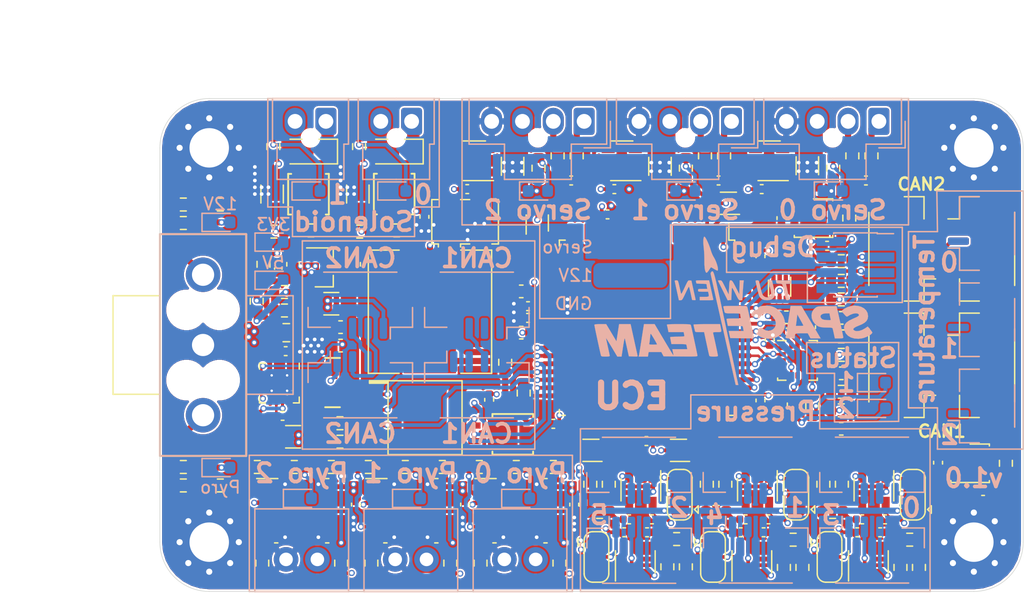
<source format=kicad_pcb>
(kicad_pcb (version 20171130) (host pcbnew 5.1.12-84ad8e8a86~92~ubuntu20.04.1)
  (title_block (title "µHoubolt Engine Control Unit") (company "TU Wien Space Team"))
  (layers (0 F.Cu signal) (1 In1.Cu signal hide) (2 In2.Cu signal hide) (31 B.Cu signal) (34 B.Paste user) (35 F.Paste user) (36 B.SilkS user) (37 F.SilkS user) (38 B.Mask user) (39 F.Mask user) (44 Edge.Cuts user))
  (net 0 "")
  (net 1 GND)
  (net 2 +12V)
  (net 3 +5V)
  (net 4 "Net-(C17-Pad2)")
  (net 5 "Net-(C17-Pad1)")
  (net 6 +3V3)
  (net 7 "Net-(C40-Pad2)")
  (net 8 PYRO)
  (net 9 /SERVO_1_FDBK)
  (net 10 /TEMP_1)
  (net 11 /PRESS_1)
  (net 12 "Net-(D1-Pad2)")
  (net 13 "Net-(D2-Pad2)")
  (net 14 "Net-(D4-Pad2)")
  (net 15 "Net-(D5-Pad2)")
  (net 16 "Net-(D6-Pad2)")
  (net 17 "Net-(D7-Pad2)")
  (net 18 "Net-(D8-Pad2)")
  (net 19 /SWDIO)
  (net 20 /SWCLK)
  (net 21 "Net-(J2-Pad4)")
  (net 22 /NRST)
  (net 23 /CAN1_L)
  (net 24 /CAN1_H)
  (net 25 /CAN2_L)
  (net 26 /CAN2_H)
  (net 27 "Net-(J7-Pad3)")
  (net 28 "Net-(J7-Pad2)")
  (net 29 "Net-(J7-Pad1)")
  (net 30 "Net-(Q1-Pad1)")
  (net 31 /12V_SENSE)
  (net 32 /PYRO_SENSE)
  (net 33 /5V_SENSE)
  (net 34 /LED_1)
  (net 35 /LED_2)
  (net 36 /PYRO_1_CTRL)
  (net 37 /SERVO_1_PWM)
  (net 38 /PYRO_1_CURR)
  (net 39 /PYRO_1_CONT)
  (net 40 "Net-(U2-Pad9)")
  (net 41 "Net-(U2-Pad7)")
  (net 42 "Net-(U2-Pad6)")
  (net 43 /CAN1_RX)
  (net 44 /CAN1_TX)
  (net 45 /CAN2_RX)
  (net 46 /CAN2_TX)
  (net 47 /QSPI1_BK1_IO3)
  (net 48 /QSPI1_BK1_IO2)
  (net 49 /QSPI1_BK1_IO1)
  (net 50 /QSPI1_BK1_IO0)
  (net 51 /QSPI1_BK1_NCS)
  (net 52 /QSPI1_CLK)
  (net 53 "Net-(U6-Pad26)")
  (net 54 "Net-(U6-Pad19)")
  (net 55 "Net-(U6-Pad6)")
  (net 56 /CLK)
  (net 57 "Net-(U7-Pad7)")
  (net 58 /SPI_IMU_CS)
  (net 59 /SPI_MISO)
  (net 60 /SPI_MOSI)
  (net 61 /SERVO_1_CURR)
  (net 62 /IMU_INT)
  (net 63 /SPI_SCK)
  (net 64 /PRESS_2)
  (net 65 /PRESS_3)
  (net 66 /PRESS_4)
  (net 67 /PRESS_5)
  (net 68 /TEMP_2)
  (net 69 /SERVO_2_FDBK)
  (net 70 "Net-(D9-Pad2)")
  (net 71 "Net-(D10-Pad2)")
  (net 72 "Net-(D11-Pad2)")
  (net 73 "Net-(D12-Pad2)")
  (net 74 "Net-(J9-Pad3)")
  (net 75 "Net-(J9-Pad2)")
  (net 76 "Net-(J9-Pad1)")
  (net 77 "Net-(J12-Pad3)")
  (net 78 "Net-(J12-Pad2)")
  (net 79 "Net-(J12-Pad1)")
  (net 80 "Net-(J13-Pad3)")
  (net 81 "Net-(J13-Pad2)")
  (net 82 "Net-(J13-Pad1)")
  (net 83 "Net-(J14-Pad3)")
  (net 84 "Net-(J14-Pad2)")
  (net 85 "Net-(J14-Pad1)")
  (net 86 "Net-(J15-Pad3)")
  (net 87 "Net-(J15-Pad2)")
  (net 88 "Net-(J15-Pad1)")
  (net 89 "Net-(J18-Pad3)")
  (net 90 "Net-(J18-Pad2)")
  (net 91 "Net-(J18-Pad1)")
  (net 92 "Net-(J19-Pad3)")
  (net 93 "Net-(J19-Pad2)")
  (net 94 "Net-(J19-Pad1)")
  (net 95 "Net-(Q2-Pad1)")
  (net 96 "Net-(R21-Pad2)")
  (net 97 "Net-(R33-Pad2)")
  (net 98 "Net-(R37-Pad2)")
  (net 99 "Net-(R40-Pad2)")
  (net 100 "Net-(R43-Pad2)")
  (net 101 "Net-(R46-Pad2)")
  (net 102 /SERVO_2_PWM)
  (net 103 /PYRO_2_CTRL)
  (net 104 "Net-(R62-Pad2)")
  (net 105 /PYRO_2_CURR)
  (net 106 /PYRO_2_CONT)
  (net 107 "Net-(R67-Pad2)")
  (net 108 "Net-(U11-Pad14)")
  (net 109 "Net-(U11-Pad11)")
  (net 110 "Net-(U11-Pad4)")
  (net 111 /SERVO_2_CURR)
  (net 112 "Net-(U18-Pad14)")
  (net 113 "Net-(U18-Pad11)")
  (net 114 "Net-(U18-Pad4)")
  (net 115 "Net-(U19-Pad14)")
  (net 116 "Net-(U19-Pad11)")
  (net 117 "Net-(U19-Pad4)")
  (net 118 "Net-(J11-Pad2)")
  (net 119 "Net-(J21-Pad2)")
  (net 120 "Net-(J22-Pad2)")
  (net 121 "Net-(C42-Pad2)")
  (net 122 "Net-(C54-Pad2)")
  (net 123 "Net-(C55-Pad2)")
  (net 124 /5V_unfused)
  (net 125 VS)
  (net 126 /5V_PGOOD)
  (net 127 "Net-(J23-Pad3)")
  (net 128 "Net-(J23-Pad2)")
  (net 129 "Net-(J23-Pad1)")
  (net 130 "Net-(R1-Pad2)")
  (net 131 "Net-(D14-Pad2)")
  (net 132 "Net-(D15-Pad2)")
  (net 133 "Net-(D16-Pad2)")
  (net 134 /SERVO_1_LED)
  (net 135 /SERVO_2_LED)
  (net 136 +12VA)
  (net 137 /12VA_SENSE)
  (net 138 "Net-(D3-Pad2)")
  (net 139 "Net-(D17-Pad2)")
  (net 140 /PRESS_0)
  (net 141 /SERVO_0_FDBK)
  (net 142 /UART_RX)
  (net 143 /UART_TX)
  (net 144 /SERVO_0_LED)
  (net 145 /SERVO_0_PWM)
  (net 146 /PYRO_0_CTRL)
  (net 147 /PYRO_0_CURR)
  (net 148 /PYRO_0_CONT)
  (net 149 /TEMP_0)
  (net 150 /SERVO_0_CURR)
  (net 151 /SOLENOID_1_CURR)
  (net 152 /SOLENOID_0_CURR)
  (net 153 /SOLENOID_1_CTRL)
  (net 154 /SOLENOID_0_CTRL)
  (net 155 "Net-(LS1-Pad2)")
  (net 156 "Net-(Q3-Pad1)")
  (net 157 /Speaker)
  (module TXV_LIB:Molex_MegaFit_1x03_Vertical_Doublesided (layer F.Cu) (at 123.5 100 90)
    (fp_text reference J1 hide)
    (fp_text value "Power In")
    (pad "" np_thru_hole circle (at 2.85 -1.34 90) (size 3 3) (drill 3) (layers *.Cu *.Mask))
    (pad "" np_thru_hole circle (at -2.85 -1.34 90) (size 3 3) (drill 3) (layers *.Cu *.Mask))
    (pad "" np_thru_hole circle (at 2.85 1.34 90) (size 3 3) (drill 3) (layers *.Cu *.Mask))
    (pad "" np_thru_hole circle (at -2.85 1.34 90) (size 3 3) (drill 3) (layers *.Cu *.Mask))
    (pad 1 thru_hole circle (at 5.7 0 90) (size 2.8 2.8) (drill 1.8) (layers *.Cu *.Mask) (net 2 +12V))
    (pad 3 thru_hole circle (at -5.7 0 90) (size 2.8 2.8) (drill 1.8) (layers *.Cu *.Mask) (net 8 PYRO))
    (pad 2 thru_hole circle (at 0 0 90) (size 2.8 2.8) (drill 1.8) (layers *.Cu *.Mask) (net 1 GND))
  )
  (module TXV_LIB:SOT-563 (layer F.Cu) (at 154.95 108.55 180)
    (fp_text reference U24 hide)
    (fp_text value D1213A-04V)
    (pad 5 smd roundrect (at 0.85 0 180) (size 0.5 0.35) (layers F.Cu F.Paste F.Mask) (roundrect_rratio 0.15) (net 6 +3V3))
    (pad 4 smd roundrect (at 0.85 0.5 180) (size 0.5 0.35) (layers F.Cu F.Paste F.Mask) (roundrect_rratio 0.15) (net 67 /PRESS_5))
    (pad 2 smd roundrect (at -0.85 0 180) (size 0.5 0.35) (layers F.Cu F.Paste F.Mask) (roundrect_rratio 0.15) (net 1 GND))
    (pad 6 smd roundrect (at 0.85 -0.5 180) (size 0.5 0.35) (layers F.Cu F.Paste F.Mask) (roundrect_rratio 0.15) (net 64 /PRESS_2))
    (pad 3 smd roundrect (at -0.85 0.5 180) (size 0.5 0.35) (layers F.Cu F.Paste F.Mask) (roundrect_rratio 0.15) (net 11 /PRESS_1))
    (pad 1 smd roundrect (at -0.85 -0.5 180) (size 0.5 0.35) (layers F.Cu F.Paste F.Mask) (roundrect_rratio 0.15) (net 66 /PRESS_4))
  )
  (module TXV_LIB:SOT-563 (layer F.Cu) (at 162.05 108.55 180)
    (fp_text reference U23 hide)
    (fp_text value D1213A-04V)
    (pad 5 smd roundrect (at 0.85 0 180) (size 0.5 0.35) (layers F.Cu F.Paste F.Mask) (roundrect_rratio 0.15) (net 6 +3V3))
    (pad 4 smd roundrect (at 0.85 0.5 180) (size 0.5 0.35) (layers F.Cu F.Paste F.Mask) (roundrect_rratio 0.15) (net 65 /PRESS_3))
    (pad 2 smd roundrect (at -0.85 0 180) (size 0.5 0.35) (layers F.Cu F.Paste F.Mask) (roundrect_rratio 0.15) (net 1 GND))
    (pad 6 smd roundrect (at 0.85 -0.5 180) (size 0.5 0.35) (layers F.Cu F.Paste F.Mask) (roundrect_rratio 0.15) (net 140 /PRESS_0))
    (pad 3 smd roundrect (at -0.85 0.5 180) (size 0.5 0.35) (layers F.Cu F.Paste F.Mask) (roundrect_rratio 0.15) (net 106 /PYRO_2_CONT))
    (pad 1 smd roundrect (at -0.85 -0.5 180) (size 0.5 0.35) (layers F.Cu F.Paste F.Mask) (roundrect_rratio 0.15) (net 39 /PYRO_1_CONT))
  )
  (module TXV_LIB:SOT-563 (layer F.Cu) (at 170.25 95.4 270)
    (fp_text reference U22 hide)
    (fp_text value D1213A-04V)
    (pad 5 smd roundrect (at 0.85 0 270) (size 0.5 0.35) (layers F.Cu F.Paste F.Mask) (roundrect_rratio 0.15) (net 6 +3V3))
    (pad 4 smd roundrect (at 0.85 0.5 270) (size 0.5 0.35) (layers F.Cu F.Paste F.Mask) (roundrect_rratio 0.15) (net 145 /SERVO_0_PWM))
    (pad 2 smd roundrect (at -0.85 0 270) (size 0.5 0.35) (layers F.Cu F.Paste F.Mask) (roundrect_rratio 0.15) (net 1 GND))
    (pad 6 smd roundrect (at 0.85 -0.5 270) (size 0.5 0.35) (layers F.Cu F.Paste F.Mask) (roundrect_rratio 0.15) (net 148 /PYRO_0_CONT))
    (pad 3 smd roundrect (at -0.85 0.5 270) (size 0.5 0.35) (layers F.Cu F.Paste F.Mask) (roundrect_rratio 0.15) (net 37 /SERVO_1_PWM))
    (pad 1 smd roundrect (at -0.85 -0.5 270) (size 0.5 0.35) (layers F.Cu F.Paste F.Mask) (roundrect_rratio 0.15) (net 102 /SERVO_2_PWM))
  )
  (module TXV_LIB:SOT-563 (layer F.Cu) (at 166.1 88.5 180)
    (fp_text reference U21 hide)
    (fp_text value D1213A-04V)
    (pad 5 smd roundrect (at 0.85 0 180) (size 0.5 0.35) (layers F.Cu F.Paste F.Mask) (roundrect_rratio 0.15) (net 6 +3V3))
    (pad 4 smd roundrect (at 0.85 0.5 180) (size 0.5 0.35) (layers F.Cu F.Paste F.Mask) (roundrect_rratio 0.15) (net 10 /TEMP_1))
    (pad 2 smd roundrect (at -0.85 0 180) (size 0.5 0.35) (layers F.Cu F.Paste F.Mask) (roundrect_rratio 0.15) (net 1 GND))
    (pad 6 smd roundrect (at 0.85 -0.5 180) (size 0.5 0.35) (layers F.Cu F.Paste F.Mask) (roundrect_rratio 0.15) (net 149 /TEMP_0))
    (pad 3 smd roundrect (at -0.85 0.5 180) (size 0.5 0.35) (layers F.Cu F.Paste F.Mask) (roundrect_rratio 0.15) (net 68 /TEMP_2))
    (pad 1 smd roundrect (at -0.85 -0.5 180) (size 0.5 0.35) (layers F.Cu F.Paste F.Mask) (roundrect_rratio 0.15) (net 141 /SERVO_0_FDBK))
  )
  (module TXV_LIB:SOT-563 (layer F.Cu) (at 150.6 90.1 90)
    (fp_text reference U20 hide)
    (fp_text value D1213A-04V)
    (pad 5 smd roundrect (at 0.85 0 90) (size 0.5 0.35) (layers F.Cu F.Paste F.Mask) (roundrect_rratio 0.15) (net 6 +3V3))
    (pad 4 smd roundrect (at 0.85 0.5 90) (size 0.5 0.35) (layers F.Cu F.Paste F.Mask) (roundrect_rratio 0.15) (net 69 /SERVO_2_FDBK))
    (pad 2 smd roundrect (at -0.85 0 90) (size 0.5 0.35) (layers F.Cu F.Paste F.Mask) (roundrect_rratio 0.15) (net 1 GND))
    (pad 6 smd roundrect (at 0.85 -0.5 90) (size 0.5 0.35) (layers F.Cu F.Paste F.Mask) (roundrect_rratio 0.15) (net 9 /SERVO_1_FDBK))
    (pad 3 smd roundrect (at -0.85 0.5 90) (size 0.5 0.35) (layers F.Cu F.Paste F.Mask) (roundrect_rratio 0.15) (net 151 /SOLENOID_1_CURR))
    (pad 1 smd roundrect (at -0.85 -0.5 90) (size 0.5 0.35) (layers F.Cu F.Paste F.Mask) (roundrect_rratio 0.15) (net 152 /SOLENOID_0_CURR))
  )
  (module TXV_LIB:WSON-8-8x6mm (layer F.Cu) (at 141.5 105.9)
    (fp_text reference U8 hide)
    (fp_text value W25Q256JV)
    (pad 1 smd rect (at -4 -1.905) (size 1 0.5) (layers F.Cu F.Paste F.Mask) (net 51 /QSPI1_BK1_NCS))
    (pad 2 smd rect (at -4 -0.635) (size 1 0.5) (layers F.Cu F.Paste F.Mask) (net 49 /QSPI1_BK1_IO1))
    (pad 3 smd rect (at -4 0.635) (size 1 0.5) (layers F.Cu F.Paste F.Mask) (net 48 /QSPI1_BK1_IO2))
    (pad 4 smd rect (at -4 1.905) (size 1 0.5) (layers F.Cu F.Paste F.Mask) (net 1 GND))
    (pad 5 smd rect (at 4 1.905) (size 1 0.5) (layers F.Cu F.Paste F.Mask) (net 50 /QSPI1_BK1_IO0))
    (pad 6 smd rect (at 4 0.635) (size 1 0.5) (layers F.Cu F.Paste F.Mask) (net 52 /QSPI1_CLK))
    (pad 7 smd rect (at 4 -0.635) (size 1 0.5) (layers F.Cu F.Paste F.Mask) (net 47 /QSPI1_BK1_IO3))
    (pad 8 smd rect (at 4 -1.905) (size 1 0.5) (layers F.Cu F.Paste F.Mask) (net 6 +3V3))
    (pad 9 smd rect (at 0 0) (size 3.5 4.5) (layers F.Cu F.Paste F.Mask))
  )
  (module TXV_LIB:Molex_Nano-Fit_105309-xx04_1x04_P2.50mm_Vertical (layer B.Cu) (at 166.35 81.85 90)
    (fp_text reference J19 hide)
    (fp_text value Servo)
    (pad "" np_thru_hole circle (at -1.34 -3.75 90) (size 1.3 1.3) (drill 1.3) (layers *.Cu *.Mask))
    (pad 4 thru_hole oval (at 0 -7.5 90) (size 2.2 1.7) (drill 1.2) (layers *.Cu *.Mask) (net 1 GND))
    (pad 3 thru_hole oval (at 0 -5 90) (size 2.2 1.7) (drill 1.2) (layers *.Cu *.Mask) (net 92 "Net-(J19-Pad3)"))
    (pad 2 thru_hole oval (at 0 -2.5 90) (size 2.2 1.7) (drill 1.2) (layers *.Cu *.Mask) (net 93 "Net-(J19-Pad2)"))
    (pad 1 thru_hole roundrect (at 0 0 90) (size 2.2 1.7) (drill 1.2) (layers *.Cu *.Mask) (roundrect_rratio 0.147059) (net 94 "Net-(J19-Pad1)"))
  )
  (module TXV_LIB:Molex_Nano-Fit_105309-xx04_1x04_P2.50mm_Vertical (layer B.Cu) (at 154.4 81.85 90)
    (fp_text reference J18 hide)
    (fp_text value Servo)
    (pad "" np_thru_hole circle (at -1.34 -3.75 90) (size 1.3 1.3) (drill 1.3) (layers *.Cu *.Mask))
    (pad 4 thru_hole oval (at 0 -7.5 90) (size 2.2 1.7) (drill 1.2) (layers *.Cu *.Mask) (net 1 GND))
    (pad 3 thru_hole oval (at 0 -5 90) (size 2.2 1.7) (drill 1.2) (layers *.Cu *.Mask) (net 89 "Net-(J18-Pad3)"))
    (pad 2 thru_hole oval (at 0 -2.5 90) (size 2.2 1.7) (drill 1.2) (layers *.Cu *.Mask) (net 90 "Net-(J18-Pad2)"))
    (pad 1 thru_hole roundrect (at 0 0 90) (size 2.2 1.7) (drill 1.2) (layers *.Cu *.Mask) (roundrect_rratio 0.147059) (net 91 "Net-(J18-Pad1)"))
  )
  (module TXV_LIB:Molex_Nano-Fit_105309-xx04_1x04_P2.50mm_Vertical (layer B.Cu) (at 178.3 81.85 90)
    (fp_text reference J9 hide)
    (fp_text value Servo)
    (pad "" np_thru_hole circle (at -1.34 -3.75 90) (size 1.3 1.3) (drill 1.3) (layers *.Cu *.Mask))
    (pad 4 thru_hole oval (at 0 -7.5 90) (size 2.2 1.7) (drill 1.2) (layers *.Cu *.Mask) (net 1 GND))
    (pad 3 thru_hole oval (at 0 -5 90) (size 2.2 1.7) (drill 1.2) (layers *.Cu *.Mask) (net 74 "Net-(J9-Pad3)"))
    (pad 2 thru_hole oval (at 0 -2.5 90) (size 2.2 1.7) (drill 1.2) (layers *.Cu *.Mask) (net 75 "Net-(J9-Pad2)"))
    (pad 1 thru_hole roundrect (at 0 0 90) (size 2.2 1.7) (drill 1.2) (layers *.Cu *.Mask) (roundrect_rratio 0.147059) (net 76 "Net-(J9-Pad1)"))
  )
  (module TXV_LIB:Molex_Nano-Fit_105309-xx02_1x02_P2.50mm_Vertical (layer B.Cu) (at 140.41 81.85 90)
    (fp_text reference J20 hide)
    (fp_text value Solenoid)
    (pad "" np_thru_hole circle (at -1.34 -1.25 90) (size 1.3 1.3) (drill 1.3) (layers *.Cu *.Mask))
    (pad 2 thru_hole oval (at 0 -2.5 90) (size 2.2 1.7) (drill 1.2) (layers *.Cu *.Mask) (net 71 "Net-(D10-Pad2)"))
    (pad 1 thru_hole custom (at 0 0 90) (size 1.417157 1.417157) (drill 1.2) (layers *.Cu *.Mask) (net 2 +12V) (options (clearance outline) (anchor circle)) (primitives (gr_poly (pts (xy -0.85 0.6) (xy 0.85 0.6) (xy 0.85 -0.6) (xy -0.45 -0.6) (xy -0.85 -0.2)) (width 0.5))))
  )
  (module TXV_LIB:Molex_Nano-Fit_105309-xx02_1x02_P2.50mm_Vertical (layer B.Cu) (at 133.46 81.85 90)
    (fp_text reference J10 hide)
    (fp_text value Solenoid)
    (pad "" np_thru_hole circle (at -1.34 -1.25 90) (size 1.3 1.3) (drill 1.3) (layers *.Cu *.Mask))
    (pad 2 thru_hole oval (at 0 -2.5 90) (size 2.2 1.7) (drill 1.2) (layers *.Cu *.Mask) (net 17 "Net-(D7-Pad2)"))
    (pad 1 thru_hole custom (at 0 0 90) (size 1.417157 1.417157) (drill 1.2) (layers *.Cu *.Mask) (net 2 +12V) (options (clearance outline) (anchor circle)) (primitives (gr_poly (pts (xy -0.85 0.6) (xy 0.85 0.6) (xy 0.85 -0.6) (xy -0.45 -0.6) (xy -0.85 -0.2)) (width 0.5))))
  )
  (module TXV_LIB:Molex_SL_1x2_Vertical (layer B.Cu) (at 131.5 117.4 180)
    (fp_text reference J22 hide)
    (fp_text value Pyro)
    (pad 2 thru_hole circle (at -1.27 0 180) (size 2 2) (drill 1.1) (layers *.Cu *.Mask) (net 120 "Net-(J22-Pad2)"))
    (pad 1 thru_hole circle (at 1.27 0 180) (size 2 2) (drill 1.1) (layers *.Cu *.Mask) (net 1 GND))
  )
  (module TXV_LIB:Molex_SL_1x2_Vertical (layer B.Cu) (at 140.35 117.4 180)
    (fp_text reference J21 hide)
    (fp_text value Pyro)
    (pad 2 thru_hole circle (at -1.27 0 180) (size 2 2) (drill 1.1) (layers *.Cu *.Mask) (net 119 "Net-(J21-Pad2)"))
    (pad 1 thru_hole circle (at 1.27 0 180) (size 2 2) (drill 1.1) (layers *.Cu *.Mask) (net 1 GND))
  )
  (module TXV_LIB:Molex_SL_1x2_Vertical (layer B.Cu) (at 149.2 117.4 180)
    (fp_text reference J11 hide)
    (fp_text value Pyro)
    (pad 2 thru_hole circle (at -1.27 0 180) (size 2 2) (drill 1.1) (layers *.Cu *.Mask) (net 118 "Net-(J11-Pad2)"))
    (pad 1 thru_hole circle (at 1.27 0 180) (size 2 2) (drill 1.1) (layers *.Cu *.Mask) (net 1 GND))
  )
  (module Resistor_SMD:R_0603_1608Metric (layer F.Cu) (at 148 101.4 270)
    (fp_text reference R78 hide)
    (fp_text value 1k)
    (pad 2 smd roundrect (at 0.825 0 270) (size 0.8 0.95) (layers F.Cu F.Paste F.Mask) (net 155 "Net-(LS1-Pad2)"))
    (pad 1 smd roundrect (at -0.825 0 270) (size 0.8 0.95) (layers F.Cu F.Paste F.Mask) (net 2 +12V))
  )
  (module Resistor_SMD:R_0603_1608Metric (layer F.Cu) (at 149.5 103.9 270)
    (fp_text reference R77 hide)
    (fp_text value 120)
    (pad 2 smd roundrect (at 0.825 0 270) (size 0.8 0.95) (layers F.Cu F.Paste F.Mask) (net 156 "Net-(Q3-Pad1)"))
    (pad 1 smd roundrect (at -0.825 0 270) (size 0.8 0.95) (layers F.Cu F.Paste F.Mask) (net 157 /Speaker))
  )
  (module TXV_LIB:PowerPAK_1212-8 (layer F.Cu) (at 148.9125 107.25 180)
    (fp_text reference Q3 hide)
    (fp_text value "SISA88DN or similar")
    (pad 3 smd rect (at -1.13 -0.33 180) (size 0.99 0.405) (layers F.Cu F.Paste F.Mask) (net 1 GND))
    (pad 3 smd rect (at -1.13 0.33 180) (size 0.99 0.405) (layers F.Cu F.Paste F.Mask) (net 1 GND))
    (pad 1 smd rect (at -1.13 0.99 180) (size 0.99 0.405) (layers F.Cu F.Paste F.Mask) (net 156 "Net-(Q3-Pad1)"))
    (pad 3 smd rect (at -1.13 -0.99 180) (size 0.99 0.405) (layers F.Cu F.Paste F.Mask) (net 1 GND))
    (pad 2 smd rect (at 0.8625 0 180) (size 1.725 2.245) (layers F.Cu F.Paste F.Mask) (net 155 "Net-(LS1-Pad2)"))
    (pad 2 smd rect (at 1.855 0.33 180) (size 0.76 0.405) (layers F.Cu F.Paste F.Mask) (net 155 "Net-(LS1-Pad2)"))
    (pad 2 smd rect (at 1.855 0.99 180) (size 0.76 0.405) (layers F.Cu F.Paste F.Mask) (net 155 "Net-(LS1-Pad2)"))
    (pad 2 smd rect (at 1.855 -0.33 180) (size 0.76 0.405) (layers F.Cu F.Paste F.Mask) (net 155 "Net-(LS1-Pad2)"))
    (pad 2 smd rect (at 1.855 -0.99 180) (size 0.76 0.405) (layers F.Cu F.Paste F.Mask) (net 155 "Net-(LS1-Pad2)"))
  )
  (module Resistor_SMD:R_0603_1608Metric (layer F.Cu) (at 128.4 93.45 90)
    (fp_text reference R76 hide)
    (fp_text value 1k)
    (pad 2 smd roundrect (at 0.825 0 90) (size 0.8 0.95) (layers F.Cu F.Paste F.Mask) (net 139 "Net-(D17-Pad2)"))
    (pad 1 smd roundrect (at -0.825 0 90) (size 0.8 0.95) (layers F.Cu F.Paste F.Mask) (net 6 +3V3))
  )
  (module Resistor_SMD:R_0603_1608Metric (layer F.Cu) (at 127.85 96.45 90)
    (fp_text reference R75 hide)
    (fp_text value 1k)
    (pad 2 smd roundrect (at 0.825 0 90) (size 0.8 0.95) (layers F.Cu F.Paste F.Mask) (net 138 "Net-(D3-Pad2)"))
    (pad 1 smd roundrect (at -0.825 0 90) (size 0.8 0.95) (layers F.Cu F.Paste F.Mask) (net 3 +5V))
  )
  (module LED_SMD:LED_0603_1608Metric (layer B.Cu) (at 129.2 91.65)
    (fp_text reference D17 hide)
    (fp_text value 3V3 (at 0 -1.43) (layer B.SilkS) (effects (justify mirror)))
    (pad 2 smd roundrect (at 0.7875 0) (size 0.875 0.95) (layers B.Cu B.Paste B.Mask) (net 139 "Net-(D17-Pad2)"))
    (pad 1 smd roundrect (at -0.7875 0) (size 0.875 0.95) (layers B.Cu B.Paste B.Mask) (net 1 GND))
  )
  (module LED_SMD:LED_0603_1608Metric (layer B.Cu) (at 129.2 94.75)
    (fp_text reference D3 hide)
    (fp_text value 5V (at 0 -1.43) (layer B.SilkS) (effects (justify mirror)))
    (pad 2 smd roundrect (at 0.7875 0) (size 0.875 0.95) (layers B.Cu B.Paste B.Mask) (net 138 "Net-(D3-Pad2)"))
    (pad 1 smd roundrect (at -0.7875 0) (size 0.875 0.95) (layers B.Cu B.Paste B.Mask) (net 1 GND))
  )
  (module Resistor_SMD:R_0603_1608Metric (layer F.Cu) (at 134.6 106.35 180)
    (fp_text reference R13 hide)
    (fp_text value 1k)
    (pad 2 smd roundrect (at 0.825 0 180) (size 0.8 0.95) (layers F.Cu F.Paste F.Mask) (net 1 GND))
    (pad 1 smd roundrect (at -0.825 0 180) (size 0.8 0.95) (layers F.Cu F.Paste F.Mask) (net 137 /12VA_SENSE))
  )
  (module Resistor_SMD:R_0603_1608Metric (layer F.Cu) (at 134.6 107.85)
    (fp_text reference R12 hide)
    (fp_text value 9k1)
    (pad 2 smd roundrect (at 0.825 0) (size 0.8 0.95) (layers F.Cu F.Paste F.Mask) (net 137 /12VA_SENSE))
    (pad 1 smd roundrect (at -0.825 0) (size 0.8 0.95) (layers F.Cu F.Paste F.Mask) (net 136 +12VA))
  )
  (module Fuse:Fuse_1206_3216Metric (layer F.Cu) (at 130.8 107.45 180)
    (fp_text reference F2 hide)
    (fp_text value 350mA)
    (pad 2 smd roundrect (at 1.4 0 180) (size 1.25 1.75) (layers F.Cu F.Paste F.Mask) (roundrect_rratio 0.2) (net 2 +12V))
    (pad 1 smd roundrect (at -1.4 0 180) (size 1.25 1.75) (layers F.Cu F.Paste F.Mask) (roundrect_rratio 0.2) (net 136 +12VA))
  )
  (module Capacitor_SMD:C_0805_2012Metric (layer F.Cu) (at 130.25 99)
    (fp_text reference C10 hide)
    (fp_text value 10µ)
    (pad 2 smd roundrect (at 0.95 0) (size 1 1.45) (layers F.Cu F.Paste F.Mask) (net 1 GND))
    (pad 1 smd roundrect (at -0.95 0) (size 1 1.45) (layers F.Cu F.Paste F.Mask) (net 2 +12V))
  )
  (module TXV_LIB:ST_Logo_new (layer B.Cu) (at 166.5 97.2 180)
    (fp_text reference G*** hide)
    (fp_text value LOGO hide)
  )
  (module Resistor_SMD:R_0603_1608Metric (layer F.Cu) (at 162.65 85.65 90)
    (fp_text reference R74 hide)
    (fp_text value 120)
    (pad 2 smd roundrect (at 0.825 0 90) (size 0.8 0.95) (layers F.Cu F.Paste F.Mask) (net 133 "Net-(D16-Pad2)"))
    (pad 1 smd roundrect (at -0.825 0 90) (size 0.8 0.95) (layers F.Cu F.Paste F.Mask) (net 134 /SERVO_1_LED))
  )
  (module Resistor_SMD:R_0603_1608Metric (layer F.Cu) (at 150.7 85.65 90)
    (fp_text reference R11 hide)
    (fp_text value 120)
    (pad 2 smd roundrect (at 0.825 0 90) (size 0.8 0.95) (layers F.Cu F.Paste F.Mask) (net 132 "Net-(D15-Pad2)"))
    (pad 1 smd roundrect (at -0.825 0 90) (size 0.8 0.95) (layers F.Cu F.Paste F.Mask) (net 135 /SERVO_2_LED))
  )
  (module Resistor_SMD:R_0603_1608Metric (layer F.Cu) (at 174.6 85.65 90)
    (fp_text reference R10 hide)
    (fp_text value 120)
    (pad 2 smd roundrect (at 0.825 0 90) (size 0.8 0.95) (layers F.Cu F.Paste F.Mask) (net 131 "Net-(D14-Pad2)"))
    (pad 1 smd roundrect (at -0.825 0 90) (size 0.8 0.95) (layers F.Cu F.Paste F.Mask) (net 144 /SERVO_0_LED))
  )
  (module LED_SMD:LED_0603_1608Metric (layer B.Cu) (at 162.6 87.5)
    (fp_text reference D16 hide)
    (fp_text value Servo)
    (pad 2 smd roundrect (at 0.7875 0) (size 0.875 0.95) (layers B.Cu B.Paste B.Mask) (net 133 "Net-(D16-Pad2)"))
    (pad 1 smd roundrect (at -0.7875 0) (size 0.875 0.95) (layers B.Cu B.Paste B.Mask) (net 1 GND))
  )
  (module LED_SMD:LED_0603_1608Metric (layer B.Cu) (at 150.65 87.5)
    (fp_text reference D15 hide)
    (fp_text value Servo)
    (pad 2 smd roundrect (at 0.7875 0) (size 0.875 0.95) (layers B.Cu B.Paste B.Mask) (net 132 "Net-(D15-Pad2)"))
    (pad 1 smd roundrect (at -0.7875 0) (size 0.875 0.95) (layers B.Cu B.Paste B.Mask) (net 1 GND))
  )
  (module LED_SMD:LED_0603_1608Metric (layer B.Cu) (at 174.55 87.5)
    (fp_text reference D14 hide)
    (fp_text value Servo)
    (pad 2 smd roundrect (at 0.7875 0) (size 0.875 0.95) (layers B.Cu B.Paste B.Mask) (net 131 "Net-(D14-Pad2)"))
    (pad 1 smd roundrect (at -0.7875 0) (size 0.875 0.95) (layers B.Cu B.Paste B.Mask) (net 1 GND))
  )
  (module TXV_LIB:PlatedEdgePad_6mm (layer B.Cu) (at 158.15 92.05)
    (fp_text reference J26 hide)
    (fp_text value Servo (at -5.1 0) (layer B.SilkS) (effects (justify mirror)))
    (pad 1 smd roundrect (at 0 0) (size 6 2) (layers B.Cu B.Mask) (net 125 VS))
  )
  (module TXV_LIB:PlatedEdgePad_6mm (layer B.Cu) (at 158.15 96.65)
    (fp_text reference J25 hide)
    (fp_text value GND (at -4.6 0) (layer B.SilkS) (effects (justify mirror)))
    (pad 1 smd roundrect (at 0 0) (size 6 2) (layers B.Cu B.Mask) (net 1 GND))
  )
  (module TXV_LIB:PlatedEdgePad_6mm (layer B.Cu) (at 158.15 94.35)
    (fp_text reference J24 hide)
    (fp_text value 12V (at -4.45 0) (layer B.SilkS) (effects (justify mirror)))
    (pad 1 smd roundrect (at 0 0) (size 6 2) (layers B.Cu B.Mask) (net 2 +12V))
  )
  (module Package_TO_SOT_SMD:SOT-23-5 (layer F.Cu) (at 159 111.75 270)
    (fp_text reference U1 hide)
    (fp_text value INA180B1)
    (pad 5 smd rect (at 1.1 -0.95 270) (size 1.06 0.65) (layers F.Cu F.Paste F.Mask) (net 6 +3V3))
    (pad 4 smd rect (at 1.1 0.95 270) (size 1.06 0.65) (layers F.Cu F.Paste F.Mask) (net 130 "Net-(R1-Pad2)"))
    (pad 3 smd rect (at -1.1 0.95 270) (size 1.06 0.65) (layers F.Cu F.Paste F.Mask) (net 127 "Net-(J23-Pad3)"))
    (pad 2 smd rect (at -1.1 0 270) (size 1.06 0.65) (layers F.Cu F.Paste F.Mask) (net 1 GND))
    (pad 1 smd rect (at -1.1 -0.95 270) (size 1.06 0.65) (layers F.Cu F.Paste F.Mask) (net 128 "Net-(J23-Pad2)"))
  )
  (module Resistor_SMD:R_0603_1608Metric (layer F.Cu) (at 155.65 113.55)
    (fp_text reference R7 hide)
    (fp_text value 9k1)
    (pad 2 smd roundrect (at 0.825 0) (size 0.8 0.95) (layers F.Cu F.Paste F.Mask) (net 64 /PRESS_2))
    (pad 1 smd roundrect (at -0.825 0) (size 0.8 0.95) (layers F.Cu F.Paste F.Mask) (net 130 "Net-(R1-Pad2)"))
  )
  (module Resistor_SMD:R_0603_1608Metric (layer F.Cu) (at 154.9 111.3 90)
    (fp_text reference R2 hide)
    (fp_text value 6k8/160)
    (pad 2 smd roundrect (at 0.825 0 90) (size 0.8 0.95) (layers F.Cu F.Paste F.Mask) (net 1 GND))
    (pad 1 smd roundrect (at -0.825 0 90) (size 0.8 0.95) (layers F.Cu F.Paste F.Mask) (net 130 "Net-(R1-Pad2)"))
  )
  (module Resistor_SMD:R_0603_1608Metric (layer F.Cu) (at 156.4 111.3 270)
    (fp_text reference R1 hide)
    (fp_text value 4k7/0)
    (pad 2 smd roundrect (at 0.825 0 270) (size 0.8 0.95) (layers F.Cu F.Paste F.Mask) (net 130 "Net-(R1-Pad2)"))
    (pad 1 smd roundrect (at -0.825 0 270) (size 0.8 0.95) (layers F.Cu F.Paste F.Mask) (net 128 "Net-(J23-Pad2)"))
  )
  (module Jumper:SolderJumper-3_P1.3mm_Open_RoundedPad1.0x1.5mm (layer F.Cu) (at 162.15 112.15 90)
    (fp_text reference JP3 hide)
    (fp_text value V_SEL)
    (pad 2 smd rect (at 0 0 90) (size 1 1.5) (layers F.Cu F.Mask) (net 129 "Net-(J23-Pad1)"))
    (pad 3 smd custom (at 1.3 0 90) (size 1 0.5) (layers F.Cu F.Mask) (net 136 +12VA) (options (clearance outline) (anchor rect)) (primitives (gr_circle (center 0 0.25) (end 0.5 0.25) (width 0)) (gr_circle (center 0 -0.25) (end 0.5 -0.25) (width 0)) (gr_poly (pts (xy -0.55 -0.75) (xy 0 -0.75) (xy 0 0.75) (xy -0.55 0.75)) (width 0))))
    (pad 1 smd custom (at -1.3 0 90) (size 1 0.5) (layers F.Cu F.Mask) (net 3 +5V) (options (clearance outline) (anchor rect)) (primitives (gr_circle (center 0 0.25) (end 0.5 0.25) (width 0)) (gr_circle (center 0 -0.25) (end 0.5 -0.25) (width 0)) (gr_poly (pts (xy 0.55 -0.75) (xy 0 -0.75) (xy 0 0.75) (xy 0.55 0.75)) (width 0))))
  )
  (module Connector_JST:JST_GH_BM04B-GHS-TBT_1x04-1MP_P1.25mm_Vertical (layer B.Cu) (at 158.85 110.1 180)
    (fp_text reference J23 hide)
    (fp_text value Pressure)
    (pad MP smd roundrect (at 3.725 1.4 180) (size 1 2.8) (layers B.Cu B.Paste B.Mask) (net 1 GND))
    (pad MP smd roundrect (at -3.725 1.4 180) (size 1 2.8) (layers B.Cu B.Paste B.Mask) (net 1 GND))
    (pad 4 smd roundrect (at 1.875 -1.95 180) (size 0.6 1.7) (layers B.Cu B.Paste B.Mask) (net 1 GND))
    (pad 3 smd roundrect (at 0.625 -1.95 180) (size 0.6 1.7) (layers B.Cu B.Paste B.Mask) (net 127 "Net-(J23-Pad3)"))
    (pad 2 smd roundrect (at -0.625 -1.95 180) (size 0.6 1.7) (layers B.Cu B.Paste B.Mask) (net 128 "Net-(J23-Pad2)"))
    (pad 1 smd roundrect (at -1.875 -1.95 180) (size 0.6 1.7) (layers B.Cu B.Paste B.Mask) (net 129 "Net-(J23-Pad1)"))
  )
  (module Capacitor_SMD:C_0402_1005Metric (layer F.Cu) (at 158.05 114.15)
    (fp_text reference C2 hide)
    (fp_text value 100n)
    (pad 2 smd roundrect (at 0.48 0) (size 0.56 0.62) (layers F.Cu F.Paste F.Mask) (net 1 GND))
    (pad 1 smd roundrect (at -0.48 0) (size 0.56 0.62) (layers F.Cu F.Paste F.Mask) (net 64 /PRESS_2))
  )
  (module Capacitor_SMD:C_0402_1005Metric (layer F.Cu) (at 159.9 114.15 180)
    (fp_text reference C1 hide)
    (fp_text value 100n)
    (pad 2 smd roundrect (at 0.48 0 180) (size 0.56 0.62) (layers F.Cu F.Paste F.Mask) (net 1 GND))
    (pad 1 smd roundrect (at -0.48 0 180) (size 0.56 0.62) (layers F.Cu F.Paste F.Mask) (net 6 +3V3))
  )
  (module Fuse:Fuse_1206_3216Metric (layer F.Cu) (at 133.9 96.65)
    (fp_text reference F1 hide)
    (fp_text value 350mA)
    (pad 2 smd roundrect (at 1.4 0) (size 1.25 1.75) (layers F.Cu F.Paste F.Mask) (roundrect_rratio 0.2) (net 124 /5V_unfused))
    (pad 1 smd roundrect (at -1.4 0) (size 1.25 1.75) (layers F.Cu F.Paste F.Mask) (roundrect_rratio 0.2) (net 3 +5V))
  )
  (module Connector_JST:JST_GH_BM04B-GHS-TBT_1x04-1MP_P1.25mm_Vertical (layer B.Cu) (at 136.25 103.3)
    (fp_text reference J38 hide)
    (fp_text value CAN2)
    (pad MP smd roundrect (at 3.725 1.4) (size 1 2.8) (layers B.Cu B.Paste B.Mask) (net 1 GND))
    (pad MP smd roundrect (at -3.725 1.4) (size 1 2.8) (layers B.Cu B.Paste B.Mask) (net 1 GND))
    (pad 4 smd roundrect (at 1.875 -1.95) (size 0.6 1.7) (layers B.Cu B.Paste B.Mask) (net 1 GND))
    (pad 3 smd roundrect (at 0.625 -1.95) (size 0.6 1.7) (layers B.Cu B.Paste B.Mask) (net 25 /CAN2_L))
    (pad 2 smd roundrect (at -0.625 -1.95) (size 0.6 1.7) (layers B.Cu B.Paste B.Mask) (net 26 /CAN2_H))
    (pad 1 smd roundrect (at -1.875 -1.95) (size 0.6 1.7) (layers B.Cu B.Paste B.Mask) (net 3 +5V))
  )
  (module Connector_JST:JST_GH_BM04B-GHS-TBT_1x04-1MP_P1.25mm_Vertical (layer B.Cu) (at 145.7 103.3)
    (fp_text reference J37 hide)
    (fp_text value CAN1)
    (pad MP smd roundrect (at 3.725 1.4) (size 1 2.8) (layers B.Cu B.Paste B.Mask) (net 1 GND))
    (pad MP smd roundrect (at -3.725 1.4) (size 1 2.8) (layers B.Cu B.Paste B.Mask) (net 1 GND))
    (pad 4 smd roundrect (at 1.875 -1.95) (size 0.6 1.7) (layers B.Cu B.Paste B.Mask) (net 1 GND))
    (pad 3 smd roundrect (at 0.625 -1.95) (size 0.6 1.7) (layers B.Cu B.Paste B.Mask) (net 23 /CAN1_L))
    (pad 2 smd roundrect (at -0.625 -1.95) (size 0.6 1.7) (layers B.Cu B.Paste B.Mask) (net 24 /CAN1_H))
    (pad 1 smd roundrect (at -1.875 -1.95) (size 0.6 1.7) (layers B.Cu B.Paste B.Mask) (net 3 +5V))
  )
  (module Connector_JST:JST_GH_BM04B-GHS-TBT_1x04-1MP_P1.25mm_Vertical (layer B.Cu) (at 136.25 96.7 180)
    (fp_text reference J36 hide)
    (fp_text value CAN2)
    (pad MP smd roundrect (at 3.725 1.4 180) (size 1 2.8) (layers B.Cu B.Paste B.Mask) (net 1 GND))
    (pad MP smd roundrect (at -3.725 1.4 180) (size 1 2.8) (layers B.Cu B.Paste B.Mask) (net 1 GND))
    (pad 4 smd roundrect (at 1.875 -1.95 180) (size 0.6 1.7) (layers B.Cu B.Paste B.Mask) (net 1 GND))
    (pad 3 smd roundrect (at 0.625 -1.95 180) (size 0.6 1.7) (layers B.Cu B.Paste B.Mask) (net 25 /CAN2_L))
    (pad 2 smd roundrect (at -0.625 -1.95 180) (size 0.6 1.7) (layers B.Cu B.Paste B.Mask) (net 26 /CAN2_H))
    (pad 1 smd roundrect (at -1.875 -1.95 180) (size 0.6 1.7) (layers B.Cu B.Paste B.Mask) (net 3 +5V))
  )
  (module Connector_JST:JST_GH_BM04B-GHS-TBT_1x04-1MP_P1.25mm_Vertical (layer B.Cu) (at 145.7 96.7 180)
    (fp_text reference J35 hide)
    (fp_text value CAN1)
    (pad MP smd roundrect (at 3.725 1.4 180) (size 1 2.8) (layers B.Cu B.Paste B.Mask) (net 1 GND))
    (pad MP smd roundrect (at -3.725 1.4 180) (size 1 2.8) (layers B.Cu B.Paste B.Mask) (net 1 GND))
    (pad 4 smd roundrect (at 1.875 -1.95 180) (size 0.6 1.7) (layers B.Cu B.Paste B.Mask) (net 1 GND))
    (pad 3 smd roundrect (at 0.625 -1.95 180) (size 0.6 1.7) (layers B.Cu B.Paste B.Mask) (net 23 /CAN1_L))
    (pad 2 smd roundrect (at -0.625 -1.95 180) (size 0.6 1.7) (layers B.Cu B.Paste B.Mask) (net 24 /CAN1_H))
    (pad 1 smd roundrect (at -1.875 -1.95 180) (size 0.6 1.7) (layers B.Cu B.Paste B.Mask) (net 3 +5V))
  )
  (module Resistor_SMD:R_0603_1608Metric (layer F.Cu) (at 175.25 94.8)
    (fp_text reference R73 hide)
    (fp_text value 9k1)
    (pad 2 smd roundrect (at 0.825 0) (size 0.8 0.95) (layers F.Cu F.Paste F.Mask) (net 123 "Net-(C55-Pad2)"))
    (pad 1 smd roundrect (at -0.825 0) (size 0.8 0.95) (layers F.Cu F.Paste F.Mask) (net 149 /TEMP_0))
  )
  (module Resistor_SMD:R_0603_1608Metric (layer F.Cu) (at 175.25 103.8)
    (fp_text reference R72 hide)
    (fp_text value 9k1)
    (pad 2 smd roundrect (at 0.825 0) (size 0.8 0.95) (layers F.Cu F.Paste F.Mask) (net 122 "Net-(C54-Pad2)"))
    (pad 1 smd roundrect (at -0.825 0) (size 0.8 0.95) (layers F.Cu F.Paste F.Mask) (net 68 /TEMP_2))
  )
  (module Resistor_SMD:R_0603_1608Metric (layer F.Cu) (at 175.25 99.3)
    (fp_text reference R71 hide)
    (fp_text value 9k1)
    (pad 2 smd roundrect (at 0.825 0) (size 0.8 0.95) (layers F.Cu F.Paste F.Mask) (net 121 "Net-(C42-Pad2)"))
    (pad 1 smd roundrect (at -0.825 0) (size 0.8 0.95) (layers F.Cu F.Paste F.Mask) (net 10 /TEMP_1))
  )
  (module TXV_LIB:SOD882D (layer F.Cu) (at 129.6 93.8 90)
    (fp_text reference D13 hide)
    (fp_text value "TVS 3V3" hide)
    (pad 2 smd roundrect (at 0.4 0 90) (size 0.5 0.7) (layers F.Cu F.Paste F.Mask) (roundrect_rratio 0.2) (net 1 GND))
    (pad 1 smd roundrect (at -0.4 0 90) (size 0.5 0.7) (layers F.Cu F.Paste F.Mask) (roundrect_rratio 0.2) (net 6 +3V3))
  )
  (module Connector_JST:JST_GH_BM02B-GHS-TBT_1x02-1MP_P1.25mm_Vertical (layer B.Cu) (at 186.7 90.95 90)
    (fp_text reference J17 hide)
    (fp_text value TEMP)
    (pad MP smd roundrect (at 2.475 1.4 90) (size 1 2.8) (layers B.Cu B.Paste B.Mask) (net 1 GND))
    (pad MP smd roundrect (at -2.475 1.4 90) (size 1 2.8) (layers B.Cu B.Paste B.Mask) (net 1 GND))
    (pad 2 smd roundrect (at 0.625 -1.95 90) (size 0.6 1.7) (layers B.Cu B.Paste B.Mask) (net 1 GND))
    (pad 1 smd roundrect (at -0.625 -1.95 90) (size 0.6 1.7) (layers B.Cu B.Paste B.Mask) (net 123 "Net-(C55-Pad2)"))
  )
  (module Connector_JST:JST_GH_BM02B-GHS-TBT_1x02-1MP_P1.25mm_Vertical (layer B.Cu) (at 186.7 104.95 90)
    (fp_text reference J16 hide)
    (fp_text value TEMP)
    (pad MP smd roundrect (at 2.475 1.4 90) (size 1 2.8) (layers B.Cu B.Paste B.Mask) (net 1 GND))
    (pad MP smd roundrect (at -2.475 1.4 90) (size 1 2.8) (layers B.Cu B.Paste B.Mask) (net 1 GND))
    (pad 2 smd roundrect (at 0.625 -1.95 90) (size 0.6 1.7) (layers B.Cu B.Paste B.Mask) (net 1 GND))
    (pad 1 smd roundrect (at -0.625 -1.95 90) (size 0.6 1.7) (layers B.Cu B.Paste B.Mask) (net 122 "Net-(C54-Pad2)"))
  )
  (module Connector_JST:JST_GH_BM04B-GHS-TBT_1x04-1MP_P1.25mm_Vertical (layer B.Cu) (at 168.29 110.09 180)
    (fp_text reference J15 hide)
    (fp_text value Pressure)
    (pad MP smd roundrect (at 3.725 1.4 180) (size 1 2.8) (layers B.Cu B.Paste B.Mask) (net 1 GND))
    (pad MP smd roundrect (at -3.725 1.4 180) (size 1 2.8) (layers B.Cu B.Paste B.Mask) (net 1 GND))
    (pad 4 smd roundrect (at 1.875 -1.95 180) (size 0.6 1.7) (layers B.Cu B.Paste B.Mask) (net 1 GND))
    (pad 3 smd roundrect (at 0.625 -1.95 180) (size 0.6 1.7) (layers B.Cu B.Paste B.Mask) (net 86 "Net-(J15-Pad3)"))
    (pad 2 smd roundrect (at -0.625 -1.95 180) (size 0.6 1.7) (layers B.Cu B.Paste B.Mask) (net 87 "Net-(J15-Pad2)"))
    (pad 1 smd roundrect (at -1.875 -1.95 180) (size 0.6 1.7) (layers B.Cu B.Paste B.Mask) (net 88 "Net-(J15-Pad1)"))
  )
  (module Connector_JST:JST_GH_BM04B-GHS-TBT_1x04-1MP_P1.25mm_Vertical (layer B.Cu) (at 177.75 116.71)
    (fp_text reference J14 hide)
    (fp_text value Pressure)
    (pad MP smd roundrect (at 3.725 1.4) (size 1 2.8) (layers B.Cu B.Paste B.Mask) (net 1 GND))
    (pad MP smd roundrect (at -3.725 1.4) (size 1 2.8) (layers B.Cu B.Paste B.Mask) (net 1 GND))
    (pad 4 smd roundrect (at 1.875 -1.95) (size 0.6 1.7) (layers B.Cu B.Paste B.Mask) (net 1 GND))
    (pad 3 smd roundrect (at 0.625 -1.95) (size 0.6 1.7) (layers B.Cu B.Paste B.Mask) (net 83 "Net-(J14-Pad3)"))
    (pad 2 smd roundrect (at -0.625 -1.95) (size 0.6 1.7) (layers B.Cu B.Paste B.Mask) (net 84 "Net-(J14-Pad2)"))
    (pad 1 smd roundrect (at -1.875 -1.95) (size 0.6 1.7) (layers B.Cu B.Paste B.Mask) (net 85 "Net-(J14-Pad1)"))
  )
  (module Connector_JST:JST_GH_BM04B-GHS-TBT_1x04-1MP_P1.25mm_Vertical (layer B.Cu) (at 168.31 116.71)
    (fp_text reference J13 hide)
    (fp_text value Pressure)
    (pad MP smd roundrect (at 3.725 1.4) (size 1 2.8) (layers B.Cu B.Paste B.Mask) (net 1 GND))
    (pad MP smd roundrect (at -3.725 1.4) (size 1 2.8) (layers B.Cu B.Paste B.Mask) (net 1 GND))
    (pad 4 smd roundrect (at 1.875 -1.95) (size 0.6 1.7) (layers B.Cu B.Paste B.Mask) (net 1 GND))
    (pad 3 smd roundrect (at 0.625 -1.95) (size 0.6 1.7) (layers B.Cu B.Paste B.Mask) (net 80 "Net-(J13-Pad3)"))
    (pad 2 smd roundrect (at -0.625 -1.95) (size 0.6 1.7) (layers B.Cu B.Paste B.Mask) (net 81 "Net-(J13-Pad2)"))
    (pad 1 smd roundrect (at -1.875 -1.95) (size 0.6 1.7) (layers B.Cu B.Paste B.Mask) (net 82 "Net-(J13-Pad1)"))
  )
  (module Connector_JST:JST_GH_BM04B-GHS-TBT_1x04-1MP_P1.25mm_Vertical (layer B.Cu) (at 158.86 116.73)
    (fp_text reference J12 hide)
    (fp_text value Pressure)
    (pad MP smd roundrect (at 3.725 1.4) (size 1 2.8) (layers B.Cu B.Paste B.Mask) (net 1 GND))
    (pad MP smd roundrect (at -3.725 1.4) (size 1 2.8) (layers B.Cu B.Paste B.Mask) (net 1 GND))
    (pad 4 smd roundrect (at 1.875 -1.95) (size 0.6 1.7) (layers B.Cu B.Paste B.Mask) (net 1 GND))
    (pad 3 smd roundrect (at 0.625 -1.95) (size 0.6 1.7) (layers B.Cu B.Paste B.Mask) (net 77 "Net-(J12-Pad3)"))
    (pad 2 smd roundrect (at -0.625 -1.95) (size 0.6 1.7) (layers B.Cu B.Paste B.Mask) (net 78 "Net-(J12-Pad2)"))
    (pad 1 smd roundrect (at -1.875 -1.95) (size 0.6 1.7) (layers B.Cu B.Paste B.Mask) (net 79 "Net-(J12-Pad1)"))
  )
  (module Connector_JST:JST_GH_BM02B-GHS-TBT_1x02-1MP_P1.25mm_Vertical (layer B.Cu) (at 186.7 97.95 90)
    (fp_text reference J8 hide)
    (fp_text value TEMP)
    (pad MP smd roundrect (at 2.475 1.4 90) (size 1 2.8) (layers B.Cu B.Paste B.Mask) (net 1 GND))
    (pad MP smd roundrect (at -2.475 1.4 90) (size 1 2.8) (layers B.Cu B.Paste B.Mask) (net 1 GND))
    (pad 2 smd roundrect (at 0.625 -1.95 90) (size 0.6 1.7) (layers B.Cu B.Paste B.Mask) (net 1 GND))
    (pad 1 smd roundrect (at -0.625 -1.95 90) (size 0.6 1.7) (layers B.Cu B.Paste B.Mask) (net 121 "Net-(C42-Pad2)"))
  )
  (module Connector_JST:JST_GH_BM04B-GHS-TBT_1x04-1MP_P1.25mm_Vertical (layer B.Cu) (at 177.74 110.09 180)
    (fp_text reference J7 hide)
    (fp_text value Pressure)
    (pad MP smd roundrect (at 3.725 1.4 180) (size 1 2.8) (layers B.Cu B.Paste B.Mask) (net 1 GND))
    (pad MP smd roundrect (at -3.725 1.4 180) (size 1 2.8) (layers B.Cu B.Paste B.Mask) (net 1 GND))
    (pad 4 smd roundrect (at 1.875 -1.95 180) (size 0.6 1.7) (layers B.Cu B.Paste B.Mask) (net 1 GND))
    (pad 3 smd roundrect (at 0.625 -1.95 180) (size 0.6 1.7) (layers B.Cu B.Paste B.Mask) (net 27 "Net-(J7-Pad3)"))
    (pad 2 smd roundrect (at -0.625 -1.95 180) (size 0.6 1.7) (layers B.Cu B.Paste B.Mask) (net 28 "Net-(J7-Pad2)"))
    (pad 1 smd roundrect (at -1.875 -1.95 180) (size 0.6 1.7) (layers B.Cu B.Paste B.Mask) (net 29 "Net-(J7-Pad1)"))
  )
  (module Connector_JST:JST_GH_BM04B-GHS-TBT_1x04-1MP_P1.25mm_Vertical (layer F.Cu) (at 186.7 92.2 270)
    (fp_text reference J6 hide)
    (fp_text value CAN2)
    (pad MP smd roundrect (at 3.725 -1.4 270) (size 1 2.8) (layers F.Cu F.Paste F.Mask) (net 1 GND))
    (pad MP smd roundrect (at -3.725 -1.4 270) (size 1 2.8) (layers F.Cu F.Paste F.Mask) (net 1 GND))
    (pad 4 smd roundrect (at 1.875 1.95 270) (size 0.6 1.7) (layers F.Cu F.Paste F.Mask) (net 1 GND))
    (pad 3 smd roundrect (at 0.625 1.95 270) (size 0.6 1.7) (layers F.Cu F.Paste F.Mask) (net 25 /CAN2_L))
    (pad 2 smd roundrect (at -0.625 1.95 270) (size 0.6 1.7) (layers F.Cu F.Paste F.Mask) (net 26 /CAN2_H))
    (pad 1 smd roundrect (at -1.875 1.95 270) (size 0.6 1.7) (layers F.Cu F.Paste F.Mask) (net 3 +5V))
  )
  (module Connector_JST:JST_GH_BM04B-GHS-TBT_1x04-1MP_P1.25mm_Vertical (layer F.Cu) (at 186.7 101.65 270)
    (fp_text reference J5 hide)
    (fp_text value CAN1)
    (pad MP smd roundrect (at 3.725 -1.4 270) (size 1 2.8) (layers F.Cu F.Paste F.Mask) (net 1 GND))
    (pad MP smd roundrect (at -3.725 -1.4 270) (size 1 2.8) (layers F.Cu F.Paste F.Mask) (net 1 GND))
    (pad 4 smd roundrect (at 1.875 1.95 270) (size 0.6 1.7) (layers F.Cu F.Paste F.Mask) (net 1 GND))
    (pad 3 smd roundrect (at 0.625 1.95 270) (size 0.6 1.7) (layers F.Cu F.Paste F.Mask) (net 23 /CAN1_L))
    (pad 2 smd roundrect (at -0.625 1.95 270) (size 0.6 1.7) (layers F.Cu F.Paste F.Mask) (net 24 /CAN1_H))
    (pad 1 smd roundrect (at -1.875 1.95 270) (size 0.6 1.7) (layers F.Cu F.Paste F.Mask) (net 3 +5V))
  )
  (module Connector_JST:JST_GH_BM04B-GHS-TBT_1x04-1MP_P1.25mm_Vertical (layer F.Cu) (at 180.1 92.2 90)
    (fp_text reference J4 hide)
    (fp_text value CAN2)
    (pad MP smd roundrect (at 3.725 -1.4 90) (size 1 2.8) (layers F.Cu F.Paste F.Mask) (net 1 GND))
    (pad MP smd roundrect (at -3.725 -1.4 90) (size 1 2.8) (layers F.Cu F.Paste F.Mask) (net 1 GND))
    (pad 4 smd roundrect (at 1.875 1.95 90) (size 0.6 1.7) (layers F.Cu F.Paste F.Mask) (net 1 GND))
    (pad 3 smd roundrect (at 0.625 1.95 90) (size 0.6 1.7) (layers F.Cu F.Paste F.Mask) (net 25 /CAN2_L))
    (pad 2 smd roundrect (at -0.625 1.95 90) (size 0.6 1.7) (layers F.Cu F.Paste F.Mask) (net 26 /CAN2_H))
    (pad 1 smd roundrect (at -1.875 1.95 90) (size 0.6 1.7) (layers F.Cu F.Paste F.Mask) (net 3 +5V))
  )
  (module Connector_JST:JST_GH_BM04B-GHS-TBT_1x04-1MP_P1.25mm_Vertical (layer F.Cu) (at 180.1 101.65 90)
    (fp_text reference J3 hide)
    (fp_text value CAN1)
    (pad MP smd roundrect (at 3.725 -1.4 90) (size 1 2.8) (layers F.Cu F.Paste F.Mask) (net 1 GND))
    (pad MP smd roundrect (at -3.725 -1.4 90) (size 1 2.8) (layers F.Cu F.Paste F.Mask) (net 1 GND))
    (pad 4 smd roundrect (at 1.875 1.95 90) (size 0.6 1.7) (layers F.Cu F.Paste F.Mask) (net 1 GND))
    (pad 3 smd roundrect (at 0.625 1.95 90) (size 0.6 1.7) (layers F.Cu F.Paste F.Mask) (net 23 /CAN1_L))
    (pad 2 smd roundrect (at -0.625 1.95 90) (size 0.6 1.7) (layers F.Cu F.Paste F.Mask) (net 24 /CAN1_H))
    (pad 1 smd roundrect (at -1.875 1.95 90) (size 0.6 1.7) (layers F.Cu F.Paste F.Mask) (net 3 +5V))
  )
  (module Package_SO:HTSSOP-14-1EP_4.4x5mm_P0.65mm_EP3.4x5mm_Mask3x3.1mm (layer F.Cu) (at 131.5 113.45)
    (fp_text reference U19 hide)
    (fp_text value TPS1HC100)
    (pad 15 smd rect (at 0 0) (size 3.4 5) (layers F.Cu) (net 1 GND))
    (pad 14 smd roundrect (at 2.8625 -1.95) (size 1.575 0.4) (layers F.Cu F.Paste F.Mask) (net 115 "Net-(U19-Pad14)"))
    (pad 13 smd roundrect (at 2.8625 -1.3) (size 1.575 0.4) (layers F.Cu F.Paste F.Mask) (net 8 PYRO))
    (pad 12 smd roundrect (at 2.8625 -0.65) (size 1.575 0.4) (layers F.Cu F.Paste F.Mask) (net 8 PYRO))
    (pad 11 smd roundrect (at 2.8625 0) (size 1.575 0.4) (layers F.Cu F.Paste F.Mask) (net 116 "Net-(U19-Pad11)"))
    (pad 10 smd roundrect (at 2.8625 0.65) (size 1.575 0.4) (layers F.Cu F.Paste F.Mask) (net 120 "Net-(J22-Pad2)"))
    (pad 9 smd roundrect (at 2.8625 1.3) (size 1.575 0.4) (layers F.Cu F.Paste F.Mask) (net 120 "Net-(J22-Pad2)"))
    (pad 8 smd roundrect (at 2.8625 1.95) (size 1.575 0.4) (layers F.Cu F.Paste F.Mask) (net 120 "Net-(J22-Pad2)"))
    (pad 7 smd roundrect (at -2.8625 1.95) (size 1.575 0.4) (layers F.Cu F.Paste F.Mask) (net 107 "Net-(R67-Pad2)"))
    (pad 6 smd roundrect (at -2.8625 1.3) (size 1.575 0.4) (layers F.Cu F.Paste F.Mask) (net 105 /PYRO_2_CURR))
    (pad 5 smd roundrect (at -2.8625 0.65) (size 1.575 0.4) (layers F.Cu F.Paste F.Mask) (net 1 GND))
    (pad 4 smd roundrect (at -2.8625 0) (size 1.575 0.4) (layers F.Cu F.Paste F.Mask) (net 117 "Net-(U19-Pad4)"))
    (pad 3 smd roundrect (at -2.8625 -0.65) (size 1.575 0.4) (layers F.Cu F.Paste F.Mask) (net 6 +3V3))
    (pad 2 smd roundrect (at -2.8625 -1.3) (size 1.575 0.4) (layers F.Cu F.Paste F.Mask) (net 103 /PYRO_2_CTRL))
    (pad 1 smd roundrect (at -2.8625 -1.95) (size 1.575 0.4) (layers F.Cu F.Paste F.Mask) (net 1 GND))
  )
  (module Package_SO:HTSSOP-14-1EP_4.4x5mm_P0.65mm_EP3.4x5mm_Mask3x3.1mm (layer F.Cu) (at 140.35 113.45)
    (fp_text reference U18 hide)
    (fp_text value TPS1HC100)
    (pad 15 smd rect (at 0 0) (size 3.4 5) (layers F.Cu) (net 1 GND))
    (pad 14 smd roundrect (at 2.8625 -1.95) (size 1.575 0.4) (layers F.Cu F.Paste F.Mask) (net 112 "Net-(U18-Pad14)"))
    (pad 13 smd roundrect (at 2.8625 -1.3) (size 1.575 0.4) (layers F.Cu F.Paste F.Mask) (net 8 PYRO))
    (pad 12 smd roundrect (at 2.8625 -0.65) (size 1.575 0.4) (layers F.Cu F.Paste F.Mask) (net 8 PYRO))
    (pad 11 smd roundrect (at 2.8625 0) (size 1.575 0.4) (layers F.Cu F.Paste F.Mask) (net 113 "Net-(U18-Pad11)"))
    (pad 10 smd roundrect (at 2.8625 0.65) (size 1.575 0.4) (layers F.Cu F.Paste F.Mask) (net 119 "Net-(J21-Pad2)"))
    (pad 9 smd roundrect (at 2.8625 1.3) (size 1.575 0.4) (layers F.Cu F.Paste F.Mask) (net 119 "Net-(J21-Pad2)"))
    (pad 8 smd roundrect (at 2.8625 1.95) (size 1.575 0.4) (layers F.Cu F.Paste F.Mask) (net 119 "Net-(J21-Pad2)"))
    (pad 7 smd roundrect (at -2.8625 1.95) (size 1.575 0.4) (layers F.Cu F.Paste F.Mask) (net 104 "Net-(R62-Pad2)"))
    (pad 6 smd roundrect (at -2.8625 1.3) (size 1.575 0.4) (layers F.Cu F.Paste F.Mask) (net 38 /PYRO_1_CURR))
    (pad 5 smd roundrect (at -2.8625 0.65) (size 1.575 0.4) (layers F.Cu F.Paste F.Mask) (net 1 GND))
    (pad 4 smd roundrect (at -2.8625 0) (size 1.575 0.4) (layers F.Cu F.Paste F.Mask) (net 114 "Net-(U18-Pad4)"))
    (pad 3 smd roundrect (at -2.8625 -0.65) (size 1.575 0.4) (layers F.Cu F.Paste F.Mask) (net 6 +3V3))
    (pad 2 smd roundrect (at -2.8625 -1.3) (size 1.575 0.4) (layers F.Cu F.Paste F.Mask) (net 36 /PYRO_1_CTRL))
    (pad 1 smd roundrect (at -2.8625 -1.95) (size 1.575 0.4) (layers F.Cu F.Paste F.Mask) (net 1 GND))
  )
  (module Package_TO_SOT_SMD:SOT-23-5 (layer F.Cu) (at 157.45 85.05 180)
    (fp_text reference U17 hide)
    (fp_text value INA180B1)
    (pad 5 smd rect (at 1.1 -0.95 180) (size 1.06 0.65) (layers F.Cu F.Paste F.Mask) (net 6 +3V3))
    (pad 4 smd rect (at 1.1 0.95 180) (size 1.06 0.65) (layers F.Cu F.Paste F.Mask) (net 61 /SERVO_1_CURR))
    (pad 3 smd rect (at -1.1 0.95 180) (size 1.06 0.65) (layers F.Cu F.Paste F.Mask) (net 92 "Net-(J19-Pad3)"))
    (pad 2 smd rect (at -1.1 0 180) (size 1.06 0.65) (layers F.Cu F.Paste F.Mask) (net 1 GND))
    (pad 1 smd rect (at -1.1 -0.95 180) (size 1.06 0.65) (layers F.Cu F.Paste F.Mask) (net 125 VS))
  )
  (module Package_TO_SOT_SMD:SOT-23-5 (layer F.Cu) (at 145.5 85.05 180)
    (fp_text reference U16 hide)
    (fp_text value INA180B1)
    (pad 5 smd rect (at 1.1 -0.95 180) (size 1.06 0.65) (layers F.Cu F.Paste F.Mask) (net 6 +3V3))
    (pad 4 smd rect (at 1.1 0.95 180) (size 1.06 0.65) (layers F.Cu F.Paste F.Mask) (net 111 /SERVO_2_CURR))
    (pad 3 smd rect (at -1.1 0.95 180) (size 1.06 0.65) (layers F.Cu F.Paste F.Mask) (net 89 "Net-(J18-Pad3)"))
    (pad 2 smd rect (at -1.1 0 180) (size 1.06 0.65) (layers F.Cu F.Paste F.Mask) (net 1 GND))
    (pad 1 smd rect (at -1.1 -0.95 180) (size 1.06 0.65) (layers F.Cu F.Paste F.Mask) (net 125 VS))
  )
  (module Package_TO_SOT_SMD:SOT-23-5 (layer F.Cu) (at 168.45 111.75 270)
    (fp_text reference U15 hide)
    (fp_text value INA180B1)
    (pad 5 smd rect (at 1.1 -0.95 270) (size 1.06 0.65) (layers F.Cu F.Paste F.Mask) (net 6 +3V3))
    (pad 4 smd rect (at 1.1 0.95 270) (size 1.06 0.65) (layers F.Cu F.Paste F.Mask) (net 101 "Net-(R46-Pad2)"))
    (pad 3 smd rect (at -1.1 0.95 270) (size 1.06 0.65) (layers F.Cu F.Paste F.Mask) (net 86 "Net-(J15-Pad3)"))
    (pad 2 smd rect (at -1.1 0 270) (size 1.06 0.65) (layers F.Cu F.Paste F.Mask) (net 1 GND))
    (pad 1 smd rect (at -1.1 -0.95 270) (size 1.06 0.65) (layers F.Cu F.Paste F.Mask) (net 87 "Net-(J15-Pad2)"))
  )
  (module Package_TO_SOT_SMD:SOT-23-5 (layer F.Cu) (at 177.45 117.6 90)
    (fp_text reference U14 hide)
    (fp_text value INA180B1)
    (pad 5 smd rect (at 1.1 -0.95 90) (size 1.06 0.65) (layers F.Cu F.Paste F.Mask) (net 6 +3V3))
    (pad 4 smd rect (at 1.1 0.95 90) (size 1.06 0.65) (layers F.Cu F.Paste F.Mask) (net 100 "Net-(R43-Pad2)"))
    (pad 3 smd rect (at -1.1 0.95 90) (size 1.06 0.65) (layers F.Cu F.Paste F.Mask) (net 83 "Net-(J14-Pad3)"))
    (pad 2 smd rect (at -1.1 0 90) (size 1.06 0.65) (layers F.Cu F.Paste F.Mask) (net 1 GND))
    (pad 1 smd rect (at -1.1 -0.95 90) (size 1.06 0.65) (layers F.Cu F.Paste F.Mask) (net 84 "Net-(J14-Pad2)"))
  )
  (module Package_TO_SOT_SMD:SOT-23-5 (layer F.Cu) (at 168 117.6 90)
    (fp_text reference U13 hide)
    (fp_text value INA180B1)
    (pad 5 smd rect (at 1.1 -0.95 90) (size 1.06 0.65) (layers F.Cu F.Paste F.Mask) (net 6 +3V3))
    (pad 4 smd rect (at 1.1 0.95 90) (size 1.06 0.65) (layers F.Cu F.Paste F.Mask) (net 99 "Net-(R40-Pad2)"))
    (pad 3 smd rect (at -1.1 0.95 90) (size 1.06 0.65) (layers F.Cu F.Paste F.Mask) (net 80 "Net-(J13-Pad3)"))
    (pad 2 smd rect (at -1.1 0 90) (size 1.06 0.65) (layers F.Cu F.Paste F.Mask) (net 1 GND))
    (pad 1 smd rect (at -1.1 -0.95 90) (size 1.06 0.65) (layers F.Cu F.Paste F.Mask) (net 81 "Net-(J13-Pad2)"))
  )
  (module Package_TO_SOT_SMD:SOT-23-5 (layer F.Cu) (at 158.55 117.6 90)
    (fp_text reference U12 hide)
    (fp_text value INA180B1)
    (pad 5 smd rect (at 1.1 -0.95 90) (size 1.06 0.65) (layers F.Cu F.Paste F.Mask) (net 6 +3V3))
    (pad 4 smd rect (at 1.1 0.95 90) (size 1.06 0.65) (layers F.Cu F.Paste F.Mask) (net 98 "Net-(R37-Pad2)"))
    (pad 3 smd rect (at -1.1 0.95 90) (size 1.06 0.65) (layers F.Cu F.Paste F.Mask) (net 77 "Net-(J12-Pad3)"))
    (pad 2 smd rect (at -1.1 0 90) (size 1.06 0.65) (layers F.Cu F.Paste F.Mask) (net 1 GND))
    (pad 1 smd rect (at -1.1 -0.95 90) (size 1.06 0.65) (layers F.Cu F.Paste F.Mask) (net 78 "Net-(J12-Pad2)"))
  )
  (module Package_SO:HTSSOP-14-1EP_4.4x5mm_P0.65mm_EP3.4x5mm_Mask3x3.1mm (layer F.Cu) (at 149.2 113.45)
    (fp_text reference U11 hide)
    (fp_text value TPS1HC100)
    (pad 15 smd rect (at 0 0) (size 3.4 5) (layers F.Cu) (net 1 GND))
    (pad 14 smd roundrect (at 2.8625 -1.95) (size 1.575 0.4) (layers F.Cu F.Paste F.Mask) (net 108 "Net-(U11-Pad14)"))
    (pad 13 smd roundrect (at 2.8625 -1.3) (size 1.575 0.4) (layers F.Cu F.Paste F.Mask) (net 8 PYRO))
    (pad 12 smd roundrect (at 2.8625 -0.65) (size 1.575 0.4) (layers F.Cu F.Paste F.Mask) (net 8 PYRO))
    (pad 11 smd roundrect (at 2.8625 0) (size 1.575 0.4) (layers F.Cu F.Paste F.Mask) (net 109 "Net-(U11-Pad11)"))
    (pad 10 smd roundrect (at 2.8625 0.65) (size 1.575 0.4) (layers F.Cu F.Paste F.Mask) (net 118 "Net-(J11-Pad2)"))
    (pad 9 smd roundrect (at 2.8625 1.3) (size 1.575 0.4) (layers F.Cu F.Paste F.Mask) (net 118 "Net-(J11-Pad2)"))
    (pad 8 smd roundrect (at 2.8625 1.95) (size 1.575 0.4) (layers F.Cu F.Paste F.Mask) (net 118 "Net-(J11-Pad2)"))
    (pad 7 smd roundrect (at -2.8625 1.95) (size 1.575 0.4) (layers F.Cu F.Paste F.Mask) (net 97 "Net-(R33-Pad2)"))
    (pad 6 smd roundrect (at -2.8625 1.3) (size 1.575 0.4) (layers F.Cu F.Paste F.Mask) (net 147 /PYRO_0_CURR))
    (pad 5 smd roundrect (at -2.8625 0.65) (size 1.575 0.4) (layers F.Cu F.Paste F.Mask) (net 1 GND))
    (pad 4 smd roundrect (at -2.8625 0) (size 1.575 0.4) (layers F.Cu F.Paste F.Mask) (net 110 "Net-(U11-Pad4)"))
    (pad 3 smd roundrect (at -2.8625 -0.65) (size 1.575 0.4) (layers F.Cu F.Paste F.Mask) (net 6 +3V3))
    (pad 2 smd roundrect (at -2.8625 -1.3) (size 1.575 0.4) (layers F.Cu F.Paste F.Mask) (net 146 /PYRO_0_CTRL))
    (pad 1 smd roundrect (at -2.8625 -1.95) (size 1.575 0.4) (layers F.Cu F.Paste F.Mask) (net 1 GND))
  )
  (module Package_TO_SOT_SMD:SOT-23-5 (layer F.Cu) (at 169.4 85.05 180)
    (fp_text reference U10 hide)
    (fp_text value INA180B1)
    (pad 5 smd rect (at 1.1 -0.95 180) (size 1.06 0.65) (layers F.Cu F.Paste F.Mask) (net 6 +3V3))
    (pad 4 smd rect (at 1.1 0.95 180) (size 1.06 0.65) (layers F.Cu F.Paste F.Mask) (net 150 /SERVO_0_CURR))
    (pad 3 smd rect (at -1.1 0.95 180) (size 1.06 0.65) (layers F.Cu F.Paste F.Mask) (net 74 "Net-(J9-Pad3)"))
    (pad 2 smd rect (at -1.1 0 180) (size 1.06 0.65) (layers F.Cu F.Paste F.Mask) (net 1 GND))
    (pad 1 smd rect (at -1.1 -0.95 180) (size 1.06 0.65) (layers F.Cu F.Paste F.Mask) (net 125 VS))
  )
  (module Package_TO_SOT_SMD:SOT-23-5 (layer F.Cu) (at 177.9 111.75 270)
    (fp_text reference U9 hide)
    (fp_text value INA180B1)
    (pad 5 smd rect (at 1.1 -0.95 270) (size 1.06 0.65) (layers F.Cu F.Paste F.Mask) (net 6 +3V3))
    (pad 4 smd rect (at 1.1 0.95 270) (size 1.06 0.65) (layers F.Cu F.Paste F.Mask) (net 96 "Net-(R21-Pad2)"))
    (pad 3 smd rect (at -1.1 0.95 270) (size 1.06 0.65) (layers F.Cu F.Paste F.Mask) (net 27 "Net-(J7-Pad3)"))
    (pad 2 smd rect (at -1.1 0 270) (size 1.06 0.65) (layers F.Cu F.Paste F.Mask) (net 1 GND))
    (pad 1 smd rect (at -1.1 -0.95 270) (size 1.06 0.65) (layers F.Cu F.Paste F.Mask) (net 28 "Net-(J7-Pad2)"))
  )
  (module Resistor_SMD:R_0603_1608Metric (layer F.Cu) (at 133.9 109.9)
    (fp_text reference R70 hide)
    (fp_text value 100k)
    (pad 2 smd roundrect (at 0.825 0) (size 0.8 0.95) (layers F.Cu F.Paste F.Mask) (net 120 "Net-(J22-Pad2)"))
    (pad 1 smd roundrect (at -0.825 0) (size 0.8 0.95) (layers F.Cu F.Paste F.Mask) (net 106 /PYRO_2_CONT))
  )
  (module Resistor_SMD:R_0603_1608Metric (layer F.Cu) (at 127.9 109.9 180)
    (fp_text reference R69 hide)
    (fp_text value 1k)
    (pad 2 smd roundrect (at 0.825 0 180) (size 0.8 0.95) (layers F.Cu F.Paste F.Mask) (net 105 /PYRO_2_CURR))
    (pad 1 smd roundrect (at -0.825 0 180) (size 0.8 0.95) (layers F.Cu F.Paste F.Mask) (net 1 GND))
  )
  (module Resistor_SMD:R_0603_1608Metric (layer F.Cu) (at 134.7 117.7 270)
    (fp_text reference R68 hide)
    (fp_text value 22k)
    (pad 2 smd roundrect (at 0.825 0 270) (size 0.8 0.95) (layers F.Cu F.Paste F.Mask) (net 6 +3V3))
    (pad 1 smd roundrect (at -0.825 0 270) (size 0.8 0.95) (layers F.Cu F.Paste F.Mask) (net 120 "Net-(J22-Pad2)"))
  )
  (module Resistor_SMD:R_0603_1608Metric (layer F.Cu) (at 128.3 117.7 90)
    (fp_text reference R67 hide)
    (fp_text value 56k)
    (pad 2 smd roundrect (at 0.825 0 90) (size 0.8 0.95) (layers F.Cu F.Paste F.Mask) (net 107 "Net-(R67-Pad2)"))
    (pad 1 smd roundrect (at -0.825 0 90) (size 0.8 0.95) (layers F.Cu F.Paste F.Mask) (net 1 GND))
  )
  (module Resistor_SMD:R_0603_1608Metric (layer F.Cu) (at 130.9 109.9)
    (fp_text reference R66 hide)
    (fp_text value 120)
    (pad 2 smd roundrect (at 0.825 0) (size 0.8 0.95) (layers F.Cu F.Paste F.Mask) (net 73 "Net-(D12-Pad2)"))
    (pad 1 smd roundrect (at -0.825 0) (size 0.8 0.95) (layers F.Cu F.Paste F.Mask) (net 103 /PYRO_2_CTRL))
  )
  (module Resistor_SMD:R_0603_1608Metric (layer F.Cu) (at 142.9 109.9)
    (fp_text reference R65 hide)
    (fp_text value 100k)
    (pad 2 smd roundrect (at 0.825 0) (size 0.8 0.95) (layers F.Cu F.Paste F.Mask) (net 119 "Net-(J21-Pad2)"))
    (pad 1 smd roundrect (at -0.825 0) (size 0.8 0.95) (layers F.Cu F.Paste F.Mask) (net 39 /PYRO_1_CONT))
  )
  (module Resistor_SMD:R_0603_1608Metric (layer F.Cu) (at 136.9 109.9 180)
    (fp_text reference R64 hide)
    (fp_text value 1k)
    (pad 2 smd roundrect (at 0.825 0 180) (size 0.8 0.95) (layers F.Cu F.Paste F.Mask) (net 38 /PYRO_1_CURR))
    (pad 1 smd roundrect (at -0.825 0 180) (size 0.8 0.95) (layers F.Cu F.Paste F.Mask) (net 1 GND))
  )
  (module Resistor_SMD:R_0603_1608Metric (layer F.Cu) (at 143.55 117.7 270)
    (fp_text reference R63 hide)
    (fp_text value 22k)
    (pad 2 smd roundrect (at 0.825 0 270) (size 0.8 0.95) (layers F.Cu F.Paste F.Mask) (net 6 +3V3))
    (pad 1 smd roundrect (at -0.825 0 270) (size 0.8 0.95) (layers F.Cu F.Paste F.Mask) (net 119 "Net-(J21-Pad2)"))
  )
  (module Resistor_SMD:R_0603_1608Metric (layer F.Cu) (at 137.15 117.7 90)
    (fp_text reference R62 hide)
    (fp_text value 56k)
    (pad 2 smd roundrect (at 0.825 0 90) (size 0.8 0.95) (layers F.Cu F.Paste F.Mask) (net 104 "Net-(R62-Pad2)"))
    (pad 1 smd roundrect (at -0.825 0 90) (size 0.8 0.95) (layers F.Cu F.Paste F.Mask) (net 1 GND))
  )
  (module Resistor_SMD:R_0603_1608Metric (layer F.Cu) (at 139.9 109.9)
    (fp_text reference R61 hide)
    (fp_text value 120)
    (pad 2 smd roundrect (at 0.825 0) (size 0.8 0.95) (layers F.Cu F.Paste F.Mask) (net 72 "Net-(D11-Pad2)"))
    (pad 1 smd roundrect (at -0.825 0) (size 0.8 0.95) (layers F.Cu F.Paste F.Mask) (net 36 /PYRO_1_CTRL))
  )
  (module Resistor_SMD:R_1206_3216Metric (layer F.Cu) (at 136.05 87.75 90)
    (fp_text reference R60 hide)
    (fp_text value "10m 1W")
    (pad 2 smd roundrect (at 1.4625 0 90) (size 1.125 1.75) (layers F.Cu F.Paste F.Mask) (roundrect_rratio 0.222222) (net 1 GND))
    (pad 1 smd roundrect (at -1.4625 0 90) (size 1.125 1.75) (layers F.Cu F.Paste F.Mask) (roundrect_rratio 0.222222) (net 152 /SOLENOID_0_CURR))
  )
  (module Resistor_SMD:R_0603_1608Metric (layer F.Cu) (at 139.2 90.7)
    (fp_text reference R59 hide)
    (fp_text value 120)
    (pad 2 smd roundrect (at 0.825 0) (size 0.8 0.95) (layers F.Cu F.Paste F.Mask) (net 95 "Net-(Q2-Pad1)"))
    (pad 1 smd roundrect (at -0.825 0) (size 0.8 0.95) (layers F.Cu F.Paste F.Mask) (net 154 /SOLENOID_0_CTRL))
  )
  (module Resistor_SMD:R_0603_1608Metric (layer F.Cu) (at 136.2 90.8)
    (fp_text reference R58 hide)
    (fp_text value 9k1)
    (pad 2 smd roundrect (at 0.825 0) (size 0.8 0.95) (layers F.Cu F.Paste F.Mask) (net 154 /SOLENOID_0_CTRL))
    (pad 1 smd roundrect (at -0.825 0) (size 0.8 0.95) (layers F.Cu F.Paste F.Mask) (net 1 GND))
  )
  (module Resistor_SMD:R_0603_1608Metric (layer F.Cu) (at 136.15 83.9 90)
    (fp_text reference R57 hide)
    (fp_text value 120)
    (pad 2 smd roundrect (at 0.825 0 90) (size 0.8 0.95) (layers F.Cu F.Paste F.Mask) (net 70 "Net-(D9-Pad2)"))
    (pad 1 smd roundrect (at -0.825 0 90) (size 0.8 0.95) (layers F.Cu F.Paste F.Mask) (net 154 /SOLENOID_0_CTRL))
  )
  (module Resistor_SMD:R_0603_1608Metric (layer F.Cu) (at 164.2 84.65 90)
    (fp_text reference R56 hide)
    (fp_text value 1k)
    (pad 2 smd roundrect (at 0.825 0 90) (size 0.8 0.95) (layers F.Cu F.Paste F.Mask) (net 93 "Net-(J19-Pad2)"))
    (pad 1 smd roundrect (at -0.825 0 90) (size 0.8 0.95) (layers F.Cu F.Paste F.Mask) (net 37 /SERVO_1_PWM))
  )
  (module Resistor_SMD:R_1206_3216Metric (layer F.Cu) (at 160.55 85.5 270)
    (fp_text reference R55 hide)
    (fp_text value "10m 1W")
    (pad 2 smd roundrect (at 1.4625 0 270) (size 1.125 1.75) (layers F.Cu F.Paste F.Mask) (roundrect_rratio 0.222222) (net 125 VS))
    (pad 1 smd roundrect (at -1.4625 0 270) (size 1.125 1.75) (layers F.Cu F.Paste F.Mask) (roundrect_rratio 0.222222) (net 92 "Net-(J19-Pad3)"))
  )
  (module Resistor_SMD:R_0603_1608Metric (layer F.Cu) (at 165.75 84.65 90)
    (fp_text reference R54 hide)
    (fp_text value 9k1)
    (pad 2 smd roundrect (at 0.825 0 90) (size 0.8 0.95) (layers F.Cu F.Paste F.Mask) (net 94 "Net-(J19-Pad1)"))
    (pad 1 smd roundrect (at -0.825 0 90) (size 0.8 0.95) (layers F.Cu F.Paste F.Mask) (net 9 /SERVO_1_FDBK))
  )
  (module Resistor_SMD:R_0603_1608Metric (layer F.Cu) (at 152.25 84.65 90)
    (fp_text reference R53 hide)
    (fp_text value 1k)
    (pad 2 smd roundrect (at 0.825 0 90) (size 0.8 0.95) (layers F.Cu F.Paste F.Mask) (net 90 "Net-(J18-Pad2)"))
    (pad 1 smd roundrect (at -0.825 0 90) (size 0.8 0.95) (layers F.Cu F.Paste F.Mask) (net 102 /SERVO_2_PWM))
  )
  (module Resistor_SMD:R_1206_3216Metric (layer F.Cu) (at 148.6 85.5 270)
    (fp_text reference R52 hide)
    (fp_text value "10m 1W")
    (pad 2 smd roundrect (at 1.4625 0 270) (size 1.125 1.75) (layers F.Cu F.Paste F.Mask) (roundrect_rratio 0.222222) (net 125 VS))
    (pad 1 smd roundrect (at -1.4625 0 270) (size 1.125 1.75) (layers F.Cu F.Paste F.Mask) (roundrect_rratio 0.222222) (net 89 "Net-(J18-Pad3)"))
  )
  (module Resistor_SMD:R_0603_1608Metric (layer F.Cu) (at 153.8 84.65 90)
    (fp_text reference R51 hide)
    (fp_text value 9k1)
    (pad 2 smd roundrect (at 0.825 0 90) (size 0.8 0.95) (layers F.Cu F.Paste F.Mask) (net 91 "Net-(J18-Pad1)"))
    (pad 1 smd roundrect (at -0.825 0 90) (size 0.8 0.95) (layers F.Cu F.Paste F.Mask) (net 69 /SERVO_2_FDBK))
  )
  (module Resistor_SMD:R_0603_1608Metric (layer F.Cu) (at 175.25 96.3)
    (fp_text reference R50 hide)
    (fp_text value 1k)
    (pad 2 smd roundrect (at 0.825 0) (size 0.8 0.95) (layers F.Cu F.Paste F.Mask) (net 123 "Net-(C55-Pad2)"))
    (pad 1 smd roundrect (at -0.825 0) (size 0.8 0.95) (layers F.Cu F.Paste F.Mask) (net 6 +3V3))
  )
  (module Resistor_SMD:R_0603_1608Metric (layer F.Cu) (at 175.25 105.3)
    (fp_text reference R49 hide)
    (fp_text value 1k)
    (pad 2 smd roundrect (at 0.825 0) (size 0.8 0.95) (layers F.Cu F.Paste F.Mask) (net 122 "Net-(C54-Pad2)"))
    (pad 1 smd roundrect (at -0.825 0) (size 0.8 0.95) (layers F.Cu F.Paste F.Mask) (net 6 +3V3))
  )
  (module Resistor_SMD:R_0603_1608Metric (layer F.Cu) (at 165.1 113.55)
    (fp_text reference R48 hide)
    (fp_text value 9k1)
    (pad 2 smd roundrect (at 0.825 0) (size 0.8 0.95) (layers F.Cu F.Paste F.Mask) (net 11 /PRESS_1))
    (pad 1 smd roundrect (at -0.825 0) (size 0.8 0.95) (layers F.Cu F.Paste F.Mask) (net 101 "Net-(R46-Pad2)"))
  )
  (module Resistor_SMD:R_0603_1608Metric (layer F.Cu) (at 164.35 111.3 90)
    (fp_text reference R47 hide)
    (fp_text value 6k8/160)
    (pad 2 smd roundrect (at 0.825 0 90) (size 0.8 0.95) (layers F.Cu F.Paste F.Mask) (net 1 GND))
    (pad 1 smd roundrect (at -0.825 0 90) (size 0.8 0.95) (layers F.Cu F.Paste F.Mask) (net 101 "Net-(R46-Pad2)"))
  )
  (module Resistor_SMD:R_0603_1608Metric (layer F.Cu) (at 165.85 111.3 270)
    (fp_text reference R46 hide)
    (fp_text value 4k7/0)
    (pad 2 smd roundrect (at 0.825 0 270) (size 0.8 0.95) (layers F.Cu F.Paste F.Mask) (net 101 "Net-(R46-Pad2)"))
    (pad 1 smd roundrect (at -0.825 0 270) (size 0.8 0.95) (layers F.Cu F.Paste F.Mask) (net 87 "Net-(J15-Pad2)"))
  )
  (module Resistor_SMD:R_0603_1608Metric (layer F.Cu) (at 180.8 115.8 180)
    (fp_text reference R45 hide)
    (fp_text value 9k1)
    (pad 2 smd roundrect (at 0.825 0 180) (size 0.8 0.95) (layers F.Cu F.Paste F.Mask) (net 65 /PRESS_3))
    (pad 1 smd roundrect (at -0.825 0 180) (size 0.8 0.95) (layers F.Cu F.Paste F.Mask) (net 100 "Net-(R43-Pad2)"))
  )
  (module Resistor_SMD:R_0603_1608Metric (layer F.Cu) (at 181.55 118.05 270)
    (fp_text reference R44 hide)
    (fp_text value 6k8/160)
    (pad 2 smd roundrect (at 0.825 0 270) (size 0.8 0.95) (layers F.Cu F.Paste F.Mask) (net 1 GND))
    (pad 1 smd roundrect (at -0.825 0 270) (size 0.8 0.95) (layers F.Cu F.Paste F.Mask) (net 100 "Net-(R43-Pad2)"))
  )
  (module Resistor_SMD:R_0603_1608Metric (layer F.Cu) (at 180.05 118.05 90)
    (fp_text reference R43 hide)
    (fp_text value 4k7/0)
    (pad 2 smd roundrect (at 0.825 0 90) (size 0.8 0.95) (layers F.Cu F.Paste F.Mask) (net 100 "Net-(R43-Pad2)"))
    (pad 1 smd roundrect (at -0.825 0 90) (size 0.8 0.95) (layers F.Cu F.Paste F.Mask) (net 84 "Net-(J14-Pad2)"))
  )
  (module Resistor_SMD:R_0603_1608Metric (layer F.Cu) (at 171.35 115.8 180)
    (fp_text reference R42 hide)
    (fp_text value 9k1)
    (pad 2 smd roundrect (at 0.825 0 180) (size 0.8 0.95) (layers F.Cu F.Paste F.Mask) (net 66 /PRESS_4))
    (pad 1 smd roundrect (at -0.825 0 180) (size 0.8 0.95) (layers F.Cu F.Paste F.Mask) (net 99 "Net-(R40-Pad2)"))
  )
  (module Resistor_SMD:R_0603_1608Metric (layer F.Cu) (at 172.1 118.05 270)
    (fp_text reference R41 hide)
    (fp_text value 6k8/160)
    (pad 2 smd roundrect (at 0.825 0 270) (size 0.8 0.95) (layers F.Cu F.Paste F.Mask) (net 1 GND))
    (pad 1 smd roundrect (at -0.825 0 270) (size 0.8 0.95) (layers F.Cu F.Paste F.Mask) (net 99 "Net-(R40-Pad2)"))
  )
  (module Resistor_SMD:R_0603_1608Metric (layer F.Cu) (at 170.6 118.05 90)
    (fp_text reference R40 hide)
    (fp_text value 4k7/0)
    (pad 2 smd roundrect (at 0.825 0 90) (size 0.8 0.95) (layers F.Cu F.Paste F.Mask) (net 99 "Net-(R40-Pad2)"))
    (pad 1 smd roundrect (at -0.825 0 90) (size 0.8 0.95) (layers F.Cu F.Paste F.Mask) (net 81 "Net-(J13-Pad2)"))
  )
  (module Resistor_SMD:R_0603_1608Metric (layer F.Cu) (at 161.9 115.75 180)
    (fp_text reference R39 hide)
    (fp_text value 9k1)
    (pad 2 smd roundrect (at 0.825 0 180) (size 0.8 0.95) (layers F.Cu F.Paste F.Mask) (net 67 /PRESS_5))
    (pad 1 smd roundrect (at -0.825 0 180) (size 0.8 0.95) (layers F.Cu F.Paste F.Mask) (net 98 "Net-(R37-Pad2)"))
  )
  (module Resistor_SMD:R_0603_1608Metric (layer F.Cu) (at 162.65 118 270)
    (fp_text reference R38 hide)
    (fp_text value 6k8/160)
    (pad 2 smd roundrect (at 0.825 0 270) (size 0.8 0.95) (layers F.Cu F.Paste F.Mask) (net 1 GND))
    (pad 1 smd roundrect (at -0.825 0 270) (size 0.8 0.95) (layers F.Cu F.Paste F.Mask) (net 98 "Net-(R37-Pad2)"))
  )
  (module Resistor_SMD:R_0603_1608Metric (layer F.Cu) (at 161.15 118 90)
    (fp_text reference R37 hide)
    (fp_text value 4k7/0)
    (pad 2 smd roundrect (at 0.825 0 90) (size 0.8 0.95) (layers F.Cu F.Paste F.Mask) (net 98 "Net-(R37-Pad2)"))
    (pad 1 smd roundrect (at -0.825 0 90) (size 0.8 0.95) (layers F.Cu F.Paste F.Mask) (net 78 "Net-(J12-Pad2)"))
  )
  (module Resistor_SMD:R_0603_1608Metric (layer F.Cu) (at 151.9 109.9)
    (fp_text reference R36 hide)
    (fp_text value 100k)
    (pad 2 smd roundrect (at 0.825 0) (size 0.8 0.95) (layers F.Cu F.Paste F.Mask) (net 118 "Net-(J11-Pad2)"))
    (pad 1 smd roundrect (at -0.825 0) (size 0.8 0.95) (layers F.Cu F.Paste F.Mask) (net 148 /PYRO_0_CONT))
  )
  (module Resistor_SMD:R_0603_1608Metric (layer F.Cu) (at 145.9 109.9 180)
    (fp_text reference R35 hide)
    (fp_text value 1k)
    (pad 2 smd roundrect (at 0.825 0 180) (size 0.8 0.95) (layers F.Cu F.Paste F.Mask) (net 147 /PYRO_0_CURR))
    (pad 1 smd roundrect (at -0.825 0 180) (size 0.8 0.95) (layers F.Cu F.Paste F.Mask) (net 1 GND))
  )
  (module Resistor_SMD:R_0603_1608Metric (layer F.Cu) (at 152.4 117.7 270)
    (fp_text reference R34 hide)
    (fp_text value 22k)
    (pad 2 smd roundrect (at 0.825 0 270) (size 0.8 0.95) (layers F.Cu F.Paste F.Mask) (net 6 +3V3))
    (pad 1 smd roundrect (at -0.825 0 270) (size 0.8 0.95) (layers F.Cu F.Paste F.Mask) (net 118 "Net-(J11-Pad2)"))
  )
  (module Resistor_SMD:R_0603_1608Metric (layer F.Cu) (at 146 117.7 90)
    (fp_text reference R33 hide)
    (fp_text value 56k)
    (pad 2 smd roundrect (at 0.825 0 90) (size 0.8 0.95) (layers F.Cu F.Paste F.Mask) (net 97 "Net-(R33-Pad2)"))
    (pad 1 smd roundrect (at -0.825 0 90) (size 0.8 0.95) (layers F.Cu F.Paste F.Mask) (net 1 GND))
  )
  (module Resistor_SMD:R_0603_1608Metric (layer F.Cu) (at 148.9 109.9)
    (fp_text reference R32 hide)
    (fp_text value 120)
    (pad 2 smd roundrect (at 0.825 0) (size 0.8 0.95) (layers F.Cu F.Paste F.Mask) (net 18 "Net-(D8-Pad2)"))
    (pad 1 smd roundrect (at -0.825 0) (size 0.8 0.95) (layers F.Cu F.Paste F.Mask) (net 146 /PYRO_0_CTRL))
  )
  (module Resistor_SMD:R_1206_3216Metric (layer F.Cu) (at 129.1 87.75 90)
    (fp_text reference R31 hide)
    (fp_text value "10m 1W")
    (pad 2 smd roundrect (at 1.4625 0 90) (size 1.125 1.75) (layers F.Cu F.Paste F.Mask) (roundrect_rratio 0.222222) (net 1 GND))
    (pad 1 smd roundrect (at -1.4625 0 90) (size 1.125 1.75) (layers F.Cu F.Paste F.Mask) (roundrect_rratio 0.222222) (net 151 /SOLENOID_1_CURR))
  )
  (module Resistor_SMD:R_0603_1608Metric (layer F.Cu) (at 132.25 90.7)
    (fp_text reference R30 hide)
    (fp_text value 120)
    (pad 2 smd roundrect (at 0.825 0) (size 0.8 0.95) (layers F.Cu F.Paste F.Mask) (net 30 "Net-(Q1-Pad1)"))
    (pad 1 smd roundrect (at -0.825 0) (size 0.8 0.95) (layers F.Cu F.Paste F.Mask) (net 153 /SOLENOID_1_CTRL))
  )
  (module Resistor_SMD:R_0603_1608Metric (layer F.Cu) (at 129.25 90.8)
    (fp_text reference R29 hide)
    (fp_text value 9k1)
    (pad 2 smd roundrect (at 0.825 0) (size 0.8 0.95) (layers F.Cu F.Paste F.Mask) (net 153 /SOLENOID_1_CTRL))
    (pad 1 smd roundrect (at -0.825 0) (size 0.8 0.95) (layers F.Cu F.Paste F.Mask) (net 1 GND))
  )
  (module Resistor_SMD:R_0603_1608Metric (layer F.Cu) (at 129.2 83.9 90)
    (fp_text reference R28 hide)
    (fp_text value 120)
    (pad 2 smd roundrect (at 0.825 0 90) (size 0.8 0.95) (layers F.Cu F.Paste F.Mask) (net 16 "Net-(D6-Pad2)"))
    (pad 1 smd roundrect (at -0.825 0 90) (size 0.8 0.95) (layers F.Cu F.Paste F.Mask) (net 153 /SOLENOID_1_CTRL))
  )
  (module Resistor_SMD:R_0603_1608Metric (layer F.Cu) (at 176.15 84.65 90)
    (fp_text reference R27 hide)
    (fp_text value 1k)
    (pad 2 smd roundrect (at 0.825 0 90) (size 0.8 0.95) (layers F.Cu F.Paste F.Mask) (net 75 "Net-(J9-Pad2)"))
    (pad 1 smd roundrect (at -0.825 0 90) (size 0.8 0.95) (layers F.Cu F.Paste F.Mask) (net 145 /SERVO_0_PWM))
  )
  (module Resistor_SMD:R_1206_3216Metric (layer F.Cu) (at 172.5 85.45 270)
    (fp_text reference R26 hide)
    (fp_text value "10m 1W")
    (pad 2 smd roundrect (at 1.4625 0 270) (size 1.125 1.75) (layers F.Cu F.Paste F.Mask) (roundrect_rratio 0.222222) (net 125 VS))
    (pad 1 smd roundrect (at -1.4625 0 270) (size 1.125 1.75) (layers F.Cu F.Paste F.Mask) (roundrect_rratio 0.222222) (net 74 "Net-(J9-Pad3)"))
  )
  (module Resistor_SMD:R_0603_1608Metric (layer F.Cu) (at 177.7 84.65 90)
    (fp_text reference R25 hide)
    (fp_text value 9k1)
    (pad 2 smd roundrect (at 0.825 0 90) (size 0.8 0.95) (layers F.Cu F.Paste F.Mask) (net 76 "Net-(J9-Pad1)"))
    (pad 1 smd roundrect (at -0.825 0 90) (size 0.8 0.95) (layers F.Cu F.Paste F.Mask) (net 141 /SERVO_0_FDBK))
  )
  (module Resistor_SMD:R_0603_1608Metric (layer F.Cu) (at 175.25 100.8)
    (fp_text reference R24 hide)
    (fp_text value 1k)
    (pad 2 smd roundrect (at 0.825 0) (size 0.8 0.95) (layers F.Cu F.Paste F.Mask) (net 121 "Net-(C42-Pad2)"))
    (pad 1 smd roundrect (at -0.825 0) (size 0.8 0.95) (layers F.Cu F.Paste F.Mask) (net 6 +3V3))
  )
  (module Resistor_SMD:R_0603_1608Metric (layer F.Cu) (at 174.55 113.55)
    (fp_text reference R23 hide)
    (fp_text value 9k1)
    (pad 2 smd roundrect (at 0.825 0) (size 0.8 0.95) (layers F.Cu F.Paste F.Mask) (net 140 /PRESS_0))
    (pad 1 smd roundrect (at -0.825 0) (size 0.8 0.95) (layers F.Cu F.Paste F.Mask) (net 96 "Net-(R21-Pad2)"))
  )
  (module Resistor_SMD:R_0603_1608Metric (layer F.Cu) (at 173.8 111.3 90)
    (fp_text reference R22 hide)
    (fp_text value 6k8/160)
    (pad 2 smd roundrect (at 0.825 0 90) (size 0.8 0.95) (layers F.Cu F.Paste F.Mask) (net 1 GND))
    (pad 1 smd roundrect (at -0.825 0 90) (size 0.8 0.95) (layers F.Cu F.Paste F.Mask) (net 96 "Net-(R21-Pad2)"))
  )
  (module Resistor_SMD:R_0603_1608Metric (layer F.Cu) (at 175.3 111.3 270)
    (fp_text reference R21 hide)
    (fp_text value 4k7/0)
    (pad 2 smd roundrect (at 0.825 0 270) (size 0.8 0.95) (layers F.Cu F.Paste F.Mask) (net 96 "Net-(R21-Pad2)"))
    (pad 1 smd roundrect (at -0.825 0 270) (size 0.8 0.95) (layers F.Cu F.Paste F.Mask) (net 28 "Net-(J7-Pad2)"))
  )
  (module TXV_LIB:PowerPAK_1212-8 (layer F.Cu) (at 139 88.05 90)
    (fp_text reference Q2 hide)
    (fp_text value "SISA88DN or similar")
    (pad 3 smd rect (at -1.13 -0.33 90) (size 0.99 0.405) (layers F.Cu F.Paste F.Mask) (net 152 /SOLENOID_0_CURR))
    (pad 3 smd rect (at -1.13 0.33 90) (size 0.99 0.405) (layers F.Cu F.Paste F.Mask) (net 152 /SOLENOID_0_CURR))
    (pad 1 smd rect (at -1.13 0.99 90) (size 0.99 0.405) (layers F.Cu F.Paste F.Mask) (net 95 "Net-(Q2-Pad1)"))
    (pad 3 smd rect (at -1.13 -0.99 90) (size 0.99 0.405) (layers F.Cu F.Paste F.Mask) (net 152 /SOLENOID_0_CURR))
    (pad 2 smd rect (at 0.8625 0 90) (size 1.725 2.245) (layers F.Cu F.Paste F.Mask) (net 71 "Net-(D10-Pad2)"))
    (pad 2 smd rect (at 1.855 0.33 90) (size 0.76 0.405) (layers F.Cu F.Paste F.Mask) (net 71 "Net-(D10-Pad2)"))
    (pad 2 smd rect (at 1.855 0.99 90) (size 0.76 0.405) (layers F.Cu F.Paste F.Mask) (net 71 "Net-(D10-Pad2)"))
    (pad 2 smd rect (at 1.855 -0.33 90) (size 0.76 0.405) (layers F.Cu F.Paste F.Mask) (net 71 "Net-(D10-Pad2)"))
    (pad 2 smd rect (at 1.855 -0.99 90) (size 0.76 0.405) (layers F.Cu F.Paste F.Mask) (net 71 "Net-(D10-Pad2)"))
  )
  (module TXV_LIB:PowerPAK_1212-8 (layer F.Cu) (at 132.05 88.0625 90)
    (fp_text reference Q1 hide)
    (fp_text value "SISA88DN or similar")
    (pad 3 smd rect (at -1.13 -0.33 90) (size 0.99 0.405) (layers F.Cu F.Paste F.Mask) (net 151 /SOLENOID_1_CURR))
    (pad 3 smd rect (at -1.13 0.33 90) (size 0.99 0.405) (layers F.Cu F.Paste F.Mask) (net 151 /SOLENOID_1_CURR))
    (pad 1 smd rect (at -1.13 0.99 90) (size 0.99 0.405) (layers F.Cu F.Paste F.Mask) (net 30 "Net-(Q1-Pad1)"))
    (pad 3 smd rect (at -1.13 -0.99 90) (size 0.99 0.405) (layers F.Cu F.Paste F.Mask) (net 151 /SOLENOID_1_CURR))
    (pad 2 smd rect (at 0.8625 0 90) (size 1.725 2.245) (layers F.Cu F.Paste F.Mask) (net 17 "Net-(D7-Pad2)"))
    (pad 2 smd rect (at 1.855 0.33 90) (size 0.76 0.405) (layers F.Cu F.Paste F.Mask) (net 17 "Net-(D7-Pad2)"))
    (pad 2 smd rect (at 1.855 0.99 90) (size 0.76 0.405) (layers F.Cu F.Paste F.Mask) (net 17 "Net-(D7-Pad2)"))
    (pad 2 smd rect (at 1.855 -0.33 90) (size 0.76 0.405) (layers F.Cu F.Paste F.Mask) (net 17 "Net-(D7-Pad2)"))
    (pad 2 smd rect (at 1.855 -0.99 90) (size 0.76 0.405) (layers F.Cu F.Paste F.Mask) (net 17 "Net-(D7-Pad2)"))
  )
  (module Jumper:SolderJumper-3_P1.3mm_Open_RoundedPad1.0x1.5mm (layer F.Cu) (at 171.6 112.15 90)
    (fp_text reference JP7 hide)
    (fp_text value V_SEL)
    (pad 2 smd rect (at 0 0 90) (size 1 1.5) (layers F.Cu F.Mask) (net 88 "Net-(J15-Pad1)"))
    (pad 3 smd custom (at 1.3 0 90) (size 1 0.5) (layers F.Cu F.Mask) (net 136 +12VA) (options (clearance outline) (anchor rect)) (primitives (gr_circle (center 0 0.25) (end 0.5 0.25) (width 0)) (gr_circle (center 0 -0.25) (end 0.5 -0.25) (width 0)) (gr_poly (pts (xy -0.55 -0.75) (xy 0 -0.75) (xy 0 0.75) (xy -0.55 0.75)) (width 0))))
    (pad 1 smd custom (at -1.3 0 90) (size 1 0.5) (layers F.Cu F.Mask) (net 3 +5V) (options (clearance outline) (anchor rect)) (primitives (gr_circle (center 0 0.25) (end 0.5 0.25) (width 0)) (gr_circle (center 0 -0.25) (end 0.5 -0.25) (width 0)) (gr_poly (pts (xy 0.55 -0.75) (xy 0 -0.75) (xy 0 0.75) (xy 0.55 0.75)) (width 0))))
  )
  (module Jumper:SolderJumper-3_P1.3mm_Open_RoundedPad1.0x1.5mm (layer F.Cu) (at 174.3 117.2 270)
    (fp_text reference JP6 hide)
    (fp_text value V_SEL)
    (pad 2 smd rect (at 0 0 270) (size 1 1.5) (layers F.Cu F.Mask) (net 85 "Net-(J14-Pad1)"))
    (pad 3 smd custom (at 1.3 0 270) (size 1 0.5) (layers F.Cu F.Mask) (net 136 +12VA) (options (clearance outline) (anchor rect)) (primitives (gr_circle (center 0 0.25) (end 0.5 0.25) (width 0)) (gr_circle (center 0 -0.25) (end 0.5 -0.25) (width 0)) (gr_poly (pts (xy -0.55 -0.75) (xy 0 -0.75) (xy 0 0.75) (xy -0.55 0.75)) (width 0))))
    (pad 1 smd custom (at -1.3 0 270) (size 1 0.5) (layers F.Cu F.Mask) (net 3 +5V) (options (clearance outline) (anchor rect)) (primitives (gr_circle (center 0 0.25) (end 0.5 0.25) (width 0)) (gr_circle (center 0 -0.25) (end 0.5 -0.25) (width 0)) (gr_poly (pts (xy 0.55 -0.75) (xy 0 -0.75) (xy 0 0.75) (xy 0.55 0.75)) (width 0))))
  )
  (module Jumper:SolderJumper-3_P1.3mm_Open_RoundedPad1.0x1.5mm (layer F.Cu) (at 164.85 117.2 270)
    (fp_text reference JP5 hide)
    (fp_text value V_SEL)
    (pad 2 smd rect (at 0 0 270) (size 1 1.5) (layers F.Cu F.Mask) (net 82 "Net-(J13-Pad1)"))
    (pad 3 smd custom (at 1.3 0 270) (size 1 0.5) (layers F.Cu F.Mask) (net 136 +12VA) (options (clearance outline) (anchor rect)) (primitives (gr_circle (center 0 0.25) (end 0.5 0.25) (width 0)) (gr_circle (center 0 -0.25) (end 0.5 -0.25) (width 0)) (gr_poly (pts (xy -0.55 -0.75) (xy 0 -0.75) (xy 0 0.75) (xy -0.55 0.75)) (width 0))))
    (pad 1 smd custom (at -1.3 0 270) (size 1 0.5) (layers F.Cu F.Mask) (net 3 +5V) (options (clearance outline) (anchor rect)) (primitives (gr_circle (center 0 0.25) (end 0.5 0.25) (width 0)) (gr_circle (center 0 -0.25) (end 0.5 -0.25) (width 0)) (gr_poly (pts (xy 0.55 -0.75) (xy 0 -0.75) (xy 0 0.75) (xy 0.55 0.75)) (width 0))))
  )
  (module Jumper:SolderJumper-3_P1.3mm_Open_RoundedPad1.0x1.5mm (layer F.Cu) (at 155.4 117.2 270)
    (fp_text reference JP4 hide)
    (fp_text value V_SEL)
    (pad 2 smd rect (at 0 0 270) (size 1 1.5) (layers F.Cu F.Mask) (net 79 "Net-(J12-Pad1)"))
    (pad 3 smd custom (at 1.3 0 270) (size 1 0.5) (layers F.Cu F.Mask) (net 136 +12VA) (options (clearance outline) (anchor rect)) (primitives (gr_circle (center 0 0.25) (end 0.5 0.25) (width 0)) (gr_circle (center 0 -0.25) (end 0.5 -0.25) (width 0)) (gr_poly (pts (xy -0.55 -0.75) (xy 0 -0.75) (xy 0 0.75) (xy -0.55 0.75)) (width 0))))
    (pad 1 smd custom (at -1.3 0 270) (size 1 0.5) (layers F.Cu F.Mask) (net 3 +5V) (options (clearance outline) (anchor rect)) (primitives (gr_circle (center 0 0.25) (end 0.5 0.25) (width 0)) (gr_circle (center 0 -0.25) (end 0.5 -0.25) (width 0)) (gr_poly (pts (xy 0.55 -0.75) (xy 0 -0.75) (xy 0 0.75) (xy 0.55 0.75)) (width 0))))
  )
  (module Jumper:SolderJumper-3_P1.3mm_Open_RoundedPad1.0x1.5mm (layer F.Cu) (at 181.05 112.15 90)
    (fp_text reference JP1 hide)
    (fp_text value V_SEL)
    (pad 2 smd rect (at 0 0 90) (size 1 1.5) (layers F.Cu F.Mask) (net 29 "Net-(J7-Pad1)"))
    (pad 3 smd custom (at 1.3 0 90) (size 1 0.5) (layers F.Cu F.Mask) (net 136 +12VA) (options (clearance outline) (anchor rect)) (primitives (gr_circle (center 0 0.25) (end 0.5 0.25) (width 0)) (gr_circle (center 0 -0.25) (end 0.5 -0.25) (width 0)) (gr_poly (pts (xy -0.55 -0.75) (xy 0 -0.75) (xy 0 0.75) (xy -0.55 0.75)) (width 0))))
    (pad 1 smd custom (at -1.3 0 90) (size 1 0.5) (layers F.Cu F.Mask) (net 3 +5V) (options (clearance outline) (anchor rect)) (primitives (gr_circle (center 0 0.25) (end 0.5 0.25) (width 0)) (gr_circle (center 0 -0.25) (end 0.5 -0.25) (width 0)) (gr_poly (pts (xy 0.55 -0.75) (xy 0 -0.75) (xy 0 0.75) (xy 0.55 0.75)) (width 0))))
  )
  (module LED_SMD:LED_0603_1608Metric (layer B.Cu) (at 131.5 112.45)
    (fp_text reference D12 hide)
    (fp_text value "PYRO 1")
    (pad 2 smd roundrect (at 0.7875 0) (size 0.875 0.95) (layers B.Cu B.Paste B.Mask) (net 73 "Net-(D12-Pad2)"))
    (pad 1 smd roundrect (at -0.7875 0) (size 0.875 0.95) (layers B.Cu B.Paste B.Mask) (net 1 GND))
  )
  (module LED_SMD:LED_0603_1608Metric (layer B.Cu) (at 140.35 112.45)
    (fp_text reference D11 hide)
    (fp_text value "PYRO 1")
    (pad 2 smd roundrect (at 0.7875 0) (size 0.875 0.95) (layers B.Cu B.Paste B.Mask) (net 72 "Net-(D11-Pad2)"))
    (pad 1 smd roundrect (at -0.7875 0) (size 0.875 0.95) (layers B.Cu B.Paste B.Mask) (net 1 GND))
  )
  (module Diode_SMD:D_SOD-123F (layer F.Cu) (at 139.15 84.3 180)
    (fp_text reference D10 hide)
    (fp_text value Shottky)
    (pad 2 smd rect (at 1.4 0 180) (size 1.1 1.1) (layers F.Cu F.Paste F.Mask) (net 71 "Net-(D10-Pad2)"))
    (pad 1 smd rect (at -1.4 0 180) (size 1.1 1.1) (layers F.Cu F.Paste F.Mask) (net 2 +12V))
  )
  (module LED_SMD:LED_0603_1608Metric (layer B.Cu) (at 139.15 87.5)
    (fp_text reference D9 hide)
    (fp_text value "OUT 1")
    (pad 2 smd roundrect (at 0.7875 0) (size 0.875 0.95) (layers B.Cu B.Paste B.Mask) (net 70 "Net-(D9-Pad2)"))
    (pad 1 smd roundrect (at -0.7875 0) (size 0.875 0.95) (layers B.Cu B.Paste B.Mask) (net 1 GND))
  )
  (module LED_SMD:LED_0603_1608Metric (layer B.Cu) (at 149.2 112.45)
    (fp_text reference D8 hide)
    (fp_text value "PYRO 1")
    (pad 2 smd roundrect (at 0.7875 0) (size 0.875 0.95) (layers B.Cu B.Paste B.Mask) (net 18 "Net-(D8-Pad2)"))
    (pad 1 smd roundrect (at -0.7875 0) (size 0.875 0.95) (layers B.Cu B.Paste B.Mask) (net 1 GND))
  )
  (module Diode_SMD:D_SOD-123F (layer F.Cu) (at 132.2 84.3 180)
    (fp_text reference D7 hide)
    (fp_text value Shottky)
    (pad 2 smd rect (at 1.4 0 180) (size 1.1 1.1) (layers F.Cu F.Paste F.Mask) (net 17 "Net-(D7-Pad2)"))
    (pad 1 smd rect (at -1.4 0 180) (size 1.1 1.1) (layers F.Cu F.Paste F.Mask) (net 2 +12V))
  )
  (module LED_SMD:LED_0603_1608Metric (layer B.Cu) (at 132.2 87.5)
    (fp_text reference D6 hide)
    (fp_text value "OUT 1")
    (pad 2 smd roundrect (at 0.7875 0) (size 0.875 0.95) (layers B.Cu B.Paste B.Mask) (net 16 "Net-(D6-Pad2)"))
    (pad 1 smd roundrect (at -0.7875 0) (size 0.875 0.95) (layers B.Cu B.Paste B.Mask) (net 1 GND))
  )
  (module Capacitor_SMD:C_0402_1005Metric (layer F.Cu) (at 135.9 112.95 270)
    (fp_text reference C61 hide)
    (fp_text value 100n)
    (pad 2 smd roundrect (at 0.48 0 270) (size 0.56 0.62) (layers F.Cu F.Paste F.Mask) (net 1 GND))
    (pad 1 smd roundrect (at -0.48 0 270) (size 0.56 0.62) (layers F.Cu F.Paste F.Mask) (net 8 PYRO))
  )
  (module Capacitor_SMD:C_0402_1005Metric (layer F.Cu) (at 144.75 112.95 270)
    (fp_text reference C60 hide)
    (fp_text value 100n)
    (pad 2 smd roundrect (at 0.48 0 270) (size 0.56 0.62) (layers F.Cu F.Paste F.Mask) (net 1 GND))
    (pad 1 smd roundrect (at -0.48 0 270) (size 0.56 0.62) (layers F.Cu F.Paste F.Mask) (net 8 PYRO))
  )
  (module Capacitor_SMD:C_0402_1005Metric (layer F.Cu) (at 156.85 87.35)
    (fp_text reference C59 hide)
    (fp_text value 100n)
    (pad 2 smd roundrect (at 0.48 0) (size 0.56 0.62) (layers F.Cu F.Paste F.Mask) (net 1 GND))
    (pad 1 smd roundrect (at -0.48 0) (size 0.56 0.62) (layers F.Cu F.Paste F.Mask) (net 6 +3V3))
  )
  (module Capacitor_SMD:C_0402_1005Metric (layer F.Cu) (at 165.3 86.65 180)
    (fp_text reference C58 hide)
    (fp_text value 100n)
    (pad 2 smd roundrect (at 0.48 0 180) (size 0.56 0.62) (layers F.Cu F.Paste F.Mask) (net 1 GND))
    (pad 1 smd roundrect (at -0.48 0 180) (size 0.56 0.62) (layers F.Cu F.Paste F.Mask) (net 9 /SERVO_1_FDBK))
  )
  (module Capacitor_SMD:C_0402_1005Metric (layer F.Cu) (at 144.92 87.35)
    (fp_text reference C57 hide)
    (fp_text value 100n)
    (pad 2 smd roundrect (at 0.48 0) (size 0.56 0.62) (layers F.Cu F.Paste F.Mask) (net 1 GND))
    (pad 1 smd roundrect (at -0.48 0) (size 0.56 0.62) (layers F.Cu F.Paste F.Mask) (net 6 +3V3))
  )
  (module Capacitor_SMD:C_0402_1005Metric (layer F.Cu) (at 153.35 86.65 180)
    (fp_text reference C56 hide)
    (fp_text value 100n)
    (pad 2 smd roundrect (at 0.48 0 180) (size 0.56 0.62) (layers F.Cu F.Paste F.Mask) (net 1 GND))
    (pad 1 smd roundrect (at -0.48 0 180) (size 0.56 0.62) (layers F.Cu F.Paste F.Mask) (net 69 /SERVO_2_FDBK))
  )
  (module Capacitor_SMD:C_0603_1608Metric (layer F.Cu) (at 175.25 97.8)
    (fp_text reference C55 hide)
    (fp_text value 22µ)
    (pad 2 smd roundrect (at 0.775 0) (size 0.9 0.95) (layers F.Cu F.Paste F.Mask) (net 123 "Net-(C55-Pad2)"))
    (pad 1 smd roundrect (at -0.775 0) (size 0.9 0.95) (layers F.Cu F.Paste F.Mask) (net 1 GND))
  )
  (module Capacitor_SMD:C_0603_1608Metric (layer F.Cu) (at 175.25 106.8)
    (fp_text reference C54 hide)
    (fp_text value 22µ)
    (pad 2 smd roundrect (at 0.775 0) (size 0.9 0.95) (layers F.Cu F.Paste F.Mask) (net 122 "Net-(C54-Pad2)"))
    (pad 1 smd roundrect (at -0.775 0) (size 0.9 0.95) (layers F.Cu F.Paste F.Mask) (net 1 GND))
  )
  (module Capacitor_SMD:C_0402_1005Metric (layer F.Cu) (at 167.5 114.15)
    (fp_text reference C53 hide)
    (fp_text value 100n)
    (pad 2 smd roundrect (at 0.48 0) (size 0.56 0.62) (layers F.Cu F.Paste F.Mask) (net 1 GND))
    (pad 1 smd roundrect (at -0.48 0) (size 0.56 0.62) (layers F.Cu F.Paste F.Mask) (net 11 /PRESS_1))
  )
  (module Capacitor_SMD:C_0402_1005Metric (layer F.Cu) (at 169.35 114.15 180)
    (fp_text reference C52 hide)
    (fp_text value 100n)
    (pad 2 smd roundrect (at 0.48 0 180) (size 0.56 0.62) (layers F.Cu F.Paste F.Mask) (net 1 GND))
    (pad 1 smd roundrect (at -0.48 0 180) (size 0.56 0.62) (layers F.Cu F.Paste F.Mask) (net 6 +3V3))
  )
  (module Capacitor_SMD:C_0402_1005Metric (layer F.Cu) (at 178.4 115.2 180)
    (fp_text reference C51 hide)
    (fp_text value 100n)
    (pad 2 smd roundrect (at 0.48 0 180) (size 0.56 0.62) (layers F.Cu F.Paste F.Mask) (net 1 GND))
    (pad 1 smd roundrect (at -0.48 0 180) (size 0.56 0.62) (layers F.Cu F.Paste F.Mask) (net 65 /PRESS_3))
  )
  (module Capacitor_SMD:C_0402_1005Metric (layer F.Cu) (at 176.55 115.2)
    (fp_text reference C50 hide)
    (fp_text value 100n)
    (pad 2 smd roundrect (at 0.48 0) (size 0.56 0.62) (layers F.Cu F.Paste F.Mask) (net 1 GND))
    (pad 1 smd roundrect (at -0.48 0) (size 0.56 0.62) (layers F.Cu F.Paste F.Mask) (net 6 +3V3))
  )
  (module Capacitor_SMD:C_0402_1005Metric (layer F.Cu) (at 168.95 115.2 180)
    (fp_text reference C49 hide)
    (fp_text value 100n)
    (pad 2 smd roundrect (at 0.48 0 180) (size 0.56 0.62) (layers F.Cu F.Paste F.Mask) (net 1 GND))
    (pad 1 smd roundrect (at -0.48 0 180) (size 0.56 0.62) (layers F.Cu F.Paste F.Mask) (net 66 /PRESS_4))
  )
  (module Capacitor_SMD:C_0402_1005Metric (layer F.Cu) (at 167.1 115.2)
    (fp_text reference C48 hide)
    (fp_text value 100n)
    (pad 2 smd roundrect (at 0.48 0) (size 0.56 0.62) (layers F.Cu F.Paste F.Mask) (net 1 GND))
    (pad 1 smd roundrect (at -0.48 0) (size 0.56 0.62) (layers F.Cu F.Paste F.Mask) (net 6 +3V3))
  )
  (module Capacitor_SMD:C_0402_1005Metric (layer F.Cu) (at 159.5 115.2 180)
    (fp_text reference C47 hide)
    (fp_text value 100n)
    (pad 2 smd roundrect (at 0.48 0 180) (size 0.56 0.62) (layers F.Cu F.Paste F.Mask) (net 1 GND))
    (pad 1 smd roundrect (at -0.48 0 180) (size 0.56 0.62) (layers F.Cu F.Paste F.Mask) (net 67 /PRESS_5))
  )
  (module Capacitor_SMD:C_0402_1005Metric (layer F.Cu) (at 157.65 115.2)
    (fp_text reference C46 hide)
    (fp_text value 100n)
    (pad 2 smd roundrect (at 0.48 0) (size 0.56 0.62) (layers F.Cu F.Paste F.Mask) (net 1 GND))
    (pad 1 smd roundrect (at -0.48 0) (size 0.56 0.62) (layers F.Cu F.Paste F.Mask) (net 6 +3V3))
  )
  (module Capacitor_SMD:C_0402_1005Metric (layer F.Cu) (at 153.6 112.95 270)
    (fp_text reference C45 hide)
    (fp_text value 100n)
    (pad 2 smd roundrect (at 0.48 0 270) (size 0.56 0.62) (layers F.Cu F.Paste F.Mask) (net 1 GND))
    (pad 1 smd roundrect (at -0.48 0 270) (size 0.56 0.62) (layers F.Cu F.Paste F.Mask) (net 8 PYRO))
  )
  (module Capacitor_SMD:C_0402_1005Metric (layer F.Cu) (at 168.8 87.35)
    (fp_text reference C44 hide)
    (fp_text value 100n)
    (pad 2 smd roundrect (at 0.48 0) (size 0.56 0.62) (layers F.Cu F.Paste F.Mask) (net 1 GND))
    (pad 1 smd roundrect (at -0.48 0) (size 0.56 0.62) (layers F.Cu F.Paste F.Mask) (net 6 +3V3))
  )
  (module Capacitor_SMD:C_0402_1005Metric (layer F.Cu) (at 177.25 86.65 180)
    (fp_text reference C43 hide)
    (fp_text value 100n)
    (pad 2 smd roundrect (at 0.48 0 180) (size 0.56 0.62) (layers F.Cu F.Paste F.Mask) (net 1 GND))
    (pad 1 smd roundrect (at -0.48 0 180) (size 0.56 0.62) (layers F.Cu F.Paste F.Mask) (net 141 /SERVO_0_FDBK))
  )
  (module Capacitor_SMD:C_0603_1608Metric (layer F.Cu) (at 175.25 102.3)
    (fp_text reference C42 hide)
    (fp_text value 22µ)
    (pad 2 smd roundrect (at 0.775 0) (size 0.9 0.95) (layers F.Cu F.Paste F.Mask) (net 121 "Net-(C42-Pad2)"))
    (pad 1 smd roundrect (at -0.775 0) (size 0.9 0.95) (layers F.Cu F.Paste F.Mask) (net 1 GND))
  )
  (module Capacitor_SMD:C_0402_1005Metric (layer F.Cu) (at 176.95 114.15)
    (fp_text reference C41 hide)
    (fp_text value 100n)
    (pad 2 smd roundrect (at 0.48 0) (size 0.56 0.62) (layers F.Cu F.Paste F.Mask) (net 1 GND))
    (pad 1 smd roundrect (at -0.48 0) (size 0.56 0.62) (layers F.Cu F.Paste F.Mask) (net 140 /PRESS_0))
  )
  (module Capacitor_SMD:C_0402_1005Metric (layer F.Cu) (at 178.8 114.15 180)
    (fp_text reference C24 hide)
    (fp_text value 100n)
    (pad 2 smd roundrect (at 0.48 0 180) (size 0.56 0.62) (layers F.Cu F.Paste F.Mask) (net 1 GND))
    (pad 1 smd roundrect (at -0.48 0 180) (size 0.56 0.62) (layers F.Cu F.Paste F.Mask) (net 6 +3V3))
  )
  (module TXV_LIB:Piezo_Buzzer (layer F.Cu) (at 141.9 97.3)
    (fp_text reference LS1 hide)
    (fp_text value Speaker)
    (pad 2 smd rect (at 0 4) (size 4.2 2) (layers F.Cu F.Paste F.Mask) (net 155 "Net-(LS1-Pad2)"))
    (pad 1 smd rect (at 0 -4) (size 4.2 2) (layers F.Cu F.Paste F.Mask) (net 2 +12V))
  )
  (module MountingHole:MountingHole_3.2mm_M3_Pad_Via (layer F.Cu) (at 186 116)
    (fp_text reference H4 hide)
    (fp_text value MH)
    (pad 1 thru_hole circle (at 1.697056 -1.697056) (size 0.8 0.8) (drill 0.5) (layers *.Cu *.Mask) (net 1 GND))
    (pad 1 thru_hole circle (at 0 -2.4) (size 0.8 0.8) (drill 0.5) (layers *.Cu *.Mask) (net 1 GND))
    (pad 1 thru_hole circle (at -1.697056 -1.697056) (size 0.8 0.8) (drill 0.5) (layers *.Cu *.Mask) (net 1 GND))
    (pad 1 thru_hole circle (at -2.4 0) (size 0.8 0.8) (drill 0.5) (layers *.Cu *.Mask) (net 1 GND))
    (pad 1 thru_hole circle (at -1.697056 1.697056) (size 0.8 0.8) (drill 0.5) (layers *.Cu *.Mask) (net 1 GND))
    (pad 1 thru_hole circle (at 0 2.4) (size 0.8 0.8) (drill 0.5) (layers *.Cu *.Mask) (net 1 GND))
    (pad 1 thru_hole circle (at 1.697056 1.697056) (size 0.8 0.8) (drill 0.5) (layers *.Cu *.Mask) (net 1 GND))
    (pad 1 thru_hole circle (at 2.4 0) (size 0.8 0.8) (drill 0.5) (layers *.Cu *.Mask) (net 1 GND))
    (pad 1 thru_hole circle (at 0 0) (size 6.4 6.4) (drill 3.2) (layers *.Cu *.Mask) (net 1 GND))
  )
  (module MountingHole:MountingHole_3.2mm_M3_Pad_Via (layer F.Cu) (at 186 84)
    (fp_text reference H3 hide)
    (fp_text value MH)
    (pad 1 thru_hole circle (at 1.697056 -1.697056) (size 0.8 0.8) (drill 0.5) (layers *.Cu *.Mask) (net 1 GND))
    (pad 1 thru_hole circle (at 0 -2.4) (size 0.8 0.8) (drill 0.5) (layers *.Cu *.Mask) (net 1 GND))
    (pad 1 thru_hole circle (at -1.697056 -1.697056) (size 0.8 0.8) (drill 0.5) (layers *.Cu *.Mask) (net 1 GND))
    (pad 1 thru_hole circle (at -2.4 0) (size 0.8 0.8) (drill 0.5) (layers *.Cu *.Mask) (net 1 GND))
    (pad 1 thru_hole circle (at -1.697056 1.697056) (size 0.8 0.8) (drill 0.5) (layers *.Cu *.Mask) (net 1 GND))
    (pad 1 thru_hole circle (at 0 2.4) (size 0.8 0.8) (drill 0.5) (layers *.Cu *.Mask) (net 1 GND))
    (pad 1 thru_hole circle (at 1.697056 1.697056) (size 0.8 0.8) (drill 0.5) (layers *.Cu *.Mask) (net 1 GND))
    (pad 1 thru_hole circle (at 2.4 0) (size 0.8 0.8) (drill 0.5) (layers *.Cu *.Mask) (net 1 GND))
    (pad 1 thru_hole circle (at 0 0) (size 6.4 6.4) (drill 3.2) (layers *.Cu *.Mask) (net 1 GND))
  )
  (module MountingHole:MountingHole_3.2mm_M3_Pad_Via (layer F.Cu) (at 124 116)
    (fp_text reference H2 hide)
    (fp_text value MH)
    (pad 1 thru_hole circle (at 1.697056 -1.697056) (size 0.8 0.8) (drill 0.5) (layers *.Cu *.Mask) (net 1 GND))
    (pad 1 thru_hole circle (at 0 -2.4) (size 0.8 0.8) (drill 0.5) (layers *.Cu *.Mask) (net 1 GND))
    (pad 1 thru_hole circle (at -1.697056 -1.697056) (size 0.8 0.8) (drill 0.5) (layers *.Cu *.Mask) (net 1 GND))
    (pad 1 thru_hole circle (at -2.4 0) (size 0.8 0.8) (drill 0.5) (layers *.Cu *.Mask) (net 1 GND))
    (pad 1 thru_hole circle (at -1.697056 1.697056) (size 0.8 0.8) (drill 0.5) (layers *.Cu *.Mask) (net 1 GND))
    (pad 1 thru_hole circle (at 0 2.4) (size 0.8 0.8) (drill 0.5) (layers *.Cu *.Mask) (net 1 GND))
    (pad 1 thru_hole circle (at 1.697056 1.697056) (size 0.8 0.8) (drill 0.5) (layers *.Cu *.Mask) (net 1 GND))
    (pad 1 thru_hole circle (at 2.4 0) (size 0.8 0.8) (drill 0.5) (layers *.Cu *.Mask) (net 1 GND))
    (pad 1 thru_hole circle (at 0 0) (size 6.4 6.4) (drill 3.2) (layers *.Cu *.Mask) (net 1 GND))
  )
  (module MountingHole:MountingHole_3.2mm_M3_Pad_Via (layer F.Cu) (at 124 84)
    (fp_text reference H1 hide)
    (fp_text value MH)
    (pad 1 thru_hole circle (at 1.697056 -1.697056) (size 0.8 0.8) (drill 0.5) (layers *.Cu *.Mask) (net 1 GND))
    (pad 1 thru_hole circle (at 0 -2.4) (size 0.8 0.8) (drill 0.5) (layers *.Cu *.Mask) (net 1 GND))
    (pad 1 thru_hole circle (at -1.697056 -1.697056) (size 0.8 0.8) (drill 0.5) (layers *.Cu *.Mask) (net 1 GND))
    (pad 1 thru_hole circle (at -2.4 0) (size 0.8 0.8) (drill 0.5) (layers *.Cu *.Mask) (net 1 GND))
    (pad 1 thru_hole circle (at -1.697056 1.697056) (size 0.8 0.8) (drill 0.5) (layers *.Cu *.Mask) (net 1 GND))
    (pad 1 thru_hole circle (at 0 2.4) (size 0.8 0.8) (drill 0.5) (layers *.Cu *.Mask) (net 1 GND))
    (pad 1 thru_hole circle (at 1.697056 1.697056) (size 0.8 0.8) (drill 0.5) (layers *.Cu *.Mask) (net 1 GND))
    (pad 1 thru_hole circle (at 2.4 0) (size 0.8 0.8) (drill 0.5) (layers *.Cu *.Mask) (net 1 GND))
    (pad 1 thru_hole circle (at 0 0) (size 6.4 6.4) (drill 3.2) (layers *.Cu *.Mask) (net 1 GND))
  )
  (module Capacitor_SMD:C_0402_1005Metric (layer F.Cu) (at 149.85 96.85)
    (fp_text reference C30 hide)
    (fp_text value 100n)
    (pad 2 smd roundrect (at 0.48 0) (size 0.56 0.62) (layers F.Cu F.Paste F.Mask) (net 6 +3V3))
    (pad 1 smd roundrect (at -0.48 0) (size 0.56 0.62) (layers F.Cu F.Paste F.Mask) (net 1 GND))
  )
  (module Oscillator:Oscillator_SMD_TXC_7C-4Pin_5.0x3.2mm (layer F.Cu) (at 144.75 90)
    (fp_text reference X1 hide)
    (fp_text value TXC-7C)
    (pad 4 smd rect (at -1.27 -1.1) (size 1.4 1.2) (layers F.Cu F.Paste F.Mask) (net 6 +3V3))
    (pad 3 smd rect (at 1.27 -1.1) (size 1.4 1.2) (layers F.Cu F.Paste F.Mask) (net 56 /CLK))
    (pad 2 smd rect (at 1.27 1.1) (size 1.4 1.2) (layers F.Cu F.Paste F.Mask) (net 1 GND))
    (pad 1 smd rect (at -1.27 1.1) (size 1.4 1.2) (layers F.Cu F.Paste F.Mask) (net 6 +3V3))
  )
  (module Package_LGA:LGA-16_3x3mm_P0.5mm_LayoutBorder3x5y (layer F.Cu) (at 171.7 101.25)
    (fp_text reference U7 hide)
    (fp_text value ICM-20602)
    (pad 16 smd roundrect (at -0.5 -1.225) (size 0.35 0.55) (layers F.Cu F.Paste F.Mask) (net 6 +3V3))
    (pad 15 smd roundrect (at 0 -1.225) (size 0.35 0.55) (layers F.Cu F.Paste F.Mask) (net 1 GND))
    (pad 14 smd roundrect (at 0.5 -1.225) (size 0.35 0.55) (layers F.Cu F.Paste F.Mask) (net 7 "Net-(C40-Pad2)"))
    (pad 13 smd roundrect (at 1.225 -1) (size 0.55 0.35) (layers F.Cu F.Paste F.Mask) (net 1 GND))
    (pad 12 smd roundrect (at 1.225 -0.5) (size 0.55 0.35) (layers F.Cu F.Paste F.Mask) (net 1 GND))
    (pad 11 smd roundrect (at 1.225 0) (size 0.55 0.35) (layers F.Cu F.Paste F.Mask) (net 1 GND))
    (pad 10 smd roundrect (at 1.225 0.5) (size 0.55 0.35) (layers F.Cu F.Paste F.Mask) (net 1 GND))
    (pad 9 smd roundrect (at 1.225 1) (size 0.55 0.35) (layers F.Cu F.Paste F.Mask) (net 1 GND))
    (pad 8 smd roundrect (at 0.5 1.225) (size 0.35 0.55) (layers F.Cu F.Paste F.Mask) (net 1 GND))
    (pad 7 smd roundrect (at 0 1.225) (size 0.35 0.55) (layers F.Cu F.Paste F.Mask) (net 57 "Net-(U7-Pad7)"))
    (pad 6 smd roundrect (at -0.5 1.225) (size 0.35 0.55) (layers F.Cu F.Paste F.Mask) (net 62 /IMU_INT))
    (pad 5 smd roundrect (at -1.225 1) (size 0.55 0.35) (layers F.Cu F.Paste F.Mask) (net 58 /SPI_IMU_CS))
    (pad 4 smd roundrect (at -1.225 0.5) (size 0.55 0.35) (layers F.Cu F.Paste F.Mask) (net 59 /SPI_MISO))
    (pad 3 smd roundrect (at -1.225 0) (size 0.55 0.35) (layers F.Cu F.Paste F.Mask) (net 60 /SPI_MOSI))
    (pad 2 smd roundrect (at -1.225 -0.5) (size 0.55 0.35) (layers F.Cu F.Paste F.Mask) (net 63 /SPI_SCK))
    (pad 1 smd roundrect (at -1.225 -1) (size 0.55 0.35) (layers F.Cu F.Paste F.Mask) (net 6 +3V3))
  )
  (module Package_QFP:LQFP-80_14x14mm_P0.65mm (layer F.Cu) (at 159.5 98.6 270)
    (fp_text reference U6 hide)
    (fp_text value STM32G491MET6-LQFP80)
    (pad 80 smd roundrect (at -6.175 -7.675 270) (size 0.4 1.55) (layers F.Cu F.Paste F.Mask) (net 6 +3V3))
    (pad 79 smd roundrect (at -5.525 -7.675 270) (size 0.4 1.55) (layers F.Cu F.Paste F.Mask) (net 1 GND))
    (pad 78 smd roundrect (at -4.875 -7.675 270) (size 0.4 1.55) (layers F.Cu F.Paste F.Mask) (net 102 /SERVO_2_PWM))
    (pad 77 smd roundrect (at -4.225 -7.675 270) (size 0.4 1.55) (layers F.Cu F.Paste F.Mask) (net 37 /SERVO_1_PWM))
    (pad 76 smd roundrect (at -3.575 -7.675 270) (size 0.4 1.55) (layers F.Cu F.Paste F.Mask) (net 145 /SERVO_0_PWM))
    (pad 75 smd roundrect (at -2.925 -7.675 270) (size 0.4 1.55) (layers F.Cu F.Paste F.Mask) (net 46 /CAN2_TX))
    (pad 74 smd roundrect (at -2.275 -7.675 270) (size 0.4 1.55) (layers F.Cu F.Paste F.Mask) (net 45 /CAN2_RX))
    (pad 73 smd roundrect (at -1.625 -7.675 270) (size 0.4 1.55) (layers F.Cu F.Paste F.Mask) (net 142 /UART_RX))
    (pad 72 smd roundrect (at -0.975 -7.675 270) (size 0.4 1.55) (layers F.Cu F.Paste F.Mask) (net 143 /UART_TX))
    (pad 71 smd roundrect (at -0.325 -7.675 270) (size 0.4 1.55) (layers F.Cu F.Paste F.Mask) (net 34 /LED_1))
    (pad 70 smd roundrect (at 0.325 -7.675 270) (size 0.4 1.55) (layers F.Cu F.Paste F.Mask) (net 35 /LED_2))
    (pad 69 smd roundrect (at 0.975 -7.675 270) (size 0.4 1.55) (layers F.Cu F.Paste F.Mask) (net 62 /IMU_INT))
    (pad 68 smd roundrect (at 1.625 -7.675 270) (size 0.4 1.55) (layers F.Cu F.Paste F.Mask) (net 60 /SPI_MOSI))
    (pad 67 smd roundrect (at 2.275 -7.675 270) (size 0.4 1.55) (layers F.Cu F.Paste F.Mask) (net 59 /SPI_MISO))
    (pad 66 smd roundrect (at 2.925 -7.675 270) (size 0.4 1.55) (layers F.Cu F.Paste F.Mask) (net 63 /SPI_SCK))
    (pad 65 smd roundrect (at 3.575 -7.675 270) (size 0.4 1.55) (layers F.Cu F.Paste F.Mask) (net 58 /SPI_IMU_CS))
    (pad 64 smd roundrect (at 4.225 -7.675 270) (size 0.4 1.55) (layers F.Cu F.Paste F.Mask) (net 20 /SWCLK))
    (pad 63 smd roundrect (at 4.875 -7.675 270) (size 0.4 1.55) (layers F.Cu F.Paste F.Mask) (net 19 /SWDIO))
    (pad 62 smd roundrect (at 5.525 -7.675 270) (size 0.4 1.55) (layers F.Cu F.Paste F.Mask) (net 6 +3V3))
    (pad 61 smd roundrect (at 6.175 -7.675 270) (size 0.4 1.55) (layers F.Cu F.Paste F.Mask) (net 1 GND))
    (pad 60 smd roundrect (at 7.675 -6.175 270) (size 1.55 0.4) (layers F.Cu F.Paste F.Mask) (net 44 /CAN1_TX))
    (pad 59 smd roundrect (at 7.675 -5.525 270) (size 1.55 0.4) (layers F.Cu F.Paste F.Mask) (net 43 /CAN1_RX))
    (pad 58 smd roundrect (at 7.675 -4.875 270) (size 1.55 0.4) (layers F.Cu F.Paste F.Mask) (net 148 /PYRO_0_CONT))
    (pad 57 smd roundrect (at 7.675 -4.225 270) (size 1.55 0.4) (layers F.Cu F.Paste F.Mask) (net 146 /PYRO_0_CTRL))
    (pad 56 smd roundrect (at 7.675 -3.575 270) (size 1.55 0.4) (layers F.Cu F.Paste F.Mask) (net 39 /PYRO_1_CONT))
    (pad 55 smd roundrect (at 7.675 -2.925 270) (size 1.55 0.4) (layers F.Cu F.Paste F.Mask) (net 36 /PYRO_1_CTRL))
    (pad 54 smd roundrect (at 7.675 -2.275 270) (size 1.55 0.4) (layers F.Cu F.Paste F.Mask) (net 106 /PYRO_2_CONT))
    (pad 53 smd roundrect (at 7.675 -1.625 270) (size 1.55 0.4) (layers F.Cu F.Paste F.Mask) (net 103 /PYRO_2_CTRL))
    (pad 52 smd roundrect (at 7.675 -0.975 270) (size 1.55 0.4) (layers F.Cu F.Paste F.Mask) (net 126 /5V_PGOOD))
    (pad 51 smd roundrect (at 7.675 -0.325 270) (size 1.55 0.4) (layers F.Cu F.Paste F.Mask) (net 6 +3V3))
    (pad 50 smd roundrect (at 7.675 0.325 270) (size 1.55 0.4) (layers F.Cu F.Paste F.Mask) (net 1 GND))
    (pad 49 smd roundrect (at 7.675 0.975 270) (size 1.55 0.4) (layers F.Cu F.Paste F.Mask) (net 65 /PRESS_3))
    (pad 48 smd roundrect (at 7.675 1.625 270) (size 1.55 0.4) (layers F.Cu F.Paste F.Mask) (net 153 /SOLENOID_1_CTRL))
    (pad 47 smd roundrect (at 7.675 2.275 270) (size 1.55 0.4) (layers F.Cu F.Paste F.Mask) (net 154 /SOLENOID_0_CTRL))
    (pad 46 smd roundrect (at 7.675 2.925 270) (size 1.55 0.4) (layers F.Cu F.Paste F.Mask) (net 140 /PRESS_0))
    (pad 45 smd roundrect (at 7.675 3.575 270) (size 1.55 0.4) (layers F.Cu F.Paste F.Mask) (net 66 /PRESS_4))
    (pad 44 smd roundrect (at 7.675 4.225 270) (size 1.55 0.4) (layers F.Cu F.Paste F.Mask) (net 11 /PRESS_1))
    (pad 43 smd roundrect (at 7.675 4.875 270) (size 1.55 0.4) (layers F.Cu F.Paste F.Mask) (net 67 /PRESS_5))
    (pad 42 smd roundrect (at 7.675 5.525 270) (size 1.55 0.4) (layers F.Cu F.Paste F.Mask) (net 64 /PRESS_2))
    (pad 41 smd roundrect (at 7.675 6.175 270) (size 1.55 0.4) (layers F.Cu F.Paste F.Mask) (net 6 +3V3))
    (pad 40 smd roundrect (at 6.175 7.675 270) (size 0.4 1.55) (layers F.Cu F.Paste F.Mask) (net 1 GND))
    (pad 39 smd roundrect (at 5.525 7.675 270) (size 0.4 1.55) (layers F.Cu F.Paste F.Mask) (net 157 /Speaker))
    (pad 38 smd roundrect (at 4.875 7.675 270) (size 0.4 1.55) (layers F.Cu F.Paste F.Mask) (net 47 /QSPI1_BK1_IO3))
    (pad 37 smd roundrect (at 4.225 7.675 270) (size 0.4 1.55) (layers F.Cu F.Paste F.Mask) (net 48 /QSPI1_BK1_IO2))
    (pad 36 smd roundrect (at 3.575 7.675 270) (size 0.4 1.55) (layers F.Cu F.Paste F.Mask) (net 49 /QSPI1_BK1_IO1))
    (pad 35 smd roundrect (at 2.925 7.675 270) (size 0.4 1.55) (layers F.Cu F.Paste F.Mask) (net 50 /QSPI1_BK1_IO0))
    (pad 34 smd roundrect (at 2.275 7.675 270) (size 0.4 1.55) (layers F.Cu F.Paste F.Mask) (net 51 /QSPI1_BK1_NCS))
    (pad 33 smd roundrect (at 1.625 7.675 270) (size 0.4 1.55) (layers F.Cu F.Paste F.Mask) (net 52 /QSPI1_CLK))
    (pad 32 smd roundrect (at 0.975 7.675 270) (size 0.4 1.55) (layers F.Cu F.Paste F.Mask) (net 147 /PYRO_0_CURR))
    (pad 31 smd roundrect (at 0.325 7.675 270) (size 0.4 1.55) (layers F.Cu F.Paste F.Mask) (net 38 /PYRO_1_CURR))
    (pad 30 smd roundrect (at -0.325 7.675 270) (size 0.4 1.55) (layers F.Cu F.Paste F.Mask) (net 105 /PYRO_2_CURR))
    (pad 29 smd roundrect (at -0.975 7.675 270) (size 0.4 1.55) (layers F.Cu F.Paste F.Mask) (net 6 +3V3))
    (pad 28 smd roundrect (at -1.625 7.675 270) (size 0.4 1.55) (layers F.Cu F.Paste F.Mask) (net 6 +3V3))
    (pad 27 smd roundrect (at -2.275 7.675 270) (size 0.4 1.55) (layers F.Cu F.Paste F.Mask) (net 1 GND))
    (pad 26 smd roundrect (at -2.925 7.675 270) (size 0.4 1.55) (layers F.Cu F.Paste F.Mask) (net 53 "Net-(U6-Pad26)"))
    (pad 25 smd roundrect (at -3.575 7.675 270) (size 0.4 1.55) (layers F.Cu F.Paste F.Mask) (net 32 /PYRO_SENSE))
    (pad 24 smd roundrect (at -4.225 7.675 270) (size 0.4 1.55) (layers F.Cu F.Paste F.Mask) (net 152 /SOLENOID_0_CURR))
    (pad 23 smd roundrect (at -4.875 7.675 270) (size 0.4 1.55) (layers F.Cu F.Paste F.Mask) (net 137 /12VA_SENSE))
    (pad 22 smd roundrect (at -5.525 7.675 270) (size 0.4 1.55) (layers F.Cu F.Paste F.Mask) (net 33 /5V_SENSE))
    (pad 21 smd roundrect (at -6.175 7.675 270) (size 0.4 1.55) (layers F.Cu F.Paste F.Mask) (net 151 /SOLENOID_1_CURR))
    (pad 20 smd roundrect (at -7.675 6.175 270) (size 1.55 0.4) (layers F.Cu F.Paste F.Mask) (net 31 /12V_SENSE))
    (pad 19 smd roundrect (at -7.675 5.525 270) (size 1.55 0.4) (layers F.Cu F.Paste F.Mask) (net 54 "Net-(U6-Pad19)"))
    (pad 18 smd roundrect (at -7.675 4.875 270) (size 1.55 0.4) (layers F.Cu F.Paste F.Mask) (net 111 /SERVO_2_CURR))
    (pad 17 smd roundrect (at -7.675 4.225 270) (size 1.55 0.4) (layers F.Cu F.Paste F.Mask) (net 69 /SERVO_2_FDBK))
    (pad 16 smd roundrect (at -7.675 3.575 270) (size 1.55 0.4) (layers F.Cu F.Paste F.Mask) (net 6 +3V3))
    (pad 15 smd roundrect (at -7.675 2.925 270) (size 1.55 0.4) (layers F.Cu F.Paste F.Mask) (net 1 GND))
    (pad 14 smd roundrect (at -7.675 2.275 270) (size 1.55 0.4) (layers F.Cu F.Paste F.Mask) (net 61 /SERVO_1_CURR))
    (pad 13 smd roundrect (at -7.675 1.625 270) (size 1.55 0.4) (layers F.Cu F.Paste F.Mask) (net 9 /SERVO_1_FDBK))
    (pad 12 smd roundrect (at -7.675 0.975 270) (size 1.55 0.4) (layers F.Cu F.Paste F.Mask) (net 150 /SERVO_0_CURR))
    (pad 11 smd roundrect (at -7.675 0.325 270) (size 1.55 0.4) (layers F.Cu F.Paste F.Mask) (net 141 /SERVO_0_FDBK))
    (pad 10 smd roundrect (at -7.675 -0.325 270) (size 1.55 0.4) (layers F.Cu F.Paste F.Mask) (net 68 /TEMP_2))
    (pad 9 smd roundrect (at -7.675 -0.975 270) (size 1.55 0.4) (layers F.Cu F.Paste F.Mask) (net 10 /TEMP_1))
    (pad 8 smd roundrect (at -7.675 -1.625 270) (size 1.55 0.4) (layers F.Cu F.Paste F.Mask) (net 149 /TEMP_0))
    (pad 7 smd roundrect (at -7.675 -2.275 270) (size 1.55 0.4) (layers F.Cu F.Paste F.Mask) (net 22 /NRST))
    (pad 6 smd roundrect (at -7.675 -2.925 270) (size 1.55 0.4) (layers F.Cu F.Paste F.Mask) (net 55 "Net-(U6-Pad6)"))
    (pad 5 smd roundrect (at -7.675 -3.575 270) (size 1.55 0.4) (layers F.Cu F.Paste F.Mask) (net 56 /CLK))
    (pad 4 smd roundrect (at -7.675 -4.225 270) (size 1.55 0.4) (layers F.Cu F.Paste F.Mask) (net 135 /SERVO_2_LED))
    (pad 3 smd roundrect (at -7.675 -4.875 270) (size 1.55 0.4) (layers F.Cu F.Paste F.Mask) (net 134 /SERVO_1_LED))
    (pad 2 smd roundrect (at -7.675 -5.525 270) (size 1.55 0.4) (layers F.Cu F.Paste F.Mask) (net 144 /SERVO_0_LED))
    (pad 1 smd roundrect (at -7.675 -6.175 270) (size 1.55 0.4) (layers F.Cu F.Paste F.Mask) (net 6 +3V3))
  )
  (module Package_DFN_QFN:DFN-8-1EP_3x3mm_P0.65mm_EP1.55x2.4mm (layer F.Cu) (at 173 89.7)
    (fp_text reference U5 hide)
    (fp_text value MCP2562FDT)
    (pad 9 smd rect (at 0 0) (size 1.55 2.4) (layers F.Cu F.Mask) (net 1 GND))
    (pad 8 smd rect (at 1.55 -0.975) (size 0.65 0.35) (layers F.Cu F.Paste F.Mask) (net 1 GND))
    (pad 7 smd rect (at 1.55 -0.325) (size 0.65 0.35) (layers F.Cu F.Paste F.Mask) (net 26 /CAN2_H))
    (pad 6 smd rect (at 1.55 0.325) (size 0.65 0.35) (layers F.Cu F.Paste F.Mask) (net 25 /CAN2_L))
    (pad 5 smd rect (at 1.55 0.975) (size 0.65 0.35) (layers F.Cu F.Paste F.Mask) (net 6 +3V3))
    (pad 4 smd rect (at -1.55 0.975) (size 0.65 0.35) (layers F.Cu F.Paste F.Mask) (net 45 /CAN2_RX))
    (pad 3 smd rect (at -1.55 0.325) (size 0.65 0.35) (layers F.Cu F.Paste F.Mask) (net 124 /5V_unfused))
    (pad 2 smd rect (at -1.55 -0.325) (size 0.65 0.35) (layers F.Cu F.Paste F.Mask) (net 1 GND))
    (pad 1 smd rect (at -1.55 -0.975) (size 0.65 0.35) (layers F.Cu F.Paste F.Mask) (net 46 /CAN2_TX))
  )
  (module Package_DFN_QFN:DFN-8-1EP_3x3mm_P0.65mm_EP1.55x2.4mm (layer F.Cu) (at 185.7 109.6)
    (fp_text reference U4 hide)
    (fp_text value MCP2562FDT-H_SN)
    (pad 9 smd rect (at 0 0) (size 1.55 2.4) (layers F.Cu F.Mask) (net 1 GND))
    (pad 8 smd rect (at 1.55 -0.975) (size 0.65 0.35) (layers F.Cu F.Paste F.Mask) (net 1 GND))
    (pad 7 smd rect (at 1.55 -0.325) (size 0.65 0.35) (layers F.Cu F.Paste F.Mask) (net 24 /CAN1_H))
    (pad 6 smd rect (at 1.55 0.325) (size 0.65 0.35) (layers F.Cu F.Paste F.Mask) (net 23 /CAN1_L))
    (pad 5 smd rect (at 1.55 0.975) (size 0.65 0.35) (layers F.Cu F.Paste F.Mask) (net 6 +3V3))
    (pad 4 smd rect (at -1.55 0.975) (size 0.65 0.35) (layers F.Cu F.Paste F.Mask) (net 43 /CAN1_RX))
    (pad 3 smd rect (at -1.55 0.325) (size 0.65 0.35) (layers F.Cu F.Paste F.Mask) (net 124 /5V_unfused))
    (pad 2 smd rect (at -1.55 -0.325) (size 0.65 0.35) (layers F.Cu F.Paste F.Mask) (net 1 GND))
    (pad 1 smd rect (at -1.55 -0.975) (size 0.65 0.35) (layers F.Cu F.Paste F.Mask) (net 44 /CAN1_TX))
  )
  (module Package_TO_SOT_SMD:SOT-23 (layer F.Cu) (at 133.3 93.7)
    (fp_text reference U3 hide)
    (fp_text value MCP1700-3302E)
    (pad 3 smd rect (at 1 0) (size 0.9 0.8) (layers F.Cu F.Paste F.Mask) (net 124 /5V_unfused))
    (pad 2 smd rect (at -1 0.95) (size 0.9 0.8) (layers F.Cu F.Paste F.Mask) (net 6 +3V3))
    (pad 1 smd rect (at -1 -0.95) (size 0.9 0.8) (layers F.Cu F.Paste F.Mask) (net 1 GND))
  )
  (module Package_DFN_QFN:QFN-16-1EP_3x3mm_P0.5mm_EP1.75x1.75mm_ThermalVias (layer F.Cu) (at 129.69 103.09 270)
    (fp_text reference U2 hide)
    (fp_text value TS30041-M050QFNR)
    (pad 17 smd rect (at 0 0 270) (size 1.75 1.75) (layers B.Cu) (net 1 GND))
    (pad 17 thru_hole circle (at 0.625 0.625 270) (size 0.5 0.5) (drill 0.2) (layers *.Cu) (net 1 GND))
    (pad 17 thru_hole circle (at -0.625 0.625 270) (size 0.5 0.5) (drill 0.2) (layers *.Cu) (net 1 GND))
    (pad 17 thru_hole circle (at 0.625 -0.625 270) (size 0.5 0.5) (drill 0.2) (layers *.Cu) (net 1 GND))
    (pad 17 thru_hole circle (at -0.625 -0.625 270) (size 0.5 0.5) (drill 0.2) (layers *.Cu) (net 1 GND))
    (pad 17 smd rect (at 0 0 270) (size 1.75 1.75) (layers F.Cu F.Mask) (net 1 GND))
    (pad 16 smd roundrect (at -0.75 -1.4625 270) (size 0.25 0.775) (layers F.Cu F.Paste F.Mask) (net 4 "Net-(C17-Pad2)"))
    (pad 15 smd roundrect (at -0.25 -1.4625 270) (size 0.25 0.775) (layers F.Cu F.Paste F.Mask) (net 1 GND))
    (pad 14 smd roundrect (at 0.25 -1.4625 270) (size 0.25 0.775) (layers F.Cu F.Paste F.Mask) (net 1 GND))
    (pad 13 smd roundrect (at 0.75 -1.4625 270) (size 0.25 0.775) (layers F.Cu F.Paste F.Mask) (net 4 "Net-(C17-Pad2)"))
    (pad 12 smd roundrect (at 1.4625 -0.75 270) (size 0.775 0.25) (layers F.Cu F.Paste F.Mask) (net 4 "Net-(C17-Pad2)"))
    (pad 11 smd roundrect (at 1.4625 -0.25 270) (size 0.775 0.25) (layers F.Cu F.Paste F.Mask) (net 2 +12V))
    (pad 10 smd roundrect (at 1.4625 0.25 270) (size 0.775 0.25) (layers F.Cu F.Paste F.Mask) (net 5 "Net-(C17-Pad1)"))
    (pad 9 smd roundrect (at 1.4625 0.75 270) (size 0.775 0.25) (layers F.Cu F.Paste F.Mask) (net 40 "Net-(U2-Pad9)"))
    (pad 8 smd roundrect (at 0.75 1.4625 270) (size 0.25 0.775) (layers F.Cu F.Paste F.Mask) (net 126 /5V_PGOOD))
    (pad 7 smd roundrect (at 0.25 1.4625 270) (size 0.25 0.775) (layers F.Cu F.Paste F.Mask) (net 41 "Net-(U2-Pad7)"))
    (pad 6 smd roundrect (at -0.25 1.4625 270) (size 0.25 0.775) (layers F.Cu F.Paste F.Mask) (net 42 "Net-(U2-Pad6)"))
    (pad 5 smd roundrect (at -0.75 1.4625 270) (size 0.25 0.775) (layers F.Cu F.Paste F.Mask) (net 124 /5V_unfused))
    (pad 4 smd roundrect (at -1.4625 0.75 270) (size 0.775 0.25) (layers F.Cu F.Paste F.Mask) (net 1 GND))
    (pad 3 smd roundrect (at -1.4625 0.25 270) (size 0.775 0.25) (layers F.Cu F.Paste F.Mask) (net 2 +12V))
    (pad 2 smd roundrect (at -1.4625 -0.25 270) (size 0.775 0.25) (layers F.Cu F.Paste F.Mask) (net 2 +12V))
    (pad 1 smd roundrect (at -1.4625 -0.75 270) (size 0.775 0.25) (layers F.Cu F.Paste F.Mask) (net 4 "Net-(C17-Pad2)"))
  )
  (module Resistor_SMD:R_0603_1608Metric (layer F.Cu) (at 171.4 104.95 90)
    (fp_text reference R20 hide)
    (fp_text value 120)
    (pad 2 smd roundrect (at 0.825 0 90) (size 0.8 0.95) (layers F.Cu F.Paste F.Mask) (net 35 /LED_2))
    (pad 1 smd roundrect (at -0.825 0 90) (size 0.8 0.95) (layers F.Cu F.Paste F.Mask) (net 15 "Net-(D5-Pad2)"))
  )
  (module Resistor_SMD:R_0603_1608Metric (layer F.Cu) (at 172.9 104.95 90)
    (fp_text reference R19 hide)
    (fp_text value 120)
    (pad 2 smd roundrect (at 0.825 0 90) (size 0.8 0.95) (layers F.Cu F.Paste F.Mask) (net 34 /LED_1))
    (pad 1 smd roundrect (at -0.825 0 90) (size 0.8 0.95) (layers F.Cu F.Paste F.Mask) (net 14 "Net-(D4-Pad2)"))
  )
  (module Resistor_SMD:R_0603_1608Metric (layer F.Cu) (at 175.9 89.7 270)
    (fp_text reference R18 hide)
    (fp_text value 120)
    (pad 2 smd roundrect (at 0.825 0 270) (size 0.8 0.95) (layers F.Cu F.Paste F.Mask) (net 25 /CAN2_L))
    (pad 1 smd roundrect (at -0.825 0 270) (size 0.8 0.95) (layers F.Cu F.Paste F.Mask) (net 26 /CAN2_H))
  )
  (module Resistor_SMD:R_0603_1608Metric (layer F.Cu) (at 188.6 109.6 270)
    (fp_text reference R17 hide)
    (fp_text value 120)
    (pad 2 smd roundrect (at 0.825 0 270) (size 0.8 0.95) (layers F.Cu F.Paste F.Mask) (net 23 /CAN1_L))
    (pad 1 smd roundrect (at -0.825 0 270) (size 0.8 0.95) (layers F.Cu F.Paste F.Mask) (net 24 /CAN1_H))
  )
  (module Resistor_SMD:R_0603_1608Metric (layer F.Cu) (at 175.25 93.2 180)
    (fp_text reference R16 hide)
    (fp_text value 9k1)
    (pad 2 smd roundrect (at 0.825 0 180) (size 0.8 0.95) (layers F.Cu F.Paste F.Mask) (net 6 +3V3))
    (pad 1 smd roundrect (at -0.825 0 180) (size 0.8 0.95) (layers F.Cu F.Paste F.Mask) (net 22 /NRST))
  )
  (module Resistor_SMD:R_0603_1608Metric (layer F.Cu) (at 130.1 97.2)
    (fp_text reference R15 hide)
    (fp_text value 9k1)
    (pad 2 smd roundrect (at 0.825 0) (size 0.8 0.95) (layers F.Cu F.Paste F.Mask) (net 1 GND))
    (pad 1 smd roundrect (at -0.825 0) (size 0.8 0.95) (layers F.Cu F.Paste F.Mask) (net 33 /5V_SENSE))
  )
  (module Resistor_SMD:R_0603_1608Metric (layer F.Cu) (at 130.1 95.7 180)
    (fp_text reference R14 hide)
    (fp_text value 9k1)
    (pad 2 smd roundrect (at 0.825 0 180) (size 0.8 0.95) (layers F.Cu F.Paste F.Mask) (net 33 /5V_SENSE))
    (pad 1 smd roundrect (at -0.825 0 180) (size 0.8 0.95) (layers F.Cu F.Paste F.Mask) (net 3 +5V))
  )
  (module Resistor_SMD:R_0603_1608Metric (layer F.Cu) (at 124.9 111.4)
    (fp_text reference R9 hide)
    (fp_text value 1k)
    (pad 2 smd roundrect (at 0.825 0) (size 0.8 0.95) (layers F.Cu F.Paste F.Mask) (net 1 GND))
    (pad 1 smd roundrect (at -0.825 0) (size 0.8 0.95) (layers F.Cu F.Paste F.Mask) (net 32 /PYRO_SENSE))
  )
  (module Resistor_SMD:R_0603_1608Metric (layer F.Cu) (at 121.9 111.4)
    (fp_text reference R8 hide)
    (fp_text value 9k1)
    (pad 2 smd roundrect (at 0.825 0) (size 0.8 0.95) (layers F.Cu F.Paste F.Mask) (net 32 /PYRO_SENSE))
    (pad 1 smd roundrect (at -0.825 0) (size 0.8 0.95) (layers F.Cu F.Paste F.Mask) (net 8 PYRO))
  )
  (module Resistor_SMD:R_0603_1608Metric (layer F.Cu) (at 121.9 109.9)
    (fp_text reference R6 hide)
    (fp_text value 1k)
    (pad 2 smd roundrect (at 0.825 0) (size 0.8 0.95) (layers F.Cu F.Paste F.Mask) (net 13 "Net-(D2-Pad2)"))
    (pad 1 smd roundrect (at -0.825 0) (size 0.8 0.95) (layers F.Cu F.Paste F.Mask) (net 8 PYRO))
  )
  (module Resistor_SMD:R_0603_1608Metric (layer F.Cu) (at 124.9 88.6)
    (fp_text reference R5 hide)
    (fp_text value 1k)
    (pad 2 smd roundrect (at 0.825 0) (size 0.8 0.95) (layers F.Cu F.Paste F.Mask) (net 1 GND))
    (pad 1 smd roundrect (at -0.825 0) (size 0.8 0.95) (layers F.Cu F.Paste F.Mask) (net 31 /12V_SENSE))
  )
  (module Resistor_SMD:R_0603_1608Metric (layer F.Cu) (at 121.9 88.6)
    (fp_text reference R4 hide)
    (fp_text value 9k1)
    (pad 2 smd roundrect (at 0.825 0) (size 0.8 0.95) (layers F.Cu F.Paste F.Mask) (net 31 /12V_SENSE))
    (pad 1 smd roundrect (at -0.825 0) (size 0.8 0.95) (layers F.Cu F.Paste F.Mask) (net 2 +12V))
  )
  (module Resistor_SMD:R_0603_1608Metric (layer F.Cu) (at 121.9 90.1)
    (fp_text reference R3 hide)
    (fp_text value 1k)
    (pad 2 smd roundrect (at 0.825 0) (size 0.8 0.95) (layers F.Cu F.Paste F.Mask) (net 12 "Net-(D1-Pad2)"))
    (pad 1 smd roundrect (at -0.825 0) (size 0.8 0.95) (layers F.Cu F.Paste F.Mask) (net 2 +12V))
  )
  (module TXV_LIB:SRN4018TA-4R7M (layer F.Cu) (at 134 103.05)
    (fp_text reference L2 hide)
    (fp_text value 4µ7)
    (pad 2 smd rect (at 1.4 0) (size 1.4 4.2) (layers F.Cu F.Paste F.Mask) (net 124 /5V_unfused))
    (pad 1 smd rect (at -1.4 0) (size 1.4 4.2) (layers F.Cu F.Paste F.Mask) (net 4 "Net-(C17-Pad2)"))
  )
  (module Connector_PinHeader_1.27mm:PinHeader_2x04_P1.27mm_Vertical_SMD (layer B.Cu) (at 176.4 93.5 180)
    (fp_text reference J2 hide)
    (fp_text value Debug)
    (pad 8 smd rect (at 1.95 -1.905 180) (size 2.4 0.74) (layers B.Cu B.Paste B.Mask) (net 142 /UART_RX))
    (pad 7 smd rect (at -1.95 -1.905 180) (size 2.4 0.74) (layers B.Cu B.Paste B.Mask) (net 143 /UART_TX))
    (pad 6 smd rect (at 1.95 -0.635 180) (size 2.4 0.74) (layers B.Cu B.Paste B.Mask) (net 19 /SWDIO))
    (pad 5 smd rect (at -1.95 -0.635 180) (size 2.4 0.74) (layers B.Cu B.Paste B.Mask) (net 20 /SWCLK))
    (pad 4 smd rect (at 1.95 0.635 180) (size 2.4 0.74) (layers B.Cu B.Paste B.Mask) (net 21 "Net-(J2-Pad4)"))
    (pad 3 smd rect (at -1.95 0.635 180) (size 2.4 0.74) (layers B.Cu B.Paste B.Mask) (net 22 /NRST))
    (pad 2 smd rect (at 1.95 1.905 180) (size 2.4 0.74) (layers B.Cu B.Paste B.Mask) (net 6 +3V3))
    (pad 1 smd rect (at -1.95 1.905 180) (size 2.4 0.74) (layers B.Cu B.Paste B.Mask) (net 1 GND))
  )
  (module LED_SMD:LED_0603_1608Metric (layer B.Cu) (at 178.05 105.15)
    (fp_text reference D5 hide)
    (fp_text value "LED 2")
    (pad 2 smd roundrect (at 0.7875 0) (size 0.875 0.95) (layers B.Cu B.Paste B.Mask) (net 15 "Net-(D5-Pad2)"))
    (pad 1 smd roundrect (at -0.7875 0) (size 0.875 0.95) (layers B.Cu B.Paste B.Mask) (net 1 GND))
  )
  (module LED_SMD:LED_0603_1608Metric (layer B.Cu) (at 178.05 103.05)
    (fp_text reference D4 hide)
    (fp_text value "LED 1")
    (pad 2 smd roundrect (at 0.7875 0) (size 0.875 0.95) (layers B.Cu B.Paste B.Mask) (net 14 "Net-(D4-Pad2)"))
    (pad 1 smd roundrect (at -0.7875 0) (size 0.875 0.95) (layers B.Cu B.Paste B.Mask) (net 1 GND))
  )
  (module LED_SMD:LED_0603_1608Metric (layer B.Cu) (at 124.9 109.95)
    (fp_text reference D2 hide)
    (fp_text value PYRO)
    (fp_text user Pyro (at 0 1.6) (layer B.SilkS) (effects (justify mirror)))
    (pad 2 smd roundrect (at 0.7875 0) (size 0.875 0.95) (layers B.Cu B.Paste B.Mask) (net 13 "Net-(D2-Pad2)"))
    (pad 1 smd roundrect (at -0.7875 0) (size 0.875 0.95) (layers B.Cu B.Paste B.Mask) (net 1 GND))
  )
  (module LED_SMD:LED_0603_1608Metric (layer B.Cu) (at 124.9 90.05)
    (fp_text reference D1 hide)
    (fp_text value VIN)
    (fp_text user 12V (at 0 -1.5 180) (layer B.SilkS) (effects (justify mirror)))
    (pad 2 smd roundrect (at 0.7875 0) (size 0.875 0.95) (layers B.Cu B.Paste B.Mask) (net 12 "Net-(D1-Pad2)"))
    (pad 1 smd roundrect (at -0.7875 0) (size 0.875 0.95) (layers B.Cu B.Paste B.Mask) (net 1 GND))
  )
  (module Capacitor_SMD:C_0402_1005Metric (layer F.Cu) (at 172.8 98.55 270)
    (fp_text reference C40 hide)
    (fp_text value 100n)
    (pad 2 smd roundrect (at 0.48 0 270) (size 0.56 0.62) (layers F.Cu F.Paste F.Mask) (net 7 "Net-(C40-Pad2)"))
    (pad 1 smd roundrect (at -0.48 0 270) (size 0.56 0.62) (layers F.Cu F.Paste F.Mask) (net 1 GND))
  )
  (module Capacitor_SMD:C_0402_1005Metric (layer F.Cu) (at 169.45 99.55 270)
    (fp_text reference C39 hide)
    (fp_text value 100n)
    (pad 2 smd roundrect (at 0.48 0 270) (size 0.56 0.62) (layers F.Cu F.Paste F.Mask) (net 6 +3V3))
    (pad 1 smd roundrect (at -0.48 0 270) (size 0.56 0.62) (layers F.Cu F.Paste F.Mask) (net 1 GND))
  )
  (module Capacitor_SMD:C_0402_1005Metric (layer F.Cu) (at 146.7 104.45 270)
    (fp_text reference C38 hide)
    (fp_text value 100n)
    (pad 2 smd roundrect (at 0.48 0 270) (size 0.56 0.62) (layers F.Cu F.Paste F.Mask) (net 1 GND))
    (pad 1 smd roundrect (at -0.48 0 270) (size 0.56 0.62) (layers F.Cu F.Paste F.Mask) (net 6 +3V3))
  )
  (module Capacitor_SMD:C_0402_1005Metric (layer F.Cu) (at 170.9 99)
    (fp_text reference C37 hide)
    (fp_text value 100n)
    (pad 2 smd roundrect (at 0.48 0) (size 0.56 0.62) (layers F.Cu F.Paste F.Mask) (net 1 GND))
    (pad 1 smd roundrect (at -0.48 0) (size 0.56 0.62) (layers F.Cu F.Paste F.Mask) (net 6 +3V3))
  )
  (module Capacitor_SMD:C_0603_1608Metric (layer F.Cu) (at 170.8 97.75)
    (fp_text reference C36 hide)
    (fp_text value 2µ2)
    (pad 2 smd roundrect (at 0.775 0) (size 0.9 0.95) (layers F.Cu F.Paste F.Mask) (net 1 GND))
    (pad 1 smd roundrect (at -0.775 0) (size 0.9 0.95) (layers F.Cu F.Paste F.Mask) (net 6 +3V3))
  )
  (module Capacitor_SMD:C_0402_1005Metric (layer F.Cu) (at 156.3 89.4 180)
    (fp_text reference C35 hide)
    (fp_text value 100n)
    (pad 2 smd roundrect (at 0.48 0 180) (size 0.56 0.62) (layers F.Cu F.Paste F.Mask) (net 6 +3V3))
    (pad 1 smd roundrect (at -0.48 0 180) (size 0.56 0.62) (layers F.Cu F.Paste F.Mask) (net 1 GND))
  )
  (module Capacitor_SMD:C_0402_1005Metric (layer F.Cu) (at 168.7 92.8 90)
    (fp_text reference C34 hide)
    (fp_text value 100n)
    (pad 2 smd roundrect (at 0.48 0 90) (size 0.56 0.62) (layers F.Cu F.Paste F.Mask) (net 6 +3V3))
    (pad 1 smd roundrect (at -0.48 0 90) (size 0.56 0.62) (layers F.Cu F.Paste F.Mask) (net 1 GND))
  )
  (module Capacitor_SMD:C_0402_1005Metric (layer F.Cu) (at 168.7 104.5 90)
    (fp_text reference C33 hide)
    (fp_text value 100n)
    (pad 2 smd roundrect (at 0.48 0 90) (size 0.56 0.62) (layers F.Cu F.Paste F.Mask) (net 6 +3V3))
    (pad 1 smd roundrect (at -0.48 0 90) (size 0.56 0.62) (layers F.Cu F.Paste F.Mask) (net 1 GND))
  )
  (module Capacitor_SMD:C_0402_1005Metric (layer F.Cu) (at 159.45 107.8)
    (fp_text reference C32 hide)
    (fp_text value 100n)
    (pad 2 smd roundrect (at 0.48 0) (size 0.56 0.62) (layers F.Cu F.Paste F.Mask) (net 6 +3V3))
    (pad 1 smd roundrect (at -0.48 0) (size 0.56 0.62) (layers F.Cu F.Paste F.Mask) (net 1 GND))
  )
  (module Capacitor_SMD:C_0402_1005Metric (layer F.Cu) (at 151.9 106.4)
    (fp_text reference C31 hide)
    (fp_text value 100n)
    (pad 2 smd roundrect (at 0.48 0) (size 0.56 0.62) (layers F.Cu F.Paste F.Mask) (net 6 +3V3))
    (pad 1 smd roundrect (at -0.48 0) (size 0.56 0.62) (layers F.Cu F.Paste F.Mask) (net 1 GND))
  )
  (module Capacitor_SMD:C_0603_1608Metric (layer F.Cu) (at 149.3 95.65)
    (fp_text reference C29 hide)
    (fp_text value 2µ2)
    (pad 2 smd roundrect (at 0.775 0) (size 0.9 0.95) (layers F.Cu F.Paste F.Mask) (net 6 +3V3))
    (pad 1 smd roundrect (at -0.775 0) (size 0.9 0.95) (layers F.Cu F.Paste F.Mask) (net 1 GND))
  )
  (module Capacitor_SMD:C_0603_1608Metric (layer F.Cu) (at 149.3 99)
    (fp_text reference C28 hide)
    (fp_text value 2µ2)
    (pad 2 smd roundrect (at 0.775 0) (size 0.9 0.95) (layers F.Cu F.Paste F.Mask) (net 6 +3V3))
    (pad 1 smd roundrect (at -0.775 0) (size 0.9 0.95) (layers F.Cu F.Paste F.Mask) (net 1 GND))
  )
  (module Capacitor_SMD:C_0402_1005Metric (layer F.Cu) (at 170.4 89.7 90)
    (fp_text reference C27 hide)
    (fp_text value 100n)
    (pad 2 smd roundrect (at 0.48 0 90) (size 0.56 0.62) (layers F.Cu F.Paste F.Mask) (net 1 GND))
    (pad 1 smd roundrect (at -0.48 0 90) (size 0.56 0.62) (layers F.Cu F.Paste F.Mask) (net 124 /5V_unfused))
  )
  (module Capacitor_SMD:C_0402_1005Metric (layer F.Cu) (at 183.1 109.55 90)
    (fp_text reference C26 hide)
    (fp_text value 100n)
    (pad 2 smd roundrect (at 0.48 0 90) (size 0.56 0.62) (layers F.Cu F.Paste F.Mask) (net 1 GND))
    (pad 1 smd roundrect (at -0.48 0 90) (size 0.56 0.62) (layers F.Cu F.Paste F.Mask) (net 124 /5V_unfused))
  )
  (module Capacitor_SMD:C_0402_1005Metric (layer F.Cu) (at 149.85 97.8)
    (fp_text reference C25 hide)
    (fp_text value 100n)
    (pad 2 smd roundrect (at 0.48 0) (size 0.56 0.62) (layers F.Cu F.Paste F.Mask) (net 6 +3V3))
    (pad 1 smd roundrect (at -0.48 0) (size 0.56 0.62) (layers F.Cu F.Paste F.Mask) (net 1 GND))
  )
  (module Capacitor_SMD:C_0402_1005Metric (layer F.Cu) (at 141.45 89.6 270)
    (fp_text reference C23 hide)
    (fp_text value 100n)
    (pad 2 smd roundrect (at 0.48 0 270) (size 0.56 0.62) (layers F.Cu F.Paste F.Mask) (net 1 GND))
    (pad 1 smd roundrect (at -0.48 0 270) (size 0.56 0.62) (layers F.Cu F.Paste F.Mask) (net 6 +3V3))
  )
  (module Capacitor_SMD:C_0402_1005Metric (layer F.Cu) (at 174.1 91.95 180)
    (fp_text reference C22 hide)
    (fp_text value 100n)
    (pad 2 smd roundrect (at 0.48 0 180) (size 0.56 0.62) (layers F.Cu F.Paste F.Mask) (net 1 GND))
    (pad 1 smd roundrect (at -0.48 0 180) (size 0.56 0.62) (layers F.Cu F.Paste F.Mask) (net 6 +3V3))
  )
  (module Capacitor_SMD:C_0402_1005Metric (layer F.Cu) (at 186.75 111.85 180)
    (fp_text reference C21 hide)
    (fp_text value 100n)
    (pad 2 smd roundrect (at 0.48 0 180) (size 0.56 0.62) (layers F.Cu F.Paste F.Mask) (net 1 GND))
    (pad 1 smd roundrect (at -0.48 0 180) (size 0.56 0.62) (layers F.Cu F.Paste F.Mask) (net 6 +3V3))
  )
  (module Capacitor_SMD:C_0603_1608Metric (layer F.Cu) (at 130.8 93.45 270)
    (fp_text reference C20 hide)
    (fp_text value 2µ2)
    (pad 2 smd roundrect (at 0.775 0 270) (size 0.9 0.95) (layers F.Cu F.Paste F.Mask) (net 6 +3V3))
    (pad 1 smd roundrect (at -0.775 0 270) (size 0.9 0.95) (layers F.Cu F.Paste F.Mask) (net 1 GND))
  )
  (module Capacitor_SMD:C_0603_1608Metric (layer F.Cu) (at 134.65 98.55 180)
    (fp_text reference C19 hide)
    (fp_text value 22µ)
    (pad 2 smd roundrect (at 0.775 0 180) (size 0.9 0.95) (layers F.Cu F.Paste F.Mask) (net 1 GND))
    (pad 1 smd roundrect (at -0.775 0 180) (size 0.9 0.95) (layers F.Cu F.Paste F.Mask) (net 124 /5V_unfused))
  )
  (module Capacitor_SMD:C_0603_1608Metric (layer F.Cu) (at 134.65 100.05 180)
    (fp_text reference C18 hide)
    (fp_text value 22µ)
    (pad 2 smd roundrect (at 0.775 0 180) (size 0.9 0.95) (layers F.Cu F.Paste F.Mask) (net 1 GND))
    (pad 1 smd roundrect (at -0.775 0 180) (size 0.9 0.95) (layers F.Cu F.Paste F.Mask) (net 124 /5V_unfused))
  )
  (module Capacitor_SMD:C_0402_1005Metric (layer F.Cu) (at 129.95 105.75)
    (fp_text reference C17 hide)
    (fp_text value 100n)
    (pad 2 smd roundrect (at 0.48 0) (size 0.56 0.62) (layers F.Cu F.Paste F.Mask) (net 4 "Net-(C17-Pad2)"))
    (pad 1 smd roundrect (at -0.48 0) (size 0.56 0.62) (layers F.Cu F.Paste F.Mask) (net 5 "Net-(C17-Pad1)"))
  )
  (module Capacitor_SMD:C_0603_1608Metric (layer F.Cu) (at 135.75 93.45 270)
    (fp_text reference C16 hide)
    (fp_text value 2µ2)
    (pad 2 smd roundrect (at 0.775 0 270) (size 0.9 0.95) (layers F.Cu F.Paste F.Mask) (net 124 /5V_unfused))
    (pad 1 smd roundrect (at -0.775 0 270) (size 0.9 0.95) (layers F.Cu F.Paste F.Mask) (net 1 GND))
  )
  (module Capacitor_SMD:C_0402_1005Metric (layer F.Cu) (at 130.2 100.5)
    (fp_text reference C12 hide)
    (fp_text value 100n)
    (pad 2 smd roundrect (at 0.48 0) (size 0.56 0.62) (layers F.Cu F.Paste F.Mask) (net 1 GND))
    (pad 1 smd roundrect (at -0.48 0) (size 0.56 0.62) (layers F.Cu F.Paste F.Mask) (net 2 +12V))
  )
  (gr_text CAN1 (at 183.4 107) (layer F.SilkS) (effects (font (size 1 1) (thickness 0.2))))
  (gr_text CAN2 (at 181.75 86.95) (layer F.SilkS) (effects (font (size 1 1) (thickness 0.2))))
  (gr_line (start 172.5 96.55) (end 180.2 96.55) (layer B.SilkS) (width 0.12))
  (gr_line (start 172.5 94.1) (end 172.5 96.55) (layer B.SilkS) (width 0.12))
  (gr_line (start 165.95 94.1) (end 172.5 94.1) (layer B.SilkS) (width 0.12))
  (gr_line (start 165.95 90.45) (end 165.95 94.1) (layer B.SilkS) (width 0.12))
  (gr_line (start 180.2 90.45) (end 165.95 90.45) (layer B.SilkS) (width 0.12))
  (gr_line (start 180.2 96.55) (end 180.2 90.45) (layer B.SilkS) (width 0.12))
  (gr_line (start 180.7 80) (end 144.5 80) (layer B.SilkS) (width 0.12))
  (gr_line (start 161.4 90.25) (end 180.7 90.25) (layer B.SilkS) (width 0.12))
  (gr_line (start 161.4 97.85) (end 161.4 90.25) (layer B.SilkS) (width 0.12))
  (gr_line (start 150.8 97.85) (end 161.4 97.85) (layer B.SilkS) (width 0.12))
  (gr_line (start 150.8 90.25) (end 150.8 97.85) (layer B.SilkS) (width 0.12))
  (gr_line (start 144.5 90.25) (end 150.8 90.25) (layer B.SilkS) (width 0.12))
  (gr_line (start 144.5 80) (end 144.5 90.25) (layer B.SilkS) (width 0.12))
  (gr_line (start 180.7 80) (end 180.7 90.25) (layer B.SilkS) (width 0.12))
  (gr_line (start 128.75 80) (end 142.65 80) (layer B.SilkS) (width 0.12))
  (gr_line (start 140.65 88.8) (end 140.65 91.2) (layer B.SilkS) (width 0.12))
  (gr_line (start 142.65 88.8) (end 140.65 88.8) (layer B.SilkS) (width 0.12))
  (gr_line (start 142.65 80) (end 142.65 88.8) (layer B.SilkS) (width 0.12))
  (gr_line (start 130.75 91.2) (end 140.65 91.2) (layer B.SilkS) (width 0.12))
  (gr_line (start 130.75 88.8) (end 130.75 91.2) (layer B.SilkS) (width 0.12))
  (gr_line (start 128.75 88.8) (end 130.75 88.8) (layer B.SilkS) (width 0.12))
  (gr_line (start 128.75 80) (end 128.75 88.8) (layer B.SilkS) (width 0.12))
  (gr_line (start 127.25 120) (end 153.45 120) (layer B.SilkS) (width 0.12))
  (gr_line (start 127.25 108.95) (end 127.25 120) (layer B.SilkS) (width 0.12))
  (gr_line (start 153.45 108.95) (end 127.25 108.95) (layer B.SilkS) (width 0.12))
  (gr_line (start 153.45 120) (end 153.45 108.95) (layer B.SilkS) (width 0.12))
  (gr_line (start 150.4 91.55) (end 150.4 108.45) (layer B.SilkS) (width 0.12))
  (gr_line (start 131.55 91.55) (end 150.4 91.55) (layer B.SilkS) (width 0.12))
  (gr_line (start 131.55 108.45) (end 131.55 91.55) (layer B.SilkS) (width 0.12))
  (gr_line (start 150.4 108.45) (end 131.55 108.45) (layer B.SilkS) (width 0.12))
  (gr_line (start 190 108.45) (end 190 87.5) (layer B.SilkS) (width 0.12))
  (gr_line (start 182.45 120) (end 154.1 120) (layer B.SilkS) (width 0.12))
  (gr_text Debug (at 169.7 92.05) (layer B.SilkS) (effects (font (size 1.5 1.5) (thickness 0.3)) (justify mirror)))
  (gr_line (start 172.45 99.8) (end 179.9 99.8) (layer B.SilkS) (width 0.12))
  (gr_line (start 172.45 102.3) (end 172.45 99.8) (layer B.SilkS) (width 0.12))
  (gr_line (start 174.7 102.3) (end 172.45 102.3) (layer B.SilkS) (width 0.12))
  (gr_line (start 174.7 106.2) (end 174.7 102.3) (layer B.SilkS) (width 0.12))
  (gr_line (start 179.9 106.2) (end 174.7 106.25) (layer B.SilkS) (width 0.12))
  (gr_line (start 179.9 99.8) (end 179.9 106.2) (layer B.SilkS) (width 0.12))
  (gr_line (start 183 87.5) (end 190 87.5) (layer B.SilkS) (width 0.12))
  (gr_line (start 183.05 90.8) (end 183 87.5) (layer B.SilkS) (width 0.12))
  (gr_line (start 180.7 90.8) (end 183.05 90.8) (layer B.SilkS) (width 0.12))
  (gr_line (start 180.7 105.1) (end 180.7 90.8) (layer B.SilkS) (width 0.12))
  (gr_line (start 183.05 105.1) (end 180.7 105.1) (layer B.SilkS) (width 0.12))
  (gr_line (start 183.05 108.45) (end 183.05 105.1) (layer B.SilkS) (width 0.12))
  (gr_line (start 190 108.45) (end 183.05 108.45) (layer B.SilkS) (width 0.12))
  (gr_line (start 154.1 106.8) (end 154.1 120) (layer B.SilkS) (width 0.12))
  (gr_line (start 163.05 106.8) (end 154.1 106.8) (layer B.SilkS) (width 0.12))
  (gr_line (start 163.05 104.05) (end 163.05 106.8) (layer B.SilkS) (width 0.12))
  (gr_line (start 173.5 104.05) (end 163.05 104.05) (layer B.SilkS) (width 0.12))
  (gr_line (start 173.5 106.8) (end 173.5 104.05) (layer B.SilkS) (width 0.12))
  (gr_line (start 182.45 106.8) (end 173.5 106.8) (layer B.SilkS) (width 0.12))
  (gr_line (start 182.45 120) (end 182.45 106.8) (layer B.SilkS) (width 0.12))
  (gr_text Status (at 176.2 101.05) (layer B.SilkS) (effects (font (size 1.5 1.5) (thickness 0.3)) (justify mirror)))
  (gr_text 0 (at 180.95 113.2) (layer B.SilkS) (effects (font (size 1.5 1.5) (thickness 0.3)) (justify mirror)))
  (gr_text v1.0 (at 186 110.8) (layer B.SilkS) (effects (font (size 1.5 1.5) (thickness 0.3)) (justify mirror)))
  (gr_text ECU (at 158.25 104.15) (layer B.SilkS) (effects (font (size 2 2) (thickness 0.5)) (justify mirror)))
  (gr_text CAN1 (at 145.7 107.2) (layer B.SilkS) (effects (font (size 1.5 1.5) (thickness 0.3)) (justify mirror)))
  (gr_text CAN2 (at 136.25 107.2) (layer B.SilkS) (effects (font (size 1.5 1.5) (thickness 0.3)) (justify mirror)))
  (gr_text CAN2 (at 136.25 92.95) (layer B.SilkS) (effects (font (size 1.5 1.5) (thickness 0.3)) (justify mirror)))
  (gr_text CAN1 (at 145.7 92.95) (layer B.SilkS) (effects (font (size 1.5 1.5) (thickness 0.3)) (justify mirror)))
  (gr_text 2 (at 175.65 105.15) (layer B.SilkS) (effects (font (size 1.5 1.5) (thickness 0.3)) (justify mirror)))
  (gr_text 0 (at 184 93.3) (layer B.SilkS) (effects (font (size 1.5 1.5) (thickness 0.3)) (justify mirror)))
  (gr_text 1 (at 184 100.3) (layer B.SilkS) (effects (font (size 1.5 1.5) (thickness 0.3)) (justify mirror)))
  (gr_text 2 (at 184 107.3) (layer B.SilkS) (effects (font (size 1.5 1.5) (thickness 0.3)) (justify mirror)))
  (gr_text Temperature (at 182 97.95 90) (layer B.SilkS) (effects (font (size 1.5 1.5) (thickness 0.3)) (justify mirror)))
  (gr_text "Servo 2" (at 150.65 89.05) (layer B.SilkS) (effects (font (size 1.5 1.5) (thickness 0.3)) (justify mirror)))
  (gr_text "Servo 1" (at 162.6 89.05) (layer B.SilkS) (effects (font (size 1.5 1.5) (thickness 0.3)) (justify mirror)))
  (gr_text "Servo 0" (at 174.55 89.05) (layer B.SilkS) (effects (font (size 1.5 1.5) (thickness 0.3)) (justify mirror)))
  (gr_text 1 (at 134.4 87.8) (layer B.SilkS) (effects (font (size 1.5 1.5) (thickness 0.3)) (justify mirror)))
  (gr_text 0 (at 141.35 87.8) (layer B.SilkS) (effects (font (size 1.5 1.5) (thickness 0.3)) (justify mirror)))
  (gr_text Solenoid (at 135.7 90) (layer B.SilkS) (effects (font (size 1.5 1.5) (thickness 0.3)) (justify mirror)))
  (gr_text Pressure (at 168.3 105.4) (layer B.SilkS) (effects (font (size 1.5 1.5) (thickness 0.3)) (justify mirror)))
  (gr_text "Pyro 2" (at 131.5 110.4) (layer B.SilkS) (effects (font (size 1.5 1.5) (thickness 0.3)) (justify mirror)))
  (gr_text "Pyro 1" (at 140.35 110.4) (layer B.SilkS) (effects (font (size 1.5 1.5) (thickness 0.3)) (justify mirror)))
  (gr_text "Pyro 0" (at 149.25 110.4) (layer B.SilkS) (effects (font (size 1.5 1.5) (thickness 0.3)) (justify mirror)))
  (gr_text 3 (at 174.4 113.8) (layer B.SilkS) (effects (font (size 1.5 1.5) (thickness 0.3)) (justify mirror)))
  (gr_text 4 (at 165 113.8) (layer B.SilkS) (effects (font (size 1.5 1.5) (thickness 0.3)) (justify mirror)))
  (gr_text 5 (at 155.6 113.8) (layer B.SilkS) (effects (font (size 1.5 1.5) (thickness 0.3)) (justify mirror)))
  (gr_text 2 (at 162.1 113.2) (layer B.SilkS) (effects (font (size 1.5 1.5) (thickness 0.3)) (justify mirror)))
  (gr_text 1 (at 171.5 113.2) (layer B.SilkS) (effects (font (size 1.5 1.5) (thickness 0.3)) (justify mirror)))
  (gr_text 1 (at 175.65 103.05) (layer B.SilkS) (effects (font (size 1.5 1.5) (thickness 0.3)) (justify mirror)))
  (gr_arc (start 186 84) (end 190 84) (angle -90) (layer Edge.Cuts) (width 0.05))
  (gr_arc (start 186 116) (end 186 120) (angle -90) (layer Edge.Cuts) (width 0.05))
  (gr_arc (start 124 116) (end 120 116) (angle -90) (layer Edge.Cuts) (width 0.05))
  (gr_arc (start 124 84) (end 124 80) (angle -90) (layer Edge.Cuts) (width 0.05))
  (gr_line (start 120 116) (end 120 84) (layer Edge.Cuts) (width 0.05))
  (gr_line (start 186 120) (end 124 120) (layer Edge.Cuts) (width 0.05))
  (gr_line (start 190 84) (end 190 116) (layer Edge.Cuts) (width 0.05))
  (gr_line (start 124 80) (end 186 80) (layer Edge.Cuts) (width 0.05))
  (via (at 130.15 115.6) (size 0.5) (drill 0.3) (layers F.Cu B.Cu) (net 1))
  (via (at 132.85 115.6) (size 0.5) (drill 0.3) (layers F.Cu B.Cu) (net 1))
  (via (at 132.85 111.3) (size 0.5) (drill 0.3) (layers F.Cu B.Cu) (net 1))
  (via (at 130.15 111.3) (size 0.5) (drill 0.3) (layers F.Cu B.Cu) (net 1))
  (via (at 131.35 100.55) (size 0.5) (drill 0.3) (layers F.Cu B.Cu) (net 1))
  (via (at 131.95 100.55) (size 0.5) (drill 0.3) (layers F.Cu B.Cu) (net 1))
  (via (at 132.25 100.05) (size 0.5) (drill 0.3) (layers F.Cu B.Cu) (net 1))
  (via (at 132.85 100.05) (size 0.5) (drill 0.3) (layers F.Cu B.Cu) (net 1))
  (via (at 132.55 99.55) (size 0.5) (drill 0.3) (layers F.Cu B.Cu) (net 1))
  (via (at 132.55 100.55) (size 0.5) (drill 0.3) (layers F.Cu B.Cu) (net 1))
  (via (at 131.65 100.05) (size 0.5) (drill 0.3) (layers F.Cu B.Cu) (net 1))
  (via (at 131.95 99.55) (size 0.5) (drill 0.3) (layers F.Cu B.Cu) (net 1))
  (via (at 133.15 99.55) (size 0.5) (drill 0.3) (layers F.Cu B.Cu) (net 1))
  (via (at 148.7 96.65) (size 0.5) (drill 0.3) (layers F.Cu B.Cu) (net 1))
  (via (at 148.7 98.05) (size 0.5) (drill 0.3) (layers F.Cu B.Cu) (net 1))
  (via (at 148.7 97.35) (size 0.5) (drill 0.3) (layers F.Cu B.Cu) (net 1))
  (via (at 153.05 96.3) (size 0.5) (drill 0.3) (layers F.Cu B.Cu) (net 1))
  (via (at 153.05 96.85) (size 0.5) (drill 0.3) (layers F.Cu B.Cu) (net 1))
  (via (at 153.05 97.4) (size 0.5) (drill 0.3) (layers F.Cu B.Cu) (net 1))
  (via (at 133.15 100.55) (size 0.5) (drill 0.3) (layers F.Cu B.Cu) (net 1))
  (via (at 141.2 90.75) (size 0.5) (drill 0.3) (layers F.Cu B.Cu) (net 1))
  (via (at 141.8 90.75) (size 0.5) (drill 0.3) (layers F.Cu B.Cu) (net 1))
  (via (at 140.8 90.25) (size 0.5) (drill 0.3) (layers F.Cu B.Cu) (net 1))
  (via (at 142.2 90.25) (size 0.5) (drill 0.3) (layers F.Cu B.Cu) (net 1))
  (via (at 144.95 91.45) (size 0.5) (drill 0.3) (layers F.Cu B.Cu) (net 1))
  (via (at 144.95 90.7) (size 0.5) (drill 0.3) (layers F.Cu B.Cu) (net 1))
  (via (at 145.55 90.15) (size 0.5) (drill 0.3) (layers F.Cu B.Cu) (net 1))
  (via (at 146.3 90.15) (size 0.5) (drill 0.3) (layers F.Cu B.Cu) (net 1))
  (via (at 135.7 114) (size 0.5) (drill 0.3) (layers F.Cu B.Cu) (net 1))
  (via (at 135.7 114.5) (size 0.5) (drill 0.3) (layers F.Cu B.Cu) (net 1))
  (via (at 135.7 115) (size 0.5) (drill 0.3) (layers F.Cu B.Cu) (net 1))
  (via (at 144.55 115) (size 0.5) (drill 0.3) (layers F.Cu B.Cu) (net 1))
  (via (at 144.55 114.5) (size 0.5) (drill 0.3) (layers F.Cu B.Cu) (net 1))
  (via (at 144.55 114) (size 0.5) (drill 0.3) (layers F.Cu B.Cu) (net 1))
  (via (at 153.6 114) (size 0.5) (drill 0.3) (layers F.Cu B.Cu) (net 1))
  (via (at 153.6 114.5) (size 0.5) (drill 0.3) (layers F.Cu B.Cu) (net 1))
  (via (at 153.6 115) (size 0.5) (drill 0.3) (layers F.Cu B.Cu) (net 1))
  (via (at 141.7 111.3) (size 0.5) (drill 0.3) (layers F.Cu B.Cu) (net 1))
  (via (at 141.7 115.6) (size 0.5) (drill 0.3) (layers F.Cu B.Cu) (net 1))
  (via (at 139 111.3) (size 0.5) (drill 0.3) (layers F.Cu B.Cu) (net 1))
  (via (at 139 115.6) (size 0.5) (drill 0.3) (layers F.Cu B.Cu) (net 1))
  (via (at 147.85 111.3) (size 0.5) (drill 0.3) (layers F.Cu B.Cu) (net 1))
  (via (at 147.85 115.6) (size 0.5) (drill 0.3) (layers F.Cu B.Cu) (net 1))
  (via (at 150.55 115.6) (size 0.5) (drill 0.3) (layers F.Cu B.Cu) (net 1))
  (via (at 150.55 111.3) (size 0.5) (drill 0.3) (layers F.Cu B.Cu) (net 1))
  (via (at 129.95 105.15) (size 0.5) (drill 0.3) (layers F.Cu B.Cu) (net 2))
  (via (at 128.4 105.15) (size 0.5) (drill 0.3) (layers F.Cu B.Cu) (net 2))
  (segment (start 121.075 88.6) (end 121.075 90.1) (width 0.5) (layer F.Cu) (net 2))
  (segment (start 121.075 91.875) (end 123.5 94.3) (width 0.5) (layer F.Cu) (net 2))
  (segment (start 121.075 90.1) (end 121.075 91.875) (width 0.5) (layer F.Cu) (net 2))
  (segment (start 130.925 95.7) (end 131.8 95.7) (width 0.5) (layer F.Cu) (net 3))
  (segment (start 132.5 96.4) (end 132.5 96.65) (width 0.5) (layer F.Cu) (net 3))
  (segment (start 131.8 95.7) (end 132.5 96.4) (width 0.5) (layer F.Cu) (net 3))
  (via (at 130.2 95.7) (size 0.5) (drill 0.3) (layers F.Cu B.Cu) (net 3))
  (segment (start 130.925 95.7) (end 130.2 95.7) (width 0.5) (layer F.Cu) (net 3))
  (via (at 127.85 98.05) (size 0.5) (drill 0.3) (layers F.Cu B.Cu) (net 3))
  (segment (start 130.2 95.7) (end 127.85 98.05) (width 0.5) (layer B.Cu) (net 3))
  (segment (start 127.85 98.05) (end 127.85 97.275) (width 0.5) (layer F.Cu) (net 3))
  (via (at 163.6 115.9) (size 0.5) (drill 0.3) (layers F.Cu B.Cu) (net 3))
  (segment (start 164.85 115.9) (end 163.6 115.9) (width 0.3) (layer F.Cu) (net 3))
  (via (at 173.05 115.9) (size 0.5) (drill 0.3) (layers F.Cu B.Cu) (net 3))
  (segment (start 174.3 115.9) (end 173.05 115.9) (width 0.3) (layer F.Cu) (net 3))
  (via (at 179.8 113.45) (size 0.5) (drill 0.3) (layers F.Cu B.Cu) (net 3))
  (segment (start 181.05 113.45) (end 179.8 113.45) (width 0.3) (layer F.Cu) (net 3))
  (via (at 170.35 113.45) (size 0.5) (drill 0.3) (layers F.Cu B.Cu) (net 3))
  (segment (start 171.6 113.45) (end 170.35 113.45) (width 0.3) (layer F.Cu) (net 3))
  (via (at 160.9 113.45) (size 0.5) (drill 0.3) (layers F.Cu B.Cu) (net 3))
  (segment (start 162.15 113.45) (end 160.9 113.45) (width 0.3) (layer F.Cu) (net 3))
  (segment (start 170.35 113.45) (end 169.996447 113.45) (width 0.5) (layer B.Cu) (net 3))
  (segment (start 173.05 113.5) (end 173.1 113.45) (width 0.5) (layer B.Cu) (net 3))
  (segment (start 173.05 115.9) (end 173.05 113.5) (width 0.5) (layer B.Cu) (net 3))
  (segment (start 173.1 113.45) (end 179.8 113.45) (width 0.5) (layer B.Cu) (net 3))
  (segment (start 170.35 113.45) (end 173.1 113.45) (width 0.5) (layer B.Cu) (net 3))
  (segment (start 163.6 115.9) (end 163.6 113.45) (width 0.5) (layer B.Cu) (net 3))
  (segment (start 163.6 113.45) (end 160.9 113.45) (width 0.5) (layer B.Cu) (net 3))
  (segment (start 169.996447 113.45) (end 163.6 113.45) (width 0.5) (layer B.Cu) (net 3))
  (segment (start 154.899999 113.45) (end 154.399999 113.95) (width 0.5) (layer B.Cu) (net 3))
  (segment (start 160.9 113.45) (end 154.899999 113.45) (width 0.5) (layer B.Cu) (net 3))
  (segment (start 154.399999 113.95) (end 154.399999 110.949999) (width 0.5) (layer B.Cu) (net 3))
  (segment (start 154.249999 110.799999) (end 154 110.55) (width 0.5) (layer B.Cu) (net 3))
  (segment (start 154.399999 110.949999) (end 154.249999 110.799999) (width 0.5) (layer B.Cu) (net 3))
  (via (at 154 110.55) (size 0.5) (drill 0.3) (layers F.Cu B.Cu) (net 3))
  (via (at 154 109.950002) (size 0.5) (drill 0.3) (layers F.Cu B.Cu) (net 3))
  (segment (start 154 110.55) (end 154 109.950002) (width 0.5) (layer B.Cu) (net 3))
  (via (at 133.6 96.95) (size 0.5) (drill 0.3) (layers F.Cu B.Cu) (net 3))
  (via (at 133.6 96.4) (size 0.5) (drill 0.3) (layers F.Cu B.Cu) (net 3))
  (via (at 154.15 115.849987) (size 0.5) (drill 0.3) (layers F.Cu B.Cu) (net 3))
  (segment (start 155.4 115.9) (end 154.200013 115.9) (width 0.3) (layer F.Cu) (net 3))
  (segment (start 154.200013 115.9) (end 154.15 115.849987) (width 0.3) (layer F.Cu) (net 3))
  (segment (start 154.399999 113.95) (end 154.399999 115.599988) (width 0.5) (layer B.Cu) (net 3))
  (segment (start 154.399999 115.599988) (end 154.15 115.849987) (width 0.5) (layer B.Cu) (net 3))
  (segment (start 129.44 105.72) (end 129.47 105.75) (width 0.2) (layer F.Cu) (net 5))
  (segment (start 129.44 104.5525) (end 129.44 105.72) (width 0.2) (layer F.Cu) (net 5))
  (via (at 149.4 99) (size 0.5) (drill 0.3) (layers F.Cu B.Cu) (net 6))
  (segment (start 150.075 99) (end 149.4 99) (width 0.3) (layer F.Cu) (net 6))
  (segment (start 155.925 89.505) (end 155.82 89.4) (width 0.3) (layer F.Cu) (net 6))
  (segment (start 155.925 90.925) (end 155.925 89.505) (width 0.3) (layer F.Cu) (net 6))
  (segment (start 168.595 92.425) (end 168.7 92.32) (width 0.3) (layer F.Cu) (net 6))
  (segment (start 167.175 92.425) (end 168.595 92.425) (width 0.3) (layer F.Cu) (net 6))
  (segment (start 168.595 104.125) (end 168.7 104.02) (width 0.3) (layer F.Cu) (net 6))
  (segment (start 167.175 104.125) (end 168.595 104.125) (width 0.3) (layer F.Cu) (net 6))
  (segment (start 159.825 107.645) (end 159.98 107.8) (width 0.3) (layer F.Cu) (net 6))
  (segment (start 159.825 106.275) (end 159.825 107.645) (width 0.3) (layer F.Cu) (net 6))
  (segment (start 152.505 106.275) (end 152.38 106.4) (width 0.3) (layer F.Cu) (net 6))
  (segment (start 153.325 106.275) (end 152.505 106.275) (width 0.3) (layer F.Cu) (net 6))
  (via (at 152.4 105.7) (size 0.5) (drill 0.3) (layers F.Cu B.Cu) (net 6))
  (segment (start 152.38 105.72) (end 152.4 105.7) (width 0.3) (layer F.Cu) (net 6))
  (segment (start 152.38 106.4) (end 152.38 105.72) (width 0.3) (layer F.Cu) (net 6))
  (via (at 155.85 88.75) (size 0.5) (drill 0.3) (layers F.Cu B.Cu) (net 6))
  (segment (start 155.82 88.78) (end 155.85 88.75) (width 0.3) (layer F.Cu) (net 6))
  (segment (start 155.82 89.4) (end 155.82 88.78) (width 0.3) (layer F.Cu) (net 6))
  (via (at 169.35 92.35) (size 0.5) (drill 0.3) (layers F.Cu B.Cu) (net 6))
  (segment (start 169.32 92.32) (end 169.35 92.35) (width 0.3) (layer F.Cu) (net 6))
  (segment (start 168.7 92.32) (end 169.32 92.32) (width 0.3) (layer F.Cu) (net 6))
  (via (at 169.35 104.1) (size 0.5) (drill 0.3) (layers F.Cu B.Cu) (net 6))
  (segment (start 169.27 104.02) (end 169.35 104.1) (width 0.3) (layer F.Cu) (net 6))
  (segment (start 168.7 104.02) (end 169.27 104.02) (width 0.3) (layer F.Cu) (net 6))
  (via (at 150.35 94.9) (size 0.5) (drill 0.3) (layers F.Cu B.Cu) (net 6))
  (segment (start 150.35 95.425) (end 150.075 95.7) (width 0.3) (layer F.Cu) (net 6))
  (segment (start 150.35 94.9) (end 150.35 95.425) (width 0.3) (layer F.Cu) (net 6))
  (segment (start 150.455 96.975) (end 150.33 96.85) (width 0.3) (layer F.Cu) (net 6))
  (segment (start 151.825 96.975) (end 150.455 96.975) (width 0.3) (layer F.Cu) (net 6))
  (segment (start 150.505 97.625) (end 150.33 97.8) (width 0.3) (layer F.Cu) (net 6))
  (segment (start 151.825 97.625) (end 150.505 97.625) (width 0.3) (layer F.Cu) (net 6))
  (segment (start 150.33 98.745) (end 150.075 99) (width 0.3) (layer F.Cu) (net 6))
  (segment (start 150.33 97.8) (end 150.33 98.745) (width 0.3) (layer F.Cu) (net 6))
  (segment (start 150.33 95.905) (end 150.075 95.65) (width 0.3) (layer F.Cu) (net 6))
  (segment (start 150.33 96.85) (end 150.33 95.905) (width 0.3) (layer F.Cu) (net 6))
  (segment (start 170.475 100.25) (end 170.1 100.25) (width 0.3) (layer F.Cu) (net 6))
  (segment (start 169.88 100.03) (end 169.45 100.03) (width 0.3) (layer F.Cu) (net 6))
  (segment (start 170.1 100.25) (end 169.88 100.03) (width 0.3) (layer F.Cu) (net 6))
  (segment (start 171.2 100.025) (end 171.2 99.85) (width 0.3) (layer F.Cu) (net 6))
  (segment (start 170.42 99.07) (end 170.42 99) (width 0.3) (layer F.Cu) (net 6))
  (segment (start 171.2 99.85) (end 170.42 99.07) (width 0.3) (layer F.Cu) (net 6))
  (segment (start 170.42 98.145) (end 170.025 97.75) (width 0.3) (layer F.Cu) (net 6))
  (segment (start 170.42 99) (end 170.42 98.145) (width 0.3) (layer F.Cu) (net 6))
  (via (at 170.25 95.6) (size 0.5) (drill 0.3) (layers F.Cu B.Cu) (net 6))
  (segment (start 170.25 96.25) (end 170.25 95.6) (width 0.3) (layer F.Cu) (net 6))
  (via (at 165.9 88.5) (size 0.5) (drill 0.3) (layers F.Cu B.Cu) (net 6))
  (segment (start 165.25 88.5) (end 165.9 88.5) (width 0.3) (layer F.Cu) (net 6))
  (via (at 150.6 89.85) (size 0.5) (drill 0.3) (layers F.Cu B.Cu) (net 6))
  (segment (start 150.6 89.25) (end 150.6 89.85) (width 0.3) (layer F.Cu) (net 6))
  (via (at 160.65 108.55) (size 0.5) (drill 0.3) (layers F.Cu B.Cu) (net 6))
  (segment (start 161.2 108.55) (end 160.65 108.55) (width 0.3) (layer F.Cu) (net 6))
  (via (at 160 108.55) (size 0.5) (drill 0.3) (layers F.Cu B.Cu) (net 6))
  (segment (start 159.98 108.53) (end 160 108.55) (width 0.3) (layer F.Cu) (net 6))
  (segment (start 159.98 107.8) (end 159.98 108.53) (width 0.3) (layer F.Cu) (net 6))
  (segment (start 130.775 94.2) (end 130.8 94.225) (width 0.5) (layer F.Cu) (net 6))
  (segment (start 129.6 94.2) (end 130.775 94.2) (width 0.5) (layer F.Cu) (net 6))
  (segment (start 128.475 94.2) (end 128.4 94.275) (width 0.5) (layer F.Cu) (net 6))
  (segment (start 129.6 94.2) (end 128.475 94.2) (width 0.5) (layer F.Cu) (net 6))
  (segment (start 130.8 94.225) (end 131.875 94.225) (width 0.5) (layer F.Cu) (net 6))
  (segment (start 131.875 94.225) (end 132.3 94.65) (width 0.5) (layer F.Cu) (net 6))
  (segment (start 143.26 89.12) (end 143.48 88.9) (width 0.5) (layer F.Cu) (net 6))
  (segment (start 141.45 89.12) (end 143.26 89.12) (width 0.5) (layer F.Cu) (net 6))
  (via (at 140.8 89.15) (size 0.5) (drill 0.3) (layers F.Cu B.Cu) (net 6))
  (segment (start 140.83 89.12) (end 140.8 89.15) (width 0.5) (layer F.Cu) (net 6))
  (segment (start 141.45 89.12) (end 140.83 89.12) (width 0.5) (layer F.Cu) (net 6))
  (segment (start 143.48 88.9) (end 143.48 91.1) (width 0.5) (layer F.Cu) (net 6))
  (via (at 127.65 112.8) (size 0.5) (drill 0.3) (layers F.Cu B.Cu) (net 6))
  (segment (start 128.6375 112.8) (end 127.65 112.8) (width 0.3) (layer F.Cu) (net 6))
  (segment (start 135.525 118.525) (end 135.55 118.5) (width 0.3) (layer F.Cu) (net 6))
  (via (at 135.55 118.5) (size 0.5) (drill 0.3) (layers F.Cu B.Cu) (net 6))
  (segment (start 134.7 118.525) (end 135.525 118.525) (width 0.3) (layer F.Cu) (net 6))
  (via (at 144.35 118.55) (size 0.5) (drill 0.3) (layers F.Cu B.Cu) (net 6))
  (segment (start 144.325 118.525) (end 144.35 118.55) (width 0.3) (layer F.Cu) (net 6))
  (segment (start 143.55 118.525) (end 144.325 118.525) (width 0.3) (layer F.Cu) (net 6))
  (via (at 153.2 118.55) (size 0.5) (drill 0.3) (layers F.Cu B.Cu) (net 6))
  (segment (start 153.175 118.525) (end 153.2 118.55) (width 0.3) (layer F.Cu) (net 6))
  (segment (start 152.4 118.525) (end 153.175 118.525) (width 0.3) (layer F.Cu) (net 6))
  (segment (start 145.7 112.8) (end 145.45 112.8) (width 0.3) (layer F.Cu) (net 6))
  (segment (start 145.65 112.85) (end 145.7 112.8) (width 0.3) (layer F.Cu) (net 6))
  (segment (start 145.45 112.8) (end 145.45 112.85) (width 0.3) (layer F.Cu) (net 6))
  (via (at 145.35 112.95) (size 0.5) (drill 0.3) (layers F.Cu B.Cu) (net 6))
  (segment (start 145.45 112.85) (end 145.35 112.95) (width 0.3) (layer F.Cu) (net 6))
  (segment (start 146.3375 112.8) (end 145.45 112.8) (width 0.3) (layer F.Cu) (net 6))
  (via (at 136.5 112.95) (size 0.5) (drill 0.3) (layers F.Cu B.Cu) (net 6))
  (segment (start 136.65 112.8) (end 136.5 112.95) (width 0.3) (layer F.Cu) (net 6))
  (segment (start 137.4875 112.8) (end 136.65 112.8) (width 0.3) (layer F.Cu) (net 6))
  (segment (start 157.6 115.63) (end 157.17 115.2) (width 0.3) (layer F.Cu) (net 6))
  (segment (start 157.6 116.5) (end 157.6 115.63) (width 0.3) (layer F.Cu) (net 6))
  (segment (start 167.05 115.63) (end 166.62 115.2) (width 0.3) (layer F.Cu) (net 6))
  (segment (start 167.05 116.5) (end 167.05 115.63) (width 0.3) (layer F.Cu) (net 6))
  (segment (start 176.5 115.63) (end 176.07 115.2) (width 0.3) (layer F.Cu) (net 6))
  (segment (start 176.5 116.5) (end 176.5 115.63) (width 0.3) (layer F.Cu) (net 6))
  (segment (start 178.85 113.72) (end 179.28 114.15) (width 0.3) (layer F.Cu) (net 6))
  (segment (start 178.85 112.85) (end 178.85 113.72) (width 0.3) (layer F.Cu) (net 6))
  (segment (start 169.4 113.72) (end 169.83 114.15) (width 0.3) (layer F.Cu) (net 6))
  (segment (start 169.4 112.85) (end 169.4 113.72) (width 0.3) (layer F.Cu) (net 6))
  (segment (start 159.95 113.72) (end 160.38 114.15) (width 0.3) (layer F.Cu) (net 6))
  (segment (start 159.95 112.85) (end 159.95 113.72) (width 0.3) (layer F.Cu) (net 6))
  (via (at 156.15 114.9) (size 0.5) (drill 0.3) (layers F.Cu B.Cu) (net 6))
  (segment (start 156.45 115.2) (end 156.15 114.9) (width 0.3) (layer F.Cu) (net 6))
  (segment (start 157.17 115.2) (end 156.45 115.2) (width 0.3) (layer F.Cu) (net 6))
  (via (at 165.6 114.9) (size 0.5) (drill 0.3) (layers F.Cu B.Cu) (net 6))
  (segment (start 165.9 115.2) (end 165.6 114.9) (width 0.3) (layer F.Cu) (net 6))
  (segment (start 166.62 115.2) (end 165.9 115.2) (width 0.3) (layer F.Cu) (net 6))
  (via (at 175.05 114.9) (size 0.5) (drill 0.3) (layers F.Cu B.Cu) (net 6))
  (segment (start 175.35 115.2) (end 175.05 114.9) (width 0.3) (layer F.Cu) (net 6))
  (segment (start 176.07 115.2) (end 175.35 115.2) (width 0.3) (layer F.Cu) (net 6))
  (via (at 180.35 114.45) (size 0.5) (drill 0.3) (layers F.Cu B.Cu) (net 6))
  (segment (start 180.05 114.15) (end 180.35 114.45) (width 0.3) (layer F.Cu) (net 6))
  (segment (start 179.28 114.15) (end 180.05 114.15) (width 0.3) (layer F.Cu) (net 6))
  (via (at 170.9 114.45) (size 0.5) (drill 0.3) (layers F.Cu B.Cu) (net 6))
  (segment (start 170.6 114.15) (end 170.9 114.45) (width 0.3) (layer F.Cu) (net 6))
  (segment (start 169.83 114.15) (end 170.6 114.15) (width 0.3) (layer F.Cu) (net 6))
  (via (at 161.45 114.45) (size 0.5) (drill 0.3) (layers F.Cu B.Cu) (net 6))
  (segment (start 161.15 114.15) (end 161.45 114.45) (width 0.3) (layer F.Cu) (net 6))
  (segment (start 160.38 114.15) (end 161.15 114.15) (width 0.3) (layer F.Cu) (net 6))
  (via (at 132.6 93.6) (size 0.5) (drill 0.3) (layers F.Cu B.Cu) (net 6))
  (via (at 132 93.6) (size 0.5) (drill 0.3) (layers F.Cu B.Cu) (net 6))
  (via (at 131.4 93.6) (size 0.5) (drill 0.3) (layers F.Cu B.Cu) (net 6))
  (via (at 131.7 94.1) (size 0.5) (drill 0.3) (layers F.Cu B.Cu) (net 6))
  (via (at 132.3 94.1) (size 0.5) (drill 0.3) (layers F.Cu B.Cu) (net 1))
  (via (at 128.8 87.2) (size 0.5) (drill 0.3) (layers F.Cu B.Cu) (net 1))
  (via (at 128.8 87.75) (size 0.5) (drill 0.3) (layers F.Cu B.Cu) (net 1))
  (via (at 128.25 87.2) (size 0.5) (drill 0.3) (layers F.Cu B.Cu) (net 1))
  (via (at 128.25 87.75) (size 0.5) (drill 0.3) (layers F.Cu B.Cu) (net 1))
  (via (at 127.7 87.2) (size 0.5) (drill 0.3) (layers F.Cu B.Cu) (net 1))
  (via (at 127.7 87.75) (size 0.5) (drill 0.3) (layers F.Cu B.Cu) (net 1))
  (via (at 127.7 86.65) (size 0.5) (drill 0.3) (layers F.Cu B.Cu) (net 1))
  (via (at 127.7 86.1) (size 0.5) (drill 0.3) (layers F.Cu B.Cu) (net 1))
  (via (at 127.7 85.55) (size 0.5) (drill 0.3) (layers F.Cu B.Cu) (net 1))
  (via (at 134.65 87.2) (size 0.5) (drill 0.3) (layers F.Cu B.Cu) (net 1))
  (via (at 134.65 86.1) (size 0.5) (drill 0.3) (layers F.Cu B.Cu) (net 1))
  (via (at 135.75 87.75) (size 0.5) (drill 0.3) (layers F.Cu B.Cu) (net 1))
  (via (at 135.75 87.2) (size 0.5) (drill 0.3) (layers F.Cu B.Cu) (net 1))
  (via (at 134.65 85.55) (size 0.5) (drill 0.3) (layers F.Cu B.Cu) (net 1))
  (via (at 134.65 87.75) (size 0.5) (drill 0.3) (layers F.Cu B.Cu) (net 1))
  (via (at 135.2 87.2) (size 0.5) (drill 0.3) (layers F.Cu B.Cu) (net 1))
  (via (at 135.2 87.75) (size 0.5) (drill 0.3) (layers F.Cu B.Cu) (net 1))
  (via (at 134.65 86.65) (size 0.5) (drill 0.3) (layers F.Cu B.Cu) (net 1))
  (via (at 162.5 87.5) (size 0.5) (drill 0.3) (layers F.Cu B.Cu) (net 1))
  (segment (start 161.8125 87.5) (end 162.5 87.5) (width 0.3) (layer B.Cu) (net 1))
  (segment (start 149.8625 87.5) (end 150.55 87.5) (width 0.3) (layer B.Cu) (net 1))
  (via (at 150.55 87.5) (size 0.5) (drill 0.3) (layers F.Cu B.Cu) (net 1))
  (via (at 174.45 87.5) (size 0.5) (drill 0.3) (layers F.Cu B.Cu) (net 1))
  (segment (start 173.7625 87.5) (end 174.45 87.5) (width 0.3) (layer B.Cu) (net 1))
  (via (at 169.7 99.2) (size 0.5) (drill 0.3) (layers F.Cu B.Cu) (net 1))
  (via (at 156.6 88.7) (size 0.5) (drill 0.3) (layers F.Cu B.Cu) (net 1))
  (via (at 158.05 87.35) (size 0.5) (drill 0.3) (layers F.Cu B.Cu) (net 1))
  (segment (start 133.6 81.99) (end 133.46 81.85) (width 1) (layer F.Cu) (net 2))
  (segment (start 133.6 84.3) (end 133.6 81.99) (width 1) (layer F.Cu) (net 2))
  (segment (start 140.55 81.99) (end 140.41 81.85) (width 1) (layer F.Cu) (net 2))
  (segment (start 140.55 84.3) (end 140.55 81.99) (width 1) (layer F.Cu) (net 2))
  (segment (start 129.95 105.15) (end 128.4 105.15) (width 0.3) (layer B.Cu) (net 2))
  (segment (start 129.94 105.14) (end 129.95 105.15) (width 0.2) (layer F.Cu) (net 2))
  (segment (start 129.94 104.5525) (end 129.94 105.14) (width 0.2) (layer F.Cu) (net 2))
  (via (at 127.2 98.45) (size 0.5) (drill 0.3) (layers F.Cu B.Cu) (net 2))
  (via (at 127.65 98.9) (size 0.5) (drill 0.3) (layers F.Cu B.Cu) (net 2))
  (via (at 127.2 99.35) (size 0.5) (drill 0.3) (layers F.Cu B.Cu) (net 2))
  (via (at 127.65 99.8) (size 0.5) (drill 0.3) (layers F.Cu B.Cu) (net 2))
  (segment (start 129.4 107.45) (end 129.05 107.45) (width 0.5) (layer F.Cu) (net 2))
  (segment (start 127.18999 105.23999) (end 127.18999 100.46001) (width 1) (layer F.Cu) (net 2))
  (segment (start 127.8 105.75) (end 127.8 105.85) (width 0.3) (layer F.Cu) (net 2))
  (segment (start 127.8 105.85) (end 127.18999 105.23999) (width 1) (layer F.Cu) (net 2))
  (segment (start 128.4 105.15) (end 127.8 105.75) (width 0.3) (layer F.Cu) (net 2))
  (segment (start 129.4 107.45) (end 127.8 105.85) (width 1) (layer F.Cu) (net 2))
  (segment (start 130.43 105.72) (end 130.7 105.45) (width 0.3) (layer F.Cu) (net 4))
  (segment (start 130.43 105.75) (end 130.43 105.72) (width 0.3) (layer F.Cu) (net 4))
  (segment (start 130.7 105.45) (end 130.7 105) (width 0.3) (layer F.Cu) (net 4))
  (via (at 175.1 105.3) (size 0.5) (drill 0.3) (layers F.Cu B.Cu) (net 6))
  (segment (start 174.425 105.3) (end 175.1 105.3) (width 0.3) (layer F.Cu) (net 6))
  (via (at 175.1 100.8) (size 0.5) (drill 0.3) (layers F.Cu B.Cu) (net 6))
  (segment (start 174.425 100.8) (end 175.1 100.8) (width 0.3) (layer F.Cu) (net 6))
  (via (at 175.1 96.3) (size 0.5) (drill 0.3) (layers F.Cu B.Cu) (net 6))
  (segment (start 174.425 96.3) (end 175.1 96.3) (width 0.3) (layer F.Cu) (net 6))
  (segment (start 174.55 91.92) (end 174.58 91.95) (width 0.3) (layer F.Cu) (net 6))
  (segment (start 174.55 90.675) (end 174.55 91.92) (width 0.3) (layer F.Cu) (net 6))
  (via (at 176.1 91.399992) (size 0.5) (drill 0.3) (layers F.Cu B.Cu) (net 6))
  (segment (start 174.58 91.95) (end 175.549992 91.95) (width 0.3) (layer F.Cu) (net 6))
  (segment (start 175.549992 91.95) (end 176.1 91.399992) (width 0.3) (layer F.Cu) (net 6))
  (via (at 172.8 91.6) (size 0.5) (drill 0.3) (layers F.Cu B.Cu) (net 6))
  (segment (start 172.805 91.595) (end 172.8 91.6) (width 0.3) (layer B.Cu) (net 6))
  (segment (start 174.45 91.595) (end 172.805 91.595) (width 0.3) (layer B.Cu) (net 6))
  (via (at 172.8 92.5) (size 0.5) (drill 0.3) (layers F.Cu B.Cu) (net 6))
  (segment (start 173.5 93.2) (end 172.8 92.5) (width 0.3) (layer F.Cu) (net 6))
  (segment (start 174.425 93.2) (end 173.5 93.2) (width 0.3) (layer F.Cu) (net 6))
  (segment (start 144.44 86.04) (end 144.4 86) (width 0.5) (layer F.Cu) (net 6))
  (segment (start 144.44 87.35) (end 144.44 86.04) (width 0.5) (layer F.Cu) (net 6))
  (segment (start 156.37 86.02) (end 156.35 86) (width 0.5) (layer F.Cu) (net 6))
  (segment (start 156.37 87.35) (end 156.37 86.02) (width 0.5) (layer F.Cu) (net 6))
  (segment (start 168.32 86.02) (end 168.3 86) (width 0.5) (layer F.Cu) (net 6))
  (segment (start 168.32 87.35) (end 168.32 86.02) (width 0.5) (layer F.Cu) (net 6))
  (via (at 143.85 87.35) (size 0.5) (drill 0.3) (layers F.Cu B.Cu) (net 6))
  (segment (start 144.44 87.35) (end 143.85 87.35) (width 0.3) (layer F.Cu) (net 6))
  (via (at 155.75 87.35) (size 0.5) (drill 0.3) (layers F.Cu B.Cu) (net 6))
  (segment (start 156.37 87.35) (end 155.75 87.35) (width 0.3) (layer F.Cu) (net 6))
  (via (at 167.7 87.35) (size 0.5) (drill 0.3) (layers F.Cu B.Cu) (net 6))
  (segment (start 168.32 87.35) (end 167.7 87.35) (width 0.3) (layer F.Cu) (net 6))
  (segment (start 146.675 103.995) (end 146.7 103.97) (width 0.3) (layer F.Cu) (net 6))
  (segment (start 145.5 103.995) (end 146.675 103.995) (width 0.3) (layer F.Cu) (net 6))
  (segment (start 121.075 111.4) (end 121.075 109.9) (width 0.5) (layer F.Cu) (net 8))
  (segment (start 121.075 108.125) (end 123.5 105.7) (width 0.5) (layer F.Cu) (net 8))
  (segment (start 121.075 109.9) (end 121.075 108.125) (width 0.5) (layer F.Cu) (net 8))
  (via (at 135.7 111.85) (size 0.5) (drill 0.3) (layers F.Cu B.Cu) (net 8))
  (via (at 135.7 111.3) (size 0.5) (drill 0.3) (layers F.Cu B.Cu) (net 8))
  (via (at 144.55 111.3) (size 0.5) (drill 0.3) (layers F.Cu B.Cu) (net 8))
  (via (at 144.55 111.85) (size 0.5) (drill 0.3) (layers F.Cu B.Cu) (net 8))
  (via (at 153.4 111.3) (size 0.5) (drill 0.3) (layers F.Cu B.Cu) (net 8))
  (via (at 153.4 111.85) (size 0.5) (drill 0.3) (layers F.Cu B.Cu) (net 8))
  (segment (start 165.78 85.505) (end 165.75 85.475) (width 0.5) (layer F.Cu) (net 9))
  (segment (start 165.78 86.65) (end 165.78 85.505) (width 0.5) (layer F.Cu) (net 9))
  (segment (start 166.525 114.15) (end 165.925 113.55) (width 0.3) (layer F.Cu) (net 11))
  (segment (start 167.02 114.15) (end 166.525 114.15) (width 0.3) (layer F.Cu) (net 11))
  (via (at 125 90.05) (size 0.5) (drill 0.3) (layers F.Cu B.Cu) (net 12))
  (segment (start 125.6875 90.05) (end 125 90.05) (width 0.5) (layer B.Cu) (net 12))
  (segment (start 122.775 90.05) (end 122.725 90.1) (width 0.5) (layer F.Cu) (net 12))
  (segment (start 125 90.05) (end 122.775 90.05) (width 0.5) (layer F.Cu) (net 12))
  (via (at 125 109.95) (size 0.5) (drill 0.3) (layers F.Cu B.Cu) (net 13))
  (segment (start 125.6875 109.95) (end 125 109.95) (width 0.5) (layer B.Cu) (net 13))
  (segment (start 122.775 109.95) (end 122.725 109.9) (width 0.5) (layer F.Cu) (net 13))
  (segment (start 125 109.95) (end 122.775 109.95) (width 0.5) (layer F.Cu) (net 13))
  (via (at 129.2 83.75) (size 0.5) (drill 0.3) (layers F.Cu B.Cu) (net 16))
  (segment (start 129.2 83.075) (end 129.2 83.75) (width 0.3) (layer F.Cu) (net 16))
  (segment (start 129.2 83.75) (end 131.4 83.75) (width 0.3) (layer B.Cu) (net 16))
  (segment (start 132.9875 85.3375) (end 132.9875 87.5) (width 0.3) (layer B.Cu) (net 16))
  (segment (start 131.4 83.75) (end 132.9875 85.3375) (width 0.3) (layer B.Cu) (net 16))
  (via (at 149.75 110.55) (size 0.5) (drill 0.3) (layers F.Cu B.Cu) (net 18))
  (segment (start 149.9875 110.7875) (end 149.75 110.55) (width 0.3) (layer B.Cu) (net 18))
  (segment (start 149.9875 112.45) (end 149.9875 110.7875) (width 0.3) (layer B.Cu) (net 18))
  (segment (start 149.75 109.925) (end 149.725 109.9) (width 0.3) (layer F.Cu) (net 18))
  (segment (start 149.75 110.55) (end 149.75 109.925) (width 0.3) (layer F.Cu) (net 18))
  (via (at 176.95 92.85) (size 0.5) (drill 0.3) (layers F.Cu B.Cu) (net 22))
  (segment (start 176.965 92.865) (end 176.95 92.85) (width 0.3) (layer B.Cu) (net 22))
  (segment (start 178.35 92.865) (end 176.965 92.865) (width 0.3) (layer B.Cu) (net 22))
  (segment (start 176.425 92.85) (end 176.075 93.2) (width 0.3) (layer F.Cu) (net 22))
  (segment (start 176.95 92.85) (end 176.425 92.85) (width 0.3) (layer F.Cu) (net 22))
  (segment (start 177.115 112.04) (end 177.115 110.815) (width 0.3) (layer B.Cu) (net 27))
  (via (at 176.4 110.65) (size 0.5) (drill 0.3) (layers F.Cu B.Cu) (net 27))
  (segment (start 176.95 110.65) (end 176.4 110.65) (width 0.3) (layer B.Cu) (net 27))
  (segment (start 177.115 110.815) (end 176.95 110.65) (width 0.3) (layer B.Cu) (net 27))
  (segment (start 176.4 110.65) (end 176.95 110.65) (width 0.3) (layer F.Cu) (net 27))
  (via (at 178.9 111.9) (size 0.5) (drill 0.3) (layers F.Cu B.Cu) (net 28))
  (segment (start 178.76 112.04) (end 178.9 111.9) (width 0.3) (layer B.Cu) (net 28))
  (segment (start 178.365 112.04) (end 178.76 112.04) (width 0.3) (layer B.Cu) (net 28))
  (segment (start 178.9 110.7) (end 178.85 110.65) (width 0.3) (layer F.Cu) (net 28))
  (segment (start 178.880001 111.480001) (end 178.9 111.5) (width 0.3) (layer F.Cu) (net 28))
  (segment (start 176.305001 111.480001) (end 178.880001 111.480001) (width 0.3) (layer F.Cu) (net 28))
  (segment (start 178.9 111.5) (end 178.9 110.7) (width 0.3) (layer F.Cu) (net 28))
  (segment (start 175.3 110.475) (end 176.305001 111.480001) (width 0.3) (layer F.Cu) (net 28))
  (segment (start 178.9 111.9) (end 178.9 111.5) (width 0.3) (layer F.Cu) (net 28))
  (via (at 180.15 112.05) (size 0.5) (drill 0.3) (layers F.Cu B.Cu) (net 29))
  (segment (start 180.14 112.04) (end 180.15 112.05) (width 0.3) (layer B.Cu) (net 29))
  (segment (start 179.615 112.04) (end 180.14 112.04) (width 0.3) (layer B.Cu) (net 29))
  (segment (start 180.95 112.05) (end 181.05 112.15) (width 0.3) (layer F.Cu) (net 29))
  (segment (start 180.15 112.05) (end 180.95 112.05) (width 0.3) (layer F.Cu) (net 29))
  (segment (start 133.04 90.665) (end 133.075 90.7) (width 0.3) (layer F.Cu) (net 30))
  (segment (start 133.04 89.1925) (end 133.04 90.665) (width 0.3) (layer F.Cu) (net 30))
  (segment (start 122.725 88.6) (end 124.075 88.6) (width 0.5) (layer F.Cu) (net 31))
  (segment (start 122.725 111.4) (end 124.075 111.4) (width 0.5) (layer F.Cu) (net 32))
  (segment (start 129.275 97.2) (end 129.275 95.7) (width 0.5) (layer F.Cu) (net 33))
  (segment (start 138.209998 110.85) (end 139.075 109.984998) (width 0.3) (layer F.Cu) (net 36))
  (segment (start 136.75 110.85) (end 138.209998 110.85) (width 0.3) (layer F.Cu) (net 36))
  (segment (start 136.39999 111.20001) (end 136.75 110.85) (width 0.3) (layer F.Cu) (net 36))
  (segment (start 136.39999 111.84999) (end 136.39999 111.20001) (width 0.3) (layer F.Cu) (net 36))
  (segment (start 139.075 109.984998) (end 139.075 109.9) (width 0.3) (layer F.Cu) (net 36))
  (segment (start 136.7 112.15) (end 136.39999 111.84999) (width 0.3) (layer F.Cu) (net 36))
  (segment (start 137.4875 112.15) (end 136.7 112.15) (width 0.3) (layer F.Cu) (net 36))
  (via (at 136.3 114.75) (size 0.5) (drill 0.3) (layers F.Cu B.Cu) (net 38))
  (segment (start 137.4875 114.75) (end 136.3 114.75) (width 0.3) (layer F.Cu) (net 38))
  (via (at 136.05 110.65) (size 0.5) (drill 0.3) (layers F.Cu B.Cu) (net 38))
  (segment (start 136.05 109.925) (end 136.075 109.9) (width 0.3) (layer F.Cu) (net 38))
  (segment (start 136.05 110.65) (end 136.05 109.925) (width 0.3) (layer F.Cu) (net 38))
  (segment (start 136.250001 110.850001) (end 136.05 110.65) (width 0.3) (layer B.Cu) (net 38))
  (segment (start 136.250001 112.114001) (end 136.250001 110.850001) (width 0.3) (layer B.Cu) (net 38))
  (segment (start 136.3 113.785998) (end 136.3 114.75) (width 0.3) (layer B.Cu) (net 38))
  (segment (start 135.949999 112.414003) (end 135.949999 113.435997) (width 0.3) (layer B.Cu) (net 38))
  (segment (start 135.949999 113.435997) (end 136.3 113.785998) (width 0.3) (layer B.Cu) (net 38))
  (segment (start 136.250001 112.114001) (end 135.949999 112.414003) (width 0.3) (layer B.Cu) (net 38))
  (segment (start 170.475 102.25) (end 169 102.25) (width 0.2) (layer F.Cu) (net 58))
  (segment (start 168.925 102.175) (end 167.175 102.175) (width 0.2) (layer F.Cu) (net 58))
  (segment (start 169 102.25) (end 168.925 102.175) (width 0.2) (layer F.Cu) (net 58))
  (segment (start 170.475 101.75) (end 169.4 101.75) (width 0.2) (layer F.Cu) (net 59))
  (segment (start 168.525 100.875) (end 167.175 100.875) (width 0.2) (layer F.Cu) (net 59))
  (segment (start 169.4 101.75) (end 168.525 100.875) (width 0.2) (layer F.Cu) (net 59))
  (segment (start 168.534998 100.225) (end 167.175 100.225) (width 0.2) (layer F.Cu) (net 60))
  (segment (start 169.559998 101.25) (end 168.534998 100.225) (width 0.2) (layer F.Cu) (net 60))
  (segment (start 170.475 101.25) (end 169.559998 101.25) (width 0.2) (layer F.Cu) (net 60))
  (via (at 168.3 99.6) (size 0.5) (drill 0.3) (layers F.Cu B.Cu) (net 62))
  (segment (start 168.275 99.575) (end 168.3 99.6) (width 0.2) (layer F.Cu) (net 62))
  (segment (start 167.175 99.575) (end 168.275 99.575) (width 0.2) (layer F.Cu) (net 62))
  (via (at 171.2 101.8) (size 0.5) (drill 0.3) (layers F.Cu B.Cu) (net 62))
  (segment (start 171.2 101.8) (end 171.2 102.475) (width 0.2) (layer F.Cu) (net 62))
  (via (at 169.733553 100.716447) (size 0.5) (drill 0.3) (layers F.Cu B.Cu) (net 63))
  (segment (start 169.767106 100.75) (end 169.733553 100.716447) (width 0.2) (layer F.Cu) (net 63))
  (segment (start 170.475 100.75) (end 169.767106 100.75) (width 0.2) (layer F.Cu) (net 63))
  (via (at 168.25 101.55) (size 0.5) (drill 0.3) (layers F.Cu B.Cu) (net 63))
  (segment (start 169.083553 100.716447) (end 168.25 101.55) (width 0.2) (layer B.Cu) (net 63))
  (segment (start 169.733553 100.716447) (end 169.083553 100.716447) (width 0.2) (layer B.Cu) (net 63))
  (segment (start 167.2 101.55) (end 167.175 101.525) (width 0.2) (layer F.Cu) (net 63))
  (segment (start 168.25 101.55) (end 167.2 101.55) (width 0.2) (layer F.Cu) (net 63))
  (segment (start 157.075 114.15) (end 156.475 113.55) (width 0.3) (layer F.Cu) (net 64))
  (segment (start 157.57 114.15) (end 157.075 114.15) (width 0.3) (layer F.Cu) (net 64))
  (segment (start 179.375 115.2) (end 179.975 115.8) (width 0.3) (layer F.Cu) (net 65))
  (segment (start 178.88 115.2) (end 179.375 115.2) (width 0.3) (layer F.Cu) (net 65))
  (segment (start 169.925 115.2) (end 170.525 115.8) (width 0.3) (layer F.Cu) (net 66))
  (segment (start 169.43 115.2) (end 169.925 115.2) (width 0.3) (layer F.Cu) (net 66))
  (segment (start 160.525 115.2) (end 161.075 115.75) (width 0.3) (layer F.Cu) (net 67))
  (segment (start 159.98 115.2) (end 160.525 115.2) (width 0.3) (layer F.Cu) (net 67))
  (segment (start 153.83 85.505) (end 153.8 85.475) (width 0.5) (layer F.Cu) (net 69))
  (segment (start 153.83 86.65) (end 153.83 85.505) (width 0.5) (layer F.Cu) (net 69))
  (via (at 136.15 83.75) (size 0.5) (drill 0.3) (layers F.Cu B.Cu) (net 70))
  (segment (start 136.15 83.075) (end 136.15 83.75) (width 0.3) (layer F.Cu) (net 70))
  (segment (start 136.15 83.75) (end 138.35 83.75) (width 0.3) (layer B.Cu) (net 70))
  (segment (start 139.9375 85.3375) (end 139.9375 87.5) (width 0.3) (layer B.Cu) (net 70))
  (segment (start 138.35 83.75) (end 139.9375 85.3375) (width 0.3) (layer B.Cu) (net 70))
  (via (at 140.75 110.55) (size 0.5) (drill 0.3) (layers F.Cu B.Cu) (net 72))
  (segment (start 141.1375 110.9375) (end 140.75 110.55) (width 0.3) (layer B.Cu) (net 72))
  (segment (start 141.1375 112.45) (end 141.1375 110.9375) (width 0.3) (layer B.Cu) (net 72))
  (segment (start 140.75 109.925) (end 140.725 109.9) (width 0.3) (layer F.Cu) (net 72))
  (segment (start 140.75 110.55) (end 140.75 109.925) (width 0.3) (layer F.Cu) (net 72))
  (via (at 131.75 110.55) (size 0.5) (drill 0.3) (layers F.Cu B.Cu) (net 73))
  (segment (start 132.2875 111.0875) (end 131.75 110.55) (width 0.3) (layer B.Cu) (net 73))
  (segment (start 132.2875 112.45) (end 132.2875 111.0875) (width 0.3) (layer B.Cu) (net 73))
  (segment (start 131.75 109.925) (end 131.725 109.9) (width 0.3) (layer F.Cu) (net 73))
  (segment (start 131.75 110.55) (end 131.75 109.925) (width 0.3) (layer F.Cu) (net 73))
  (segment (start 172.3875 84.1) (end 172.5 83.9875) (width 0.5) (layer F.Cu) (net 74))
  (segment (start 170.5 84.1) (end 172.3875 84.1) (width 0.5) (layer F.Cu) (net 74))
  (segment (start 175.8 83.475) (end 176.15 83.825) (width 0.5) (layer F.Cu) (net 75))
  (segment (start 175.8 81.85) (end 175.8 83.475) (width 0.5) (layer F.Cu) (net 75))
  (segment (start 177.7 82.45) (end 178.3 81.85) (width 0.5) (layer F.Cu) (net 76))
  (segment (start 177.7 83.825) (end 177.7 82.45) (width 0.5) (layer F.Cu) (net 76))
  (via (at 160.1 118.7) (size 0.5) (drill 0.3) (layers F.Cu B.Cu) (net 77))
  (segment (start 159.485 118.085) (end 160.1 118.7) (width 0.3) (layer B.Cu) (net 77))
  (segment (start 159.485 114.78) (end 159.485 118.085) (width 0.3) (layer B.Cu) (net 77))
  (segment (start 160.1 118.7) (end 159.5 118.7) (width 0.3) (layer F.Cu) (net 77))
  (segment (start 161.15 118.825) (end 160.194999 117.869999) (width 0.3) (layer F.Cu) (net 78))
  (segment (start 157.6 118) (end 157.6 118.7) (width 0.3) (layer F.Cu) (net 78))
  (segment (start 157.730001 117.869999) (end 157.6 118) (width 0.3) (layer F.Cu) (net 78))
  (via (at 158.25 117.3) (size 0.5) (drill 0.3) (layers F.Cu B.Cu) (net 78))
  (segment (start 158.235 117.285) (end 158.25 117.3) (width 0.3) (layer B.Cu) (net 78))
  (segment (start 158.235 114.78) (end 158.235 117.285) (width 0.3) (layer B.Cu) (net 78))
  (segment (start 158.25 117.8) (end 158.180001 117.869999) (width 0.3) (layer F.Cu) (net 78))
  (segment (start 158.25 117.3) (end 158.25 117.8) (width 0.3) (layer F.Cu) (net 78))
  (segment (start 158.180001 117.869999) (end 157.730001 117.869999) (width 0.3) (layer F.Cu) (net 78))
  (segment (start 160.194999 117.869999) (end 158.180001 117.869999) (width 0.3) (layer F.Cu) (net 78))
  (via (at 156.55 117.2) (size 0.5) (drill 0.3) (layers F.Cu B.Cu) (net 79))
  (segment (start 156.985 116.765) (end 156.55 117.2) (width 0.3) (layer B.Cu) (net 79))
  (segment (start 156.985 114.78) (end 156.985 116.765) (width 0.3) (layer B.Cu) (net 79))
  (segment (start 156.55 117.2) (end 155.4 117.2) (width 0.3) (layer F.Cu) (net 79))
  (via (at 169.55 118.7) (size 0.5) (drill 0.3) (layers F.Cu B.Cu) (net 80))
  (segment (start 168.935 118.085) (end 169.55 118.7) (width 0.3) (layer B.Cu) (net 80))
  (segment (start 168.935 114.76) (end 168.935 118.085) (width 0.3) (layer B.Cu) (net 80))
  (segment (start 169.55 118.7) (end 168.95 118.7) (width 0.3) (layer F.Cu) (net 80))
  (segment (start 170.6 118.475) (end 169.994999 117.869999) (width 0.3) (layer F.Cu) (net 81))
  (segment (start 170.6 118.875) (end 170.6 118.475) (width 0.3) (layer F.Cu) (net 81))
  (segment (start 167.05 118) (end 167.05 118.7) (width 0.3) (layer F.Cu) (net 81))
  (segment (start 167.180001 117.869999) (end 167.05 118) (width 0.3) (layer F.Cu) (net 81))
  (via (at 167.7 117.3) (size 0.5) (drill 0.3) (layers F.Cu B.Cu) (net 81))
  (segment (start 167.685 117.285) (end 167.7 117.3) (width 0.3) (layer B.Cu) (net 81))
  (segment (start 167.685 114.76) (end 167.685 117.285) (width 0.3) (layer B.Cu) (net 81))
  (segment (start 167.7 117.85) (end 167.680001 117.869999) (width 0.3) (layer F.Cu) (net 81))
  (segment (start 167.7 117.3) (end 167.7 117.85) (width 0.3) (layer F.Cu) (net 81))
  (segment (start 167.680001 117.869999) (end 167.180001 117.869999) (width 0.3) (layer F.Cu) (net 81))
  (segment (start 169.994999 117.869999) (end 167.680001 117.869999) (width 0.3) (layer F.Cu) (net 81))
  (via (at 166 117.2) (size 0.5) (drill 0.3) (layers F.Cu B.Cu) (net 82))
  (segment (start 166.435 116.765) (end 166 117.2) (width 0.3) (layer B.Cu) (net 82))
  (segment (start 166.435 114.76) (end 166.435 116.765) (width 0.3) (layer B.Cu) (net 82))
  (segment (start 166 117.2) (end 164.85 117.2) (width 0.3) (layer F.Cu) (net 82))
  (segment (start 178.375 118.075) (end 179 118.7) (width 0.3) (layer B.Cu) (net 83))
  (via (at 179 118.7) (size 0.5) (drill 0.3) (layers F.Cu B.Cu) (net 83))
  (segment (start 178.375 114.76) (end 178.375 118.075) (width 0.3) (layer B.Cu) (net 83))
  (segment (start 179 118.7) (end 178.4 118.7) (width 0.3) (layer F.Cu) (net 83))
  (segment (start 180.05 118.875) (end 179.044999 117.869999) (width 0.3) (layer F.Cu) (net 84))
  (segment (start 176.5 118) (end 176.5 118.7) (width 0.3) (layer F.Cu) (net 84))
  (segment (start 176.630001 117.869999) (end 176.5 118) (width 0.3) (layer F.Cu) (net 84))
  (via (at 177.15 117.3) (size 0.5) (drill 0.3) (layers F.Cu B.Cu) (net 84))
  (segment (start 177.125 117.275) (end 177.15 117.3) (width 0.3) (layer B.Cu) (net 84))
  (segment (start 177.125 114.76) (end 177.125 117.275) (width 0.3) (layer B.Cu) (net 84))
  (segment (start 177.15 117.839998) (end 177.119999 117.869999) (width 0.3) (layer F.Cu) (net 84))
  (segment (start 177.15 117.3) (end 177.15 117.839998) (width 0.3) (layer F.Cu) (net 84))
  (segment (start 177.119999 117.869999) (end 176.630001 117.869999) (width 0.3) (layer F.Cu) (net 84))
  (segment (start 179.044999 117.869999) (end 177.119999 117.869999) (width 0.3) (layer F.Cu) (net 84))
  (via (at 175.45 117.2) (size 0.5) (drill 0.3) (layers F.Cu B.Cu) (net 85))
  (segment (start 175.875 116.775) (end 175.45 117.2) (width 0.3) (layer B.Cu) (net 85))
  (segment (start 175.875 114.76) (end 175.875 116.775) (width 0.3) (layer B.Cu) (net 85))
  (segment (start 175.45 117.2) (end 174.3 117.2) (width 0.3) (layer F.Cu) (net 85))
  (segment (start 167.665 112.04) (end 167.665 110.815) (width 0.3) (layer B.Cu) (net 86))
  (via (at 166.95 110.65) (size 0.5) (drill 0.3) (layers F.Cu B.Cu) (net 86))
  (segment (start 167.5 110.65) (end 166.95 110.65) (width 0.3) (layer B.Cu) (net 86))
  (segment (start 167.665 110.815) (end 167.5 110.65) (width 0.3) (layer B.Cu) (net 86))
  (segment (start 166.95 110.65) (end 167.5 110.65) (width 0.3) (layer F.Cu) (net 86))
  (via (at 169.45 111.919998) (size 0.5) (drill 0.3) (layers F.Cu B.Cu) (net 87))
  (segment (start 169.329998 112.04) (end 169.45 111.919998) (width 0.3) (layer B.Cu) (net 87))
  (segment (start 168.915 112.04) (end 169.329998 112.04) (width 0.3) (layer B.Cu) (net 87))
  (segment (start 169.45 110.7) (end 169.4 110.65) (width 0.3) (layer F.Cu) (net 87))
  (segment (start 169.380001 111.480001) (end 169.45 111.55) (width 0.3) (layer F.Cu) (net 87))
  (segment (start 165.85 110.475) (end 166.855001 111.480001) (width 0.3) (layer F.Cu) (net 87))
  (segment (start 169.45 111.55) (end 169.45 110.7) (width 0.3) (layer F.Cu) (net 87))
  (segment (start 166.855001 111.480001) (end 169.380001 111.480001) (width 0.3) (layer F.Cu) (net 87))
  (segment (start 169.45 111.919998) (end 169.45 111.55) (width 0.3) (layer F.Cu) (net 87))
  (via (at 170.7 112.05) (size 0.5) (drill 0.3) (layers F.Cu B.Cu) (net 88))
  (segment (start 170.69 112.04) (end 170.7 112.05) (width 0.3) (layer B.Cu) (net 88))
  (segment (start 170.165 112.04) (end 170.69 112.04) (width 0.3) (layer B.Cu) (net 88))
  (segment (start 171.5 112.05) (end 171.6 112.15) (width 0.3) (layer F.Cu) (net 88))
  (segment (start 170.7 112.05) (end 171.5 112.05) (width 0.3) (layer F.Cu) (net 88))
  (segment (start 148.5375 84.1) (end 148.6 84.0375) (width 0.3) (layer F.Cu) (net 89))
  (segment (start 146.6 84.1) (end 148.5375 84.1) (width 0.3) (layer F.Cu) (net 89))
  (segment (start 151.9 83.475) (end 152.25 83.825) (width 0.5) (layer F.Cu) (net 90))
  (segment (start 151.9 81.85) (end 151.9 83.475) (width 0.5) (layer F.Cu) (net 90))
  (segment (start 153.8 82.45) (end 154.4 81.85) (width 0.5) (layer F.Cu) (net 91))
  (segment (start 153.8 83.825) (end 153.8 82.45) (width 0.5) (layer F.Cu) (net 91))
  (segment (start 160.4875 84.1) (end 160.55 84.0375) (width 0.5) (layer F.Cu) (net 92))
  (segment (start 158.55 84.1) (end 160.4875 84.1) (width 0.5) (layer F.Cu) (net 92))
  (segment (start 163.85 83.475) (end 164.2 83.825) (width 0.5) (layer F.Cu) (net 93))
  (segment (start 163.85 81.85) (end 163.85 83.475) (width 0.5) (layer F.Cu) (net 93))
  (segment (start 165.75 82.45) (end 166.35 81.85) (width 0.5) (layer F.Cu) (net 94))
  (segment (start 165.75 83.825) (end 165.75 82.45) (width 0.5) (layer F.Cu) (net 94))
  (segment (start 139.99 90.665) (end 140.025 90.7) (width 0.3) (layer F.Cu) (net 95))
  (segment (start 139.99 89.18) (end 139.99 90.665) (width 0.3) (layer F.Cu) (net 95))
  (segment (start 176.025 112.85) (end 175.3 112.125) (width 0.3) (layer F.Cu) (net 96))
  (segment (start 176.95 112.85) (end 176.025 112.85) (width 0.3) (layer F.Cu) (net 96))
  (segment (start 175.3 112.125) (end 173.8 112.125) (width 0.3) (layer F.Cu) (net 96))
  (segment (start 173.725 112.2) (end 173.8 112.125) (width 0.3) (layer F.Cu) (net 96))
  (segment (start 173.725 113.55) (end 173.725 112.2) (width 0.3) (layer F.Cu) (net 96))
  (segment (start 146.3375 116.5375) (end 146 116.875) (width 0.3) (layer F.Cu) (net 97))
  (segment (start 146.3375 115.4) (end 146.3375 116.5375) (width 0.3) (layer F.Cu) (net 97))
  (segment (start 160.475 116.5) (end 161.15 117.175) (width 0.3) (layer F.Cu) (net 98))
  (segment (start 159.5 116.5) (end 160.475 116.5) (width 0.3) (layer F.Cu) (net 98))
  (segment (start 161.15 117.175) (end 162.65 117.175) (width 0.3) (layer F.Cu) (net 98))
  (segment (start 162.725 117.1) (end 162.65 117.175) (width 0.3) (layer F.Cu) (net 98))
  (segment (start 162.725 115.75) (end 162.725 117.1) (width 0.3) (layer F.Cu) (net 98))
  (segment (start 169.875 116.5) (end 170.6 117.225) (width 0.3) (layer F.Cu) (net 99))
  (segment (start 168.95 116.5) (end 169.875 116.5) (width 0.3) (layer F.Cu) (net 99))
  (segment (start 170.6 117.225) (end 172.1 117.225) (width 0.3) (layer F.Cu) (net 99))
  (segment (start 172.175 117.15) (end 172.1 117.225) (width 0.3) (layer F.Cu) (net 99))
  (segment (start 172.175 115.8) (end 172.175 117.15) (width 0.3) (layer F.Cu) (net 99))
  (segment (start 179.325 116.5) (end 180.05 117.225) (width 0.3) (layer F.Cu) (net 100))
  (segment (start 178.4 116.5) (end 179.325 116.5) (width 0.3) (layer F.Cu) (net 100))
  (segment (start 180.05 117.225) (end 181.55 117.225) (width 0.3) (layer F.Cu) (net 100))
  (segment (start 181.625 117.15) (end 181.55 117.225) (width 0.3) (layer F.Cu) (net 100))
  (segment (start 181.625 115.8) (end 181.625 117.15) (width 0.3) (layer F.Cu) (net 100))
  (segment (start 166.575 112.85) (end 165.85 112.125) (width 0.3) (layer F.Cu) (net 101))
  (segment (start 167.5 112.85) (end 166.575 112.85) (width 0.3) (layer F.Cu) (net 101))
  (segment (start 165.85 112.125) (end 164.35 112.125) (width 0.3) (layer F.Cu) (net 101))
  (segment (start 164.275 112.2) (end 164.35 112.125) (width 0.3) (layer F.Cu) (net 101))
  (segment (start 164.275 113.55) (end 164.275 112.2) (width 0.3) (layer F.Cu) (net 101))
  (segment (start 127.54999 111.84999) (end 127.54999 111.10001) (width 0.3) (layer F.Cu) (net 103))
  (segment (start 127.85 112.15) (end 127.54999 111.84999) (width 0.3) (layer F.Cu) (net 103))
  (segment (start 128.6375 112.15) (end 127.85 112.15) (width 0.3) (layer F.Cu) (net 103))
  (segment (start 127.54999 111.10001) (end 127.85 110.8) (width 0.3) (layer F.Cu) (net 103))
  (segment (start 129.175 110.8) (end 130.075 109.9) (width 0.3) (layer F.Cu) (net 103))
  (segment (start 127.85 110.8) (end 129.175 110.8) (width 0.3) (layer F.Cu) (net 103))
  (segment (start 137.4875 116.5375) (end 137.15 116.875) (width 0.3) (layer F.Cu) (net 104))
  (segment (start 137.4875 115.4) (end 137.4875 116.5375) (width 0.3) (layer F.Cu) (net 104))
  (segment (start 127.075 113.890702) (end 127.075 109.9) (width 0.3) (layer F.Cu) (net 105))
  (segment (start 127.934298 114.75) (end 127.075 113.890702) (width 0.3) (layer F.Cu) (net 105))
  (segment (start 128.6375 114.75) (end 127.934298 114.75) (width 0.3) (layer F.Cu) (net 105))
  (segment (start 128.6375 116.5375) (end 128.3 116.875) (width 0.3) (layer F.Cu) (net 107))
  (segment (start 128.6375 115.4) (end 128.6375 116.5375) (width 0.3) (layer F.Cu) (net 107))
  (via (at 152.75 116.05) (size 0.5) (drill 0.3) (layers F.Cu B.Cu) (net 118))
  (via (at 152.75 110.65) (size 0.5) (drill 0.3) (layers F.Cu B.Cu) (net 118))
  (segment (start 152.725 110.625) (end 152.75 110.65) (width 0.3) (layer F.Cu) (net 118))
  (segment (start 152.725 109.9) (end 152.725 110.625) (width 0.3) (layer F.Cu) (net 118))
  (segment (start 152.499999 110.900001) (end 152.499999 115.799999) (width 0.3) (layer B.Cu) (net 118))
  (segment (start 152.499999 115.799999) (end 152.75 116.05) (width 0.3) (layer B.Cu) (net 118))
  (segment (start 152.75 110.65) (end 152.499999 110.900001) (width 0.3) (layer B.Cu) (net 118))
  (via (at 143.75 116.05) (size 0.5) (drill 0.3) (layers F.Cu B.Cu) (net 119))
  (via (at 143.75 110.65) (size 0.5) (drill 0.3) (layers F.Cu B.Cu) (net 119))
  (segment (start 143.725 110.625) (end 143.75 110.65) (width 0.3) (layer F.Cu) (net 119))
  (segment (start 143.725 109.9) (end 143.725 110.625) (width 0.3) (layer F.Cu) (net 119))
  (segment (start 143.500001 115.800001) (end 143.75 116.05) (width 0.3) (layer B.Cu) (net 119))
  (segment (start 143.500001 110.899999) (end 143.500001 115.800001) (width 0.3) (layer B.Cu) (net 119))
  (segment (start 143.75 110.65) (end 143.500001 110.899999) (width 0.3) (layer B.Cu) (net 119))
  (via (at 134.7 116.05) (size 0.5) (drill 0.3) (layers F.Cu B.Cu) (net 120))
  (via (at 134.7 110.65) (size 0.5) (drill 0.3) (layers F.Cu B.Cu) (net 120))
  (segment (start 134.725 110.625) (end 134.7 110.65) (width 0.3) (layer F.Cu) (net 120))
  (segment (start 134.725 109.9) (end 134.725 110.625) (width 0.3) (layer F.Cu) (net 120))
  (segment (start 134.7 110.65) (end 134.7 116.05) (width 0.3) (layer B.Cu) (net 120))
  (segment (start 176.025 100.85) (end 176.075 100.8) (width 0.3) (layer F.Cu) (net 121))
  (segment (start 176.025 102.3) (end 176.025 100.85) (width 0.3) (layer F.Cu) (net 121))
  (segment (start 176.075 99.3) (end 176.075 100.8) (width 0.3) (layer F.Cu) (net 121))
  (segment (start 176.075 103.8) (end 176.075 105.3) (width 0.3) (layer F.Cu) (net 122))
  (segment (start 176.025 105.35) (end 176.075 105.3) (width 0.3) (layer F.Cu) (net 122))
  (segment (start 176.025 106.8) (end 176.025 105.35) (width 0.3) (layer F.Cu) (net 122))
  (segment (start 176.025 96.35) (end 176.075 96.3) (width 0.3) (layer F.Cu) (net 123))
  (segment (start 176.025 97.8) (end 176.025 96.35) (width 0.3) (layer F.Cu) (net 123))
  (segment (start 176.075 94.8) (end 176.075 96.3) (width 0.3) (layer F.Cu) (net 123))
  (segment (start 135.45 98.525) (end 135.425 98.55) (width 0.5) (layer F.Cu) (net 124))
  (via (at 134.8 99.95) (size 0.5) (drill 0.3) (layers F.Cu B.Cu) (net 124))
  (via (at 128.35 101.7) (size 0.5) (drill 0.3) (layers F.Cu B.Cu) (net 124))
  (segment (start 128.2275 101.8225) (end 128.35 101.7) (width 0.2) (layer F.Cu) (net 124))
  (segment (start 128.2275 102.34) (end 128.2275 101.8225) (width 0.2) (layer F.Cu) (net 124))
  (segment (start 133.650001 100.774989) (end 132.72499 101.7) (width 0.2) (layer B.Cu) (net 124))
  (segment (start 133.650001 100.309999) (end 133.650001 100.774989) (width 0.2) (layer B.Cu) (net 124))
  (segment (start 132.72499 101.7) (end 128.35 101.7) (width 0.2) (layer B.Cu) (net 124))
  (segment (start 134.01 99.95) (end 133.650001 100.309999) (width 0.2) (layer B.Cu) (net 124))
  (segment (start 134.8 99.95) (end 134.01 99.95) (width 0.2) (layer B.Cu) (net 124))
  (segment (start 135.75 94.225) (end 135.75 94.95) (width 0.5) (layer F.Cu) (net 124))
  (segment (start 135.3 95.4) (end 135.3 96.65) (width 0.5) (layer F.Cu) (net 124))
  (segment (start 135.75 94.95) (end 135.3 95.4) (width 0.5) (layer F.Cu) (net 124))
  (segment (start 135.225 93.7) (end 135.75 94.225) (width 0.5) (layer F.Cu) (net 124))
  (segment (start 134.3 93.7) (end 135.225 93.7) (width 0.5) (layer F.Cu) (net 124))
  (segment (start 135.425 96.775) (end 135.3 96.65) (width 1) (layer F.Cu) (net 124))
  (segment (start 135.425 98.55) (end 135.425 96.775) (width 1) (layer F.Cu) (net 124))
  (segment (start 146.6 86) (end 147.65 86) (width 0.3) (layer F.Cu) (net 125))
  (via (at 147.9 85.2) (size 0.5) (drill 0.3) (layers F.Cu B.Cu) (net 125))
  (via (at 148.6 85.2) (size 0.5) (drill 0.3) (layers F.Cu B.Cu) (net 125))
  (via (at 149.35 85.2) (size 0.5) (drill 0.3) (layers F.Cu B.Cu) (net 125))
  (via (at 149.35 85.9) (size 0.5) (drill 0.3) (layers F.Cu B.Cu) (net 125))
  (via (at 147.9 85.9) (size 0.5) (drill 0.3) (layers F.Cu B.Cu) (net 125))
  (via (at 148.6 85.9) (size 0.5) (drill 0.3) (layers F.Cu B.Cu) (net 125))
  (via (at 160.55 85.9) (size 0.5) (drill 0.3) (layers F.Cu B.Cu) (net 125))
  (via (at 161.3 85.2) (size 0.5) (drill 0.3) (layers F.Cu B.Cu) (net 125))
  (via (at 159.85 85.2) (size 0.5) (drill 0.3) (layers F.Cu B.Cu) (net 125))
  (segment (start 158.55 86) (end 159.6 86) (width 0.3) (layer F.Cu) (net 125))
  (via (at 159.85 85.9) (size 0.5) (drill 0.3) (layers F.Cu B.Cu) (net 125))
  (via (at 160.55 85.2) (size 0.5) (drill 0.3) (layers F.Cu B.Cu) (net 125))
  (via (at 161.3 85.9) (size 0.5) (drill 0.3) (layers F.Cu B.Cu) (net 125))
  (via (at 171.8 85.2) (size 0.5) (drill 0.3) (layers F.Cu B.Cu) (net 125))
  (via (at 173.25 85.9) (size 0.5) (drill 0.3) (layers F.Cu B.Cu) (net 125))
  (via (at 173.25 85.2) (size 0.5) (drill 0.3) (layers F.Cu B.Cu) (net 125))
  (segment (start 170.5 86) (end 171.55 86) (width 0.3) (layer F.Cu) (net 125))
  (via (at 171.8 85.9) (size 0.5) (drill 0.3) (layers F.Cu B.Cu) (net 125))
  (via (at 172.5 85.9) (size 0.5) (drill 0.3) (layers F.Cu B.Cu) (net 125))
  (via (at 172.5 85.2) (size 0.5) (drill 0.3) (layers F.Cu B.Cu) (net 125))
  (via (at 128.35 104.35) (size 0.5) (drill 0.3) (layers F.Cu B.Cu) (net 126))
  (segment (start 128.2275 104.2275) (end 128.35 104.35) (width 0.2) (layer F.Cu) (net 126))
  (segment (start 128.2275 103.84) (end 128.2275 104.2275) (width 0.2) (layer F.Cu) (net 126))
  (segment (start 158.225 112.05) (end 158.225 110.825) (width 0.3) (layer B.Cu) (net 127))
  (via (at 157.5 110.65) (size 0.5) (drill 0.3) (layers F.Cu B.Cu) (net 127))
  (segment (start 158.05 110.65) (end 157.5 110.65) (width 0.3) (layer B.Cu) (net 127))
  (segment (start 158.225 110.825) (end 158.05 110.65) (width 0.3) (layer B.Cu) (net 127))
  (segment (start 157.5 110.65) (end 158.05 110.65) (width 0.3) (layer F.Cu) (net 127))
  (via (at 160 111.9) (size 0.5) (drill 0.3) (layers F.Cu B.Cu) (net 128))
  (segment (start 159.85 112.05) (end 160 111.9) (width 0.3) (layer B.Cu) (net 128))
  (segment (start 159.475 112.05) (end 159.85 112.05) (width 0.3) (layer B.Cu) (net 128))
  (segment (start 160 110.7) (end 159.95 110.65) (width 0.3) (layer F.Cu) (net 128))
  (segment (start 159.980001 111.480001) (end 160 111.5) (width 0.3) (layer F.Cu) (net 128))
  (segment (start 157.405001 111.480001) (end 159.980001 111.480001) (width 0.3) (layer F.Cu) (net 128))
  (segment (start 156.4 110.475) (end 157.405001 111.480001) (width 0.3) (layer F.Cu) (net 128))
  (segment (start 160 111.5) (end 160 110.7) (width 0.3) (layer F.Cu) (net 128))
  (segment (start 160 111.9) (end 160 111.5) (width 0.3) (layer F.Cu) (net 128))
  (via (at 161.25 112.1) (size 0.5) (drill 0.3) (layers F.Cu B.Cu) (net 129))
  (segment (start 161.2 112.05) (end 161.25 112.1) (width 0.3) (layer B.Cu) (net 129))
  (segment (start 160.725 112.05) (end 161.2 112.05) (width 0.3) (layer B.Cu) (net 129))
  (segment (start 162.1 112.1) (end 162.15 112.15) (width 0.3) (layer F.Cu) (net 129))
  (segment (start 161.25 112.1) (end 162.1 112.1) (width 0.3) (layer F.Cu) (net 129))
  (segment (start 157.125 112.85) (end 156.4 112.125) (width 0.3) (layer F.Cu) (net 130))
  (segment (start 158.05 112.85) (end 157.125 112.85) (width 0.3) (layer F.Cu) (net 130))
  (segment (start 156.4 112.125) (end 154.9 112.125) (width 0.3) (layer F.Cu) (net 130))
  (segment (start 154.825 112.2) (end 154.9 112.125) (width 0.3) (layer F.Cu) (net 130))
  (segment (start 154.825 113.55) (end 154.825 112.2) (width 0.3) (layer F.Cu) (net 130))
  (via (at 174.6 85.5) (size 0.5) (drill 0.3) (layers F.Cu B.Cu) (net 131))
  (segment (start 174.6 84.825) (end 174.6 85.5) (width 0.3) (layer F.Cu) (net 131))
  (segment (start 175.3375 86.2375) (end 174.6 85.5) (width 0.3) (layer B.Cu) (net 131))
  (segment (start 175.3375 87.5) (end 175.3375 86.2375) (width 0.3) (layer B.Cu) (net 131))
  (segment (start 151.4375 85.653937) (end 151.021844 85.238281) (width 0.3) (layer B.Cu) (net 132))
  (segment (start 151.4375 87.5) (end 151.4375 85.653937) (width 0.3) (layer B.Cu) (net 132))
  (segment (start 150.7 84.825) (end 150.7 84.916437) (width 0.3) (layer F.Cu) (net 132))
  (segment (start 150.7 84.916437) (end 151.021844 85.238281) (width 0.3) (layer F.Cu) (net 132))
  (via (at 151.021844 85.238281) (size 0.5) (drill 0.3) (layers F.Cu B.Cu) (net 132))
  (via (at 162.65 85.5) (size 0.5) (drill 0.3) (layers F.Cu B.Cu) (net 133))
  (segment (start 162.65 84.825) (end 162.65 85.5) (width 0.3) (layer F.Cu) (net 133))
  (segment (start 163.3875 86.2375) (end 162.65 85.5) (width 0.3) (layer B.Cu) (net 133))
  (segment (start 163.3875 87.5) (end 163.3875 86.2375) (width 0.3) (layer B.Cu) (net 133))
  (segment (start 132.6 107.85) (end 132.2 107.45) (width 0.5) (layer F.Cu) (net 136))
  (segment (start 133.775 107.85) (end 132.6 107.85) (width 0.5) (layer F.Cu) (net 136))
  (segment (start 179.9 110.85) (end 179.8 110.75) (width 0.3) (layer F.Cu) (net 136))
  (via (at 179.8 110.75) (size 0.5) (drill 0.3) (layers F.Cu B.Cu) (net 136))
  (segment (start 181.05 110.85) (end 179.9 110.85) (width 0.3) (layer F.Cu) (net 136))
  (via (at 170.35 110.75) (size 0.5) (drill 0.3) (layers F.Cu B.Cu) (net 136))
  (segment (start 170.45 110.85) (end 170.35 110.75) (width 0.3) (layer F.Cu) (net 136))
  (segment (start 171.6 110.85) (end 170.45 110.85) (width 0.3) (layer F.Cu) (net 136))
  (segment (start 162.15 110.85) (end 161 110.85) (width 0.3) (layer F.Cu) (net 136))
  (segment (start 161 110.85) (end 160.9 110.75) (width 0.3) (layer F.Cu) (net 136))
  (via (at 160.9 110.75) (size 0.5) (drill 0.3) (layers F.Cu B.Cu) (net 136))
  (via (at 154.15 116.599988) (size 0.5) (drill 0.3) (layers F.Cu B.Cu) (net 136))
  (via (at 163.6 116.600002) (size 0.5) (drill 0.3) (layers F.Cu B.Cu) (net 136))
  (via (at 173.05 116.6) (size 0.5) (drill 0.3) (layers F.Cu B.Cu) (net 136))
  (segment (start 173.05 118.15) (end 173.05 116.6) (width 0.3) (layer F.Cu) (net 136))
  (segment (start 173.4 118.5) (end 173.05 118.15) (width 0.3) (layer F.Cu) (net 136))
  (segment (start 174.3 118.5) (end 173.4 118.5) (width 0.3) (layer F.Cu) (net 136))
  (segment (start 163.6 118.15) (end 163.6 116.600002) (width 0.3) (layer F.Cu) (net 136))
  (segment (start 163.95 118.5) (end 163.6 118.15) (width 0.3) (layer F.Cu) (net 136))
  (segment (start 164.85 118.5) (end 163.95 118.5) (width 0.3) (layer F.Cu) (net 136))
  (segment (start 154.15 118.15) (end 154.15 116.599988) (width 0.3) (layer F.Cu) (net 136))
  (segment (start 154.5 118.5) (end 154.15 118.15) (width 0.3) (layer F.Cu) (net 136))
  (segment (start 155.4 118.5) (end 154.5 118.5) (width 0.3) (layer F.Cu) (net 136))
  (via (at 131.25 107.9) (size 0.5) (drill 0.3) (layers F.Cu B.Cu) (net 136))
  (via (at 131.25 107.3) (size 0.5) (drill 0.3) (layers F.Cu B.Cu) (net 136))
  (segment (start 131.25 107.9) (end 131.25 107.3) (width 0.5) (layer F.Cu) (net 136))
  (segment (start 132.05 107.3) (end 132.2 107.45) (width 0.5) (layer F.Cu) (net 136))
  (segment (start 131.25 107.3) (end 132.05 107.3) (width 0.5) (layer F.Cu) (net 136))
  (via (at 141.9 91.9) (size 0.5) (drill 0.3) (layers F.Cu B.Cu) (net 2))
  (segment (start 141.9 93.3) (end 141.9 91.9) (width 0.5) (layer F.Cu) (net 2))
  (segment (start 141.9 97.6) (end 141.9 93.3) (width 0.5) (layer F.Cu) (net 2))
  (segment (start 144.875 100.575) (end 141.9 97.6) (width 0.5) (layer F.Cu) (net 2))
  (segment (start 148 100.575) (end 144.875 100.575) (width 0.5) (layer F.Cu) (net 2))
  (via (at 133.849999 102.900001) (size 0.5) (drill 0.3) (layers F.Cu B.Cu) (net 3))
  (segment (start 134.375 102.375) (end 133.849999 102.900001) (width 0.3) (layer B.Cu) (net 3))
  (segment (start 134.375 101.35) (end 134.375 102.375) (width 0.3) (layer B.Cu) (net 3))
  (segment (start 137.3 96.4) (end 133.6 96.4) (width 0.3) (layer B.Cu) (net 3))
  (segment (start 138.125 97.225) (end 137.3 96.4) (width 0.3) (layer B.Cu) (net 3))
  (segment (start 138.125 98.65) (end 138.125 97.225) (width 0.3) (layer B.Cu) (net 3))
  (via (at 147.3 104) (size 0.5) (drill 0.3) (layers F.Cu B.Cu) (net 6))
  (segment (start 147.27 103.97) (end 147.3 104) (width 0.3) (layer F.Cu) (net 6))
  (segment (start 146.7 103.97) (end 147.27 103.97) (width 0.3) (layer F.Cu) (net 6))
  (via (at 168.946439 99.903561) (size 0.5) (drill 0.3) (layers F.Cu B.Cu) (net 6))
  (segment (start 169.45 100.03) (end 169.072878 100.03) (width 0.3) (layer F.Cu) (net 6))
  (segment (start 169.072878 100.03) (end 168.946439 99.903561) (width 0.3) (layer F.Cu) (net 6))
  (via (at 169.304761 97.649988) (size 0.5) (drill 0.3) (layers F.Cu B.Cu) (net 6))
  (segment (start 169.404773 97.75) (end 169.304761 97.649988) (width 0.3) (layer F.Cu) (net 6))
  (segment (start 170.025 97.75) (end 169.404773 97.75) (width 0.3) (layer F.Cu) (net 6))
  (via (at 165.7 92.05) (size 0.5) (drill 0.3) (layers F.Cu B.Cu) (net 6))
  (segment (start 165.675 92.025) (end 165.7 92.05) (width 0.3) (layer F.Cu) (net 6))
  (segment (start 165.675 90.925) (end 165.675 92.025) (width 0.3) (layer F.Cu) (net 6))
  (segment (start 172.2 99.63) (end 172.8 99.03) (width 0.3) (layer F.Cu) (net 7))
  (segment (start 172.2 100.025) (end 172.2 99.63) (width 0.3) (layer F.Cu) (net 7))
  (segment (start 178.8375 103.05) (end 178.8375 103.7125) (width 0.3) (layer B.Cu) (net 14))
  (segment (start 178.8375 103.7125) (end 178.35 104.2) (width 0.3) (layer B.Cu) (net 14))
  (segment (start 173.95 104.2) (end 173.2 104.95) (width 0.3) (layer B.Cu) (net 14))
  (via (at 173.2 104.95) (size 0.5) (drill 0.3) (layers F.Cu B.Cu) (net 14))
  (segment (start 178.35 104.2) (end 173.95 104.2) (width 0.3) (layer B.Cu) (net 14))
  (segment (start 173.2 105.475) (end 172.9 105.775) (width 0.3) (layer F.Cu) (net 14))
  (segment (start 173.2 104.95) (end 173.2 105.475) (width 0.3) (layer F.Cu) (net 14))
  (via (at 172.05 106.3) (size 0.5) (drill 0.3) (layers F.Cu B.Cu) (net 15))
  (segment (start 172.42499 105.92501) (end 172.05 106.3) (width 0.3) (layer B.Cu) (net 15))
  (segment (start 178.06249 105.92501) (end 172.42499 105.92501) (width 0.3) (layer B.Cu) (net 15))
  (segment (start 178.8375 105.15) (end 178.06249 105.92501) (width 0.3) (layer B.Cu) (net 15))
  (segment (start 171.525 105.775) (end 172.05 106.3) (width 0.3) (layer F.Cu) (net 15))
  (segment (start 171.4 105.775) (end 171.525 105.775) (width 0.3) (layer F.Cu) (net 15))
  (via (at 168.2 103.45) (size 0.5) (drill 0.3) (layers F.Cu B.Cu) (net 19))
  (segment (start 167.249989 96.649599) (end 167.249989 102.499989) (width 0.3) (layer B.Cu) (net 19))
  (segment (start 169.764588 94.135) (end 167.249989 96.649599) (width 0.3) (layer B.Cu) (net 19))
  (segment (start 167.249989 102.499989) (end 168.2 103.45) (width 0.3) (layer B.Cu) (net 19))
  (segment (start 174.45 94.135) (end 169.764588 94.135) (width 0.3) (layer B.Cu) (net 19))
  (segment (start 168.175 103.475) (end 168.2 103.45) (width 0.3) (layer F.Cu) (net 19))
  (segment (start 167.175 103.475) (end 168.175 103.475) (width 0.3) (layer F.Cu) (net 19))
  (via (at 176.85 94) (size 0.5) (drill 0.3) (layers F.Cu B.Cu) (net 20))
  (segment (start 176.985 94.135) (end 176.85 94) (width 0.3) (layer B.Cu) (net 20))
  (segment (start 178.35 94.135) (end 176.985 94.135) (width 0.3) (layer B.Cu) (net 20))
  (segment (start 173.700002 94) (end 172.8 94.900002) (width 0.3) (layer F.Cu) (net 20))
  (via (at 172.8 94.900002) (size 0.5) (drill 0.3) (layers F.Cu B.Cu) (net 20))
  (segment (start 176.85 94) (end 173.700002 94) (width 0.3) (layer F.Cu) (net 20))
  (segment (start 167.699999 102.099999) (end 168.4 102.8) (width 0.3) (layer B.Cu) (net 20))
  (via (at 168.4 102.8) (size 0.5) (drill 0.3) (layers F.Cu B.Cu) (net 20))
  (segment (start 167.699999 96.835999) (end 167.699999 102.099999) (width 0.3) (layer B.Cu) (net 20))
  (segment (start 169.635996 94.900002) (end 167.699999 96.835999) (width 0.3) (layer B.Cu) (net 20))
  (segment (start 172.8 94.900002) (end 169.635996 94.900002) (width 0.3) (layer B.Cu) (net 20))
  (segment (start 168.375 102.825) (end 168.4 102.8) (width 0.3) (layer F.Cu) (net 20))
  (segment (start 167.175 102.825) (end 168.375 102.825) (width 0.3) (layer F.Cu) (net 20))
  (segment (start 146.325 101.35) (end 146.325 100.775) (width 0.3) (layer B.Cu) (net 23))
  (segment (start 146.325 100.775) (end 145.7 100.15) (width 0.3) (layer B.Cu) (net 23))
  (segment (start 145.7 100.15) (end 145.7 99.85) (width 0.3) (layer B.Cu) (net 23))
  (segment (start 145.075 99.225) (end 145.075 98.65) (width 0.3) (layer B.Cu) (net 23))
  (segment (start 145.7 99.85) (end 145.075 99.225) (width 0.3) (layer B.Cu) (net 23))
  (segment (start 184.75 101.025) (end 184.175 101.025) (width 0.3) (layer F.Cu) (net 24))
  (segment (start 184.175 101.025) (end 183.55 101.65) (width 0.3) (layer F.Cu) (net 24))
  (segment (start 183.55 101.65) (end 183.2 101.65) (width 0.3) (layer F.Cu) (net 24))
  (segment (start 182.575 102.275) (end 182.05 102.275) (width 0.3) (layer F.Cu) (net 24))
  (segment (start 183.2 101.65) (end 182.575 102.275) (width 0.3) (layer F.Cu) (net 24))
  (segment (start 136.875 101.35) (end 136.875 100.775) (width 0.3) (layer B.Cu) (net 25))
  (segment (start 136.875 100.775) (end 136.25 100.15) (width 0.3) (layer B.Cu) (net 25))
  (segment (start 136.25 100.15) (end 136.25 99.8) (width 0.3) (layer B.Cu) (net 25))
  (segment (start 135.625 99.175) (end 135.625 98.65) (width 0.3) (layer B.Cu) (net 25))
  (segment (start 136.25 99.8) (end 135.625 99.175) (width 0.3) (layer B.Cu) (net 25))
  (segment (start 184.75 91.575) (end 184.175 91.575) (width 0.3) (layer F.Cu) (net 26))
  (segment (start 184.175 91.575) (end 183.55 92.2) (width 0.3) (layer F.Cu) (net 26))
  (segment (start 183.55 92.2) (end 183.25 92.2) (width 0.3) (layer F.Cu) (net 26))
  (segment (start 182.625 92.825) (end 182.05 92.825) (width 0.3) (layer F.Cu) (net 26))
  (segment (start 183.25 92.2) (end 182.625 92.825) (width 0.3) (layer F.Cu) (net 26))
  (segment (start 135.625 101.35) (end 135.625 102.325) (width 0.3) (layer B.Cu) (net 26))
  (segment (start 135.625 102.325) (end 135.8 102.5) (width 0.3) (layer B.Cu) (net 26))
  (segment (start 137.211412 102.5) (end 137.5 102.211412) (width 0.3) (layer B.Cu) (net 26))
  (segment (start 135.8 102.5) (end 137.211412 102.5) (width 0.3) (layer B.Cu) (net 26))
  (segment (start 137.5 100.488588) (end 136.911412 99.9) (width 0.3) (layer B.Cu) (net 26))
  (segment (start 137.5 102.211412) (end 137.5 100.488588) (width 0.3) (layer B.Cu) (net 26))
  (segment (start 136.875 99.875) (end 136.875 98.65) (width 0.3) (layer B.Cu) (net 26))
  (segment (start 136.9 99.9) (end 136.875 99.875) (width 0.3) (layer B.Cu) (net 26))
  (segment (start 136.911412 99.9) (end 136.9 99.9) (width 0.3) (layer B.Cu) (net 26))
  (via (at 172.9 103.4) (size 0.5) (drill 0.3) (layers F.Cu B.Cu) (net 34))
  (segment (start 172.9 104.125) (end 172.9 103.4) (width 0.3) (layer F.Cu) (net 34))
  (via (at 168.674968 98.275022) (size 0.5) (drill 0.3) (layers F.Cu B.Cu) (net 34))
  (segment (start 167.175 98.275) (end 168.674946 98.275) (width 0.3) (layer F.Cu) (net 34))
  (segment (start 168.674946 98.275) (end 168.674968 98.275022) (width 0.3) (layer F.Cu) (net 34))
  (segment (start 172.9 100.8) (end 172.9 103.4) (width 0.3) (layer B.Cu) (net 34))
  (segment (start 169.249587 98.2) (end 169.249599 98.199988) (width 0.3) (layer B.Cu) (net 34))
  (segment (start 170.150401 98.199988) (end 170.150413 98.2) (width 0.3) (layer B.Cu) (net 34))
  (segment (start 168.674968 98.275022) (end 168.74999 98.2) (width 0.3) (layer B.Cu) (net 34))
  (segment (start 168.74999 98.2) (end 169.249587 98.2) (width 0.3) (layer B.Cu) (net 34))
  (segment (start 169.249599 98.199988) (end 170.150401 98.199988) (width 0.3) (layer B.Cu) (net 34))
  (segment (start 170.150413 98.2) (end 170.3 98.2) (width 0.3) (layer B.Cu) (net 34))
  (segment (start 170.3 98.2) (end 172.9 100.8) (width 0.3) (layer B.Cu) (net 34))
  (via (at 168.346931 98.893094) (size 0.5) (drill 0.3) (layers F.Cu B.Cu) (net 35))
  (segment (start 168.315025 98.925) (end 168.346931 98.893094) (width 0.3) (layer F.Cu) (net 35))
  (segment (start 167.175 98.925) (end 168.315025 98.925) (width 0.3) (layer F.Cu) (net 35))
  (via (at 171.4 103.4) (size 0.5) (drill 0.3) (layers F.Cu B.Cu) (net 35))
  (segment (start 171.4 104.125) (end 171.4 103.4) (width 0.3) (layer F.Cu) (net 35))
  (segment (start 171.750001 100.435999) (end 171.750001 103.049999) (width 0.3) (layer B.Cu) (net 35))
  (segment (start 171.750001 103.049999) (end 171.4 103.4) (width 0.3) (layer B.Cu) (net 35))
  (segment (start 169.3 98.649999) (end 169.964001 98.649999) (width 0.3) (layer B.Cu) (net 35))
  (segment (start 169.964001 98.649999) (end 171.750001 100.435999) (width 0.3) (layer B.Cu) (net 35))
  (segment (start 169.056905 98.893094) (end 169.3 98.649999) (width 0.3) (layer B.Cu) (net 35))
  (segment (start 168.346931 98.893094) (end 169.056905 98.893094) (width 0.3) (layer B.Cu) (net 35))
  (via (at 145.5 104.7) (size 0.5) (drill 0.3) (layers F.Cu B.Cu) (net 47))
  (segment (start 145.5 105.265) (end 145.5 104.7) (width 0.3) (layer F.Cu) (net 47))
  (via (at 150.6 103.500006) (size 0.5) (drill 0.3) (layers F.Cu B.Cu) (net 47))
  (segment (start 150.625006 103.475) (end 150.6 103.500006) (width 0.3) (layer F.Cu) (net 47))
  (segment (start 151.825 103.475) (end 150.625006 103.475) (width 0.3) (layer F.Cu) (net 47))
  (segment (start 150.6 105.702834) (end 150.6 103.500006) (width 0.3) (layer B.Cu) (net 47))
  (segment (start 149.902824 106.40001) (end 150.6 105.702834) (width 0.3) (layer B.Cu) (net 47))
  (segment (start 146.45001 106.40001) (end 149.902824 106.40001) (width 0.3) (layer B.Cu) (net 47))
  (segment (start 146.050001 106.000001) (end 146.45001 106.40001) (width 0.3) (layer B.Cu) (net 47))
  (segment (start 146.050001 105.250001) (end 146.050001 106.000001) (width 0.3) (layer B.Cu) (net 47))
  (segment (start 145.5 104.7) (end 146.050001 105.250001) (width 0.3) (layer B.Cu) (net 47))
  (via (at 138.45 106.5) (size 0.5) (drill 0.3) (layers F.Cu B.Cu) (net 48))
  (segment (start 138.415 106.535) (end 138.45 106.5) (width 0.3) (layer F.Cu) (net 48))
  (segment (start 137.5 106.535) (end 138.415 106.535) (width 0.3) (layer F.Cu) (net 48))
  (via (at 150.6 102.850003) (size 0.5) (drill 0.3) (layers F.Cu B.Cu) (net 48))
  (segment (start 150.625003 102.825) (end 150.6 102.850003) (width 0.3) (layer F.Cu) (net 48))
  (segment (start 151.825 102.825) (end 150.625003 102.825) (width 0.3) (layer F.Cu) (net 48))
  (segment (start 142.65 106.5) (end 138.45 106.5) (width 0.3) (layer B.Cu) (net 48))
  (segment (start 143.95 103.45) (end 143.1 104.3) (width 0.3) (layer B.Cu) (net 48))
  (segment (start 148.497166 103.45) (end 143.95 103.45) (width 0.3) (layer B.Cu) (net 48))
  (segment (start 149.097163 102.850003) (end 148.497166 103.45) (width 0.3) (layer B.Cu) (net 48))
  (segment (start 143.1 106.05) (end 142.65 106.5) (width 0.3) (layer B.Cu) (net 48))
  (segment (start 143.1 104.3) (end 143.1 106.05) (width 0.3) (layer B.Cu) (net 48))
  (segment (start 150.6 102.850003) (end 149.097163 102.850003) (width 0.3) (layer B.Cu) (net 48))
  (via (at 138.45 105.25) (size 0.5) (drill 0.3) (layers F.Cu B.Cu) (net 49))
  (segment (start 138.435 105.265) (end 138.45 105.25) (width 0.3) (layer F.Cu) (net 49))
  (segment (start 137.5 105.265) (end 138.435 105.265) (width 0.3) (layer F.Cu) (net 49))
  (via (at 150.6 102.2) (size 0.5) (drill 0.3) (layers F.Cu B.Cu) (net 49))
  (segment (start 150.625 102.175) (end 150.6 102.2) (width 0.3) (layer F.Cu) (net 49))
  (segment (start 151.825 102.175) (end 150.625 102.175) (width 0.3) (layer F.Cu) (net 49))
  (segment (start 149.110756 102.2) (end 150.6 102.2) (width 0.3) (layer B.Cu) (net 49))
  (segment (start 148.310756 103) (end 149.110756 102.2) (width 0.3) (layer B.Cu) (net 49))
  (segment (start 139.497166 103) (end 148.310756 103) (width 0.3) (layer B.Cu) (net 49))
  (segment (start 139.000001 104.699999) (end 139.000001 103.497165) (width 0.3) (layer B.Cu) (net 49))
  (segment (start 139.000001 103.497165) (end 139.497166 103) (width 0.3) (layer B.Cu) (net 49))
  (segment (start 138.45 105.25) (end 139.000001 104.699999) (width 0.3) (layer B.Cu) (net 49))
  (via (at 145.5 107.25) (size 0.5) (drill 0.3) (layers F.Cu B.Cu) (net 50))
  (segment (start 145.5 107.805) (end 145.5 107.25) (width 0.3) (layer F.Cu) (net 50))
  (via (at 150.6 101.55) (size 0.5) (drill 0.3) (layers F.Cu B.Cu) (net 50))
  (segment (start 150.625 101.525) (end 150.6 101.55) (width 0.3) (layer F.Cu) (net 50))
  (segment (start 151.825 101.525) (end 150.625 101.525) (width 0.3) (layer F.Cu) (net 50))
  (segment (start 151.150001 106.049999) (end 149.95 107.25) (width 0.3) (layer B.Cu) (net 50))
  (segment (start 151.150001 101.746448) (end 151.150001 106.049999) (width 0.3) (layer B.Cu) (net 50))
  (segment (start 149.95 107.25) (end 145.5 107.25) (width 0.3) (layer B.Cu) (net 50))
  (segment (start 150.953553 101.55) (end 151.150001 101.746448) (width 0.3) (layer B.Cu) (net 50))
  (segment (start 150.6 101.55) (end 150.953553 101.55) (width 0.3) (layer B.Cu) (net 50))
  (via (at 138.45 104) (size 0.5) (drill 0.3) (layers F.Cu B.Cu) (net 51))
  (segment (start 138.445 103.995) (end 138.45 104) (width 0.3) (layer F.Cu) (net 51))
  (segment (start 137.5 103.995) (end 138.445 103.995) (width 0.3) (layer F.Cu) (net 51))
  (via (at 150.6 100.9) (size 0.5) (drill 0.3) (layers F.Cu B.Cu) (net 51))
  (segment (start 150.625 100.875) (end 150.6 100.9) (width 0.3) (layer F.Cu) (net 51))
  (segment (start 151.825 100.875) (end 150.625 100.875) (width 0.3) (layer F.Cu) (net 51))
  (segment (start 148.124356 102.54999) (end 149.774346 100.9) (width 0.3) (layer B.Cu) (net 51))
  (segment (start 139.310766 102.54999) (end 148.124356 102.54999) (width 0.3) (layer B.Cu) (net 51))
  (segment (start 138.45 103.410756) (end 139.310766 102.54999) (width 0.3) (layer B.Cu) (net 51))
  (segment (start 149.774346 100.9) (end 150.6 100.9) (width 0.3) (layer B.Cu) (net 51))
  (segment (start 138.45 104) (end 138.45 103.410756) (width 0.3) (layer B.Cu) (net 51))
  (via (at 145.5 106) (size 0.5) (drill 0.3) (layers F.Cu B.Cu) (net 52))
  (segment (start 145.5 106.535) (end 145.5 106) (width 0.3) (layer F.Cu) (net 52))
  (via (at 150.600976 100.22555) (size 0.5) (drill 0.3) (layers F.Cu B.Cu) (net 52))
  (segment (start 150.601526 100.225) (end 150.600976 100.22555) (width 0.3) (layer F.Cu) (net 52))
  (segment (start 151.825 100.225) (end 150.601526 100.225) (width 0.3) (layer F.Cu) (net 52))
  (segment (start 144.949999 107.514001) (end 144.949999 106.550001) (width 0.3) (layer B.Cu) (net 52))
  (segment (start 144.949999 106.550001) (end 145.5 106) (width 0.3) (layer B.Cu) (net 52))
  (segment (start 145.235999 107.800001) (end 144.949999 107.514001) (width 0.3) (layer B.Cu) (net 52))
  (segment (start 150.049999 107.800001) (end 145.235999 107.800001) (width 0.3) (layer B.Cu) (net 52))
  (segment (start 151.600011 106.249989) (end 150.049999 107.800001) (width 0.3) (layer B.Cu) (net 52))
  (segment (start 151.600011 100.871032) (end 151.600011 106.249989) (width 0.3) (layer B.Cu) (net 52))
  (segment (start 150.954529 100.22555) (end 151.600011 100.871032) (width 0.3) (layer B.Cu) (net 52))
  (segment (start 150.600976 100.22555) (end 150.954529 100.22555) (width 0.3) (layer B.Cu) (net 52))
  (segment (start 157.225 90.15) (end 157.5 89.875) (width 0.3) (layer F.Cu) (net 61))
  (segment (start 157.225 90.925) (end 157.225 90.15) (width 0.3) (layer F.Cu) (net 61))
  (segment (start 157.5 89.875) (end 157.5 88.8) (width 0.3) (layer F.Cu) (net 61))
  (segment (start 157.5 88.8) (end 156.75 88.05) (width 0.3) (layer F.Cu) (net 61))
  (segment (start 155.199999 87.614001) (end 155.199999 84.350001) (width 0.3) (layer F.Cu) (net 61))
  (segment (start 155.635998 88.05) (end 155.199999 87.614001) (width 0.3) (layer F.Cu) (net 61))
  (segment (start 156.75 88.05) (end 155.635998 88.05) (width 0.3) (layer F.Cu) (net 61))
  (segment (start 155.45 84.1) (end 156.35 84.1) (width 0.3) (layer F.Cu) (net 61))
  (segment (start 155.199999 84.350001) (end 155.45 84.1) (width 0.3) (layer F.Cu) (net 61))
  (segment (start 171.2 101.45) (end 171.2 101.8) (width 0.2) (layer B.Cu) (net 62))
  (segment (start 169.100001 99.350001) (end 171.2 101.45) (width 0.2) (layer B.Cu) (net 62))
  (segment (start 168.3 99.6) (end 168.549999 99.350001) (width 0.2) (layer B.Cu) (net 62))
  (segment (start 168.549999 99.350001) (end 169.100001 99.350001) (width 0.2) (layer B.Cu) (net 62))
  (segment (start 164.375 88.2) (end 162.65 86.475) (width 0.3) (layer F.Cu) (net 134))
  (segment (start 164.375 90.925) (end 164.375 88.2) (width 0.3) (layer F.Cu) (net 134))
  (segment (start 135.425 107.85) (end 135.425 106.35) (width 0.5) (layer F.Cu) (net 137))
  (via (at 127.85 96.4) (size 0.5) (drill 0.3) (layers F.Cu B.Cu) (net 138))
  (segment (start 128.3375 96.4) (end 127.85 96.4) (width 0.5) (layer B.Cu) (net 138))
  (segment (start 129.9875 94.75) (end 128.3375 96.4) (width 0.5) (layer B.Cu) (net 138))
  (segment (start 127.85 96.4) (end 127.85 95.625) (width 0.5) (layer F.Cu) (net 138))
  (via (at 129.5 92.55) (size 0.5) (drill 0.3) (layers F.Cu B.Cu) (net 139))
  (segment (start 128.475 92.55) (end 128.4 92.625) (width 0.5) (layer F.Cu) (net 139))
  (segment (start 129.5 92.55) (end 128.475 92.55) (width 0.5) (layer F.Cu) (net 139))
  (segment (start 129.5 92.1375) (end 129.9875 91.65) (width 0.5) (layer B.Cu) (net 139))
  (segment (start 129.5 92.55) (end 129.5 92.1375) (width 0.5) (layer B.Cu) (net 139))
  (segment (start 175.975 114.15) (end 175.375 113.55) (width 0.3) (layer F.Cu) (net 140))
  (segment (start 176.47 114.15) (end 175.975 114.15) (width 0.3) (layer F.Cu) (net 140))
  (segment (start 177.73 85.505) (end 177.7 85.475) (width 0.5) (layer F.Cu) (net 141))
  (segment (start 177.73 86.65) (end 177.73 85.505) (width 0.5) (layer F.Cu) (net 141))
  (via (at 168.35 97) (size 0.5) (drill 0.3) (layers F.Cu B.Cu) (net 142))
  (segment (start 168.325 96.975) (end 168.35 97) (width 0.3) (layer F.Cu) (net 142))
  (segment (start 167.175 96.975) (end 168.325 96.975) (width 0.3) (layer F.Cu) (net 142))
  (segment (start 173.405 96.45) (end 174.45 95.405) (width 0.3) (layer B.Cu) (net 142))
  (segment (start 168.9 96.45) (end 173.405 96.45) (width 0.3) (layer B.Cu) (net 142))
  (segment (start 168.35 97) (end 168.9 96.45) (width 0.3) (layer B.Cu) (net 142))
  (via (at 168.35 97.65) (size 0.5) (drill 0.3) (layers F.Cu B.Cu) (net 143))
  (segment (start 168.325 97.625) (end 168.35 97.65) (width 0.3) (layer F.Cu) (net 143))
  (segment (start 167.175 97.625) (end 168.325 97.625) (width 0.3) (layer F.Cu) (net 143))
  (segment (start 169.235988 96.90001) (end 175.64999 96.90001) (width 0.3) (layer B.Cu) (net 143))
  (segment (start 168.485998 97.65) (end 169.235988 96.90001) (width 0.3) (layer B.Cu) (net 143))
  (segment (start 168.35 97.65) (end 168.485998 97.65) (width 0.3) (layer B.Cu) (net 143))
  (segment (start 175.64999 96.90001) (end 176.3 96.25) (width 0.3) (layer B.Cu) (net 143))
  (segment (start 176.3 96.25) (end 176.3 95.95) (width 0.3) (layer B.Cu) (net 143))
  (segment (start 176.845 95.405) (end 178.35 95.405) (width 0.3) (layer B.Cu) (net 143))
  (segment (start 176.3 95.95) (end 176.845 95.405) (width 0.3) (layer B.Cu) (net 143))
  (segment (start 165.409308 89.84999) (end 167.84999 89.84999) (width 0.3) (layer F.Cu) (net 144))
  (segment (start 165.025 90.234298) (end 165.409308 89.84999) (width 0.3) (layer F.Cu) (net 144))
  (segment (start 165.025 90.925) (end 165.025 90.234298) (width 0.3) (layer F.Cu) (net 144))
  (segment (start 167.84999 89.84999) (end 169.64998 88.05) (width 0.3) (layer F.Cu) (net 144))
  (segment (start 169.64998 88.05) (end 174.85 88.05) (width 0.3) (layer F.Cu) (net 144))
  (segment (start 175.000001 86.875001) (end 174.6 86.475) (width 0.3) (layer F.Cu) (net 144))
  (segment (start 175.000001 87.899999) (end 175.000001 86.875001) (width 0.3) (layer F.Cu) (net 144))
  (segment (start 174.85 88.05) (end 175.000001 87.899999) (width 0.3) (layer F.Cu) (net 144))
  (segment (start 145.2 111.85) (end 145.2 111.284298) (width 0.3) (layer F.Cu) (net 146))
  (segment (start 146.3375 112.15) (end 145.5 112.15) (width 0.3) (layer F.Cu) (net 146))
  (segment (start 145.2 111.284298) (end 145.634298 110.85) (width 0.3) (layer F.Cu) (net 146))
  (segment (start 145.5 112.15) (end 145.2 111.85) (width 0.3) (layer F.Cu) (net 146))
  (segment (start 145.634298 110.85) (end 147.125 110.85) (width 0.3) (layer F.Cu) (net 146))
  (segment (start 147.125 110.85) (end 148.075 109.9) (width 0.3) (layer F.Cu) (net 146))
  (via (at 145.15 114.75) (size 0.5) (drill 0.3) (layers F.Cu B.Cu) (net 147))
  (segment (start 146.3375 114.75) (end 145.15 114.75) (width 0.3) (layer F.Cu) (net 147))
  (via (at 145.053234 110.653232) (size 0.5) (drill 0.3) (layers F.Cu B.Cu) (net 147))
  (segment (start 145.075 109.9) (end 145.075 110.631466) (width 0.3) (layer F.Cu) (net 147))
  (segment (start 145.075 110.631466) (end 145.053234 110.653232) (width 0.3) (layer F.Cu) (net 147))
  (segment (start 145.15 114.75) (end 145.15 113.564002) (width 0.3) (layer B.Cu) (net 147))
  (segment (start 145.15 113.564002) (end 144.799999 113.214001) (width 0.3) (layer B.Cu) (net 147))
  (segment (start 144.799999 113.214001) (end 144.799999 112.585999) (width 0.3) (layer B.Cu) (net 147))
  (segment (start 145.100001 110.699999) (end 145.053234 110.653232) (width 0.3) (layer B.Cu) (net 147))
  (segment (start 145.100001 112.285997) (end 145.100001 110.699999) (width 0.3) (layer B.Cu) (net 147))
  (segment (start 144.799999 112.585999) (end 145.100001 112.285997) (width 0.3) (layer B.Cu) (net 147))
  (segment (start 130.175 90.7) (end 130.075 90.8) (width 0.3) (layer F.Cu) (net 153))
  (segment (start 131.425 90.7) (end 130.175 90.7) (width 0.3) (layer F.Cu) (net 153))
  (via (at 129.4 90.8) (size 0.5) (drill 0.3) (layers F.Cu B.Cu) (net 153))
  (segment (start 130.075 90.8) (end 129.4 90.8) (width 0.3) (layer F.Cu) (net 153))
  (via (at 129.65 85.3) (size 0.5) (drill 0.3) (layers F.Cu B.Cu) (net 153))
  (segment (start 129.4 85.55) (end 129.65 85.3) (width 0.3) (layer B.Cu) (net 153))
  (segment (start 129.4 90.8) (end 129.4 85.55) (width 0.3) (layer B.Cu) (net 153))
  (segment (start 129.65 85.175) (end 129.2 84.725) (width 0.3) (layer F.Cu) (net 153))
  (segment (start 129.65 85.3) (end 129.65 85.175) (width 0.3) (layer F.Cu) (net 153))
  (segment (start 137.125 90.7) (end 137.025 90.8) (width 0.3) (layer F.Cu) (net 154))
  (segment (start 138.375 90.7) (end 137.125 90.7) (width 0.3) (layer F.Cu) (net 154))
  (via (at 136.35 90.8) (size 0.5) (drill 0.3) (layers F.Cu B.Cu) (net 154))
  (segment (start 137.025 90.8) (end 136.35 90.8) (width 0.3) (layer F.Cu) (net 154))
  (via (at 136.6 85.3) (size 0.5) (drill 0.3) (layers F.Cu B.Cu) (net 154))
  (segment (start 136.35 85.55) (end 136.6 85.3) (width 0.3) (layer B.Cu) (net 154))
  (segment (start 136.35 90.8) (end 136.35 85.55) (width 0.3) (layer B.Cu) (net 154))
  (segment (start 136.6 85.175) (end 136.15 84.725) (width 0.3) (layer F.Cu) (net 154))
  (segment (start 136.6 85.3) (end 136.6 85.175) (width 0.3) (layer F.Cu) (net 154))
  (segment (start 148 107.2) (end 148.05 107.25) (width 0.5) (layer F.Cu) (net 155))
  (segment (start 148 102.225) (end 148 107.2) (width 0.5) (layer F.Cu) (net 155))
  (segment (start 147.075 101.3) (end 148 102.225) (width 0.5) (layer F.Cu) (net 155))
  (segment (start 141.9 101.3) (end 147.075 101.3) (width 0.5) (layer F.Cu) (net 155))
  (segment (start 149.5 104.725) (end 149.5 106) (width 0.3) (layer F.Cu) (net 156))
  (segment (start 149.76 106.26) (end 150.0425 106.26) (width 0.3) (layer F.Cu) (net 156))
  (segment (start 149.5 106) (end 149.76 106.26) (width 0.3) (layer F.Cu) (net 156))
  (segment (start 149.5 103.542878) (end 149.5 103.075) (width 0.3) (layer F.Cu) (net 157))
  (segment (start 150.082122 104.125) (end 149.5 103.542878) (width 0.3) (layer F.Cu) (net 157))
  (segment (start 151.825 104.125) (end 150.082122 104.125) (width 0.3) (layer F.Cu) (net 157))
  (zone (net 2) (net_name +12V) (layer F.Cu) (priority 1) (connect_pads yes (clearance 0.15)) (min_thickness 0.2) (fill yes (arc_segments 32) (thermal_gap 0.508) (thermal_bridge_width 0.508))
    (polygon (pts (xy 130.15 98.1) (xy 130.15 102.05) (xy 129.25 102.05) (xy 129.25 101.05) (xy 126.7 101.05) (xy 126.7 98.1)))
  )
  (zone (net 4) (net_name "Net-(C17-Pad2)") (layer F.Cu) (priority 1) (connect_pads yes (clearance 0.15)) (min_thickness 0.2) (fill yes (arc_segments 32) (thermal_gap 0.508) (thermal_bridge_width 0.508))
    (polygon (pts (xy 130.75 104.15) (xy 130.75 103.65) (xy 131.7 103.65) (xy 131.7 102.55) (xy 130.75 102.55) (xy 130.75 102.05) (xy 130.3 102.05) (xy 130.3 100.95) (xy 131.15 100.95) (xy 133.3 100.95) (xy 133.3 105.15) (xy 130.3 105.2) (xy 130.3 104.15)))
  )
  (zone (net 124) (net_name /5V_unfused) (layer F.Cu) (priority 1) (connect_pads yes (clearance 0.15)) (min_thickness 0.2) (fill yes (arc_segments 32) (thermal_gap 0.508) (thermal_bridge_width 0.508))
    (polygon (pts (xy 136.15 97.8) (xy 136.15 105.25) (xy 134.55 105.25) (xy 134.55 97.8)))
  )
  (zone (net 1) (net_name GND) (layer F.Cu) (connect_pads thru_hole_only (clearance 0.15)) (min_thickness 0.2) (fill yes (arc_segments 32) (thermal_gap 0.15) (thermal_bridge_width 0.5))
    (polygon (pts (xy 190 120) (xy 120 120) (xy 120 80) (xy 190 80)))
  )
  (zone (net 1) (net_name GND) (layer B.Cu) (connect_pads thru_hole_only (clearance 0.15)) (min_thickness 0.2) (fill yes (arc_segments 32) (thermal_gap 0.15) (thermal_bridge_width 0.5))
    (polygon (pts (xy 190 120) (xy 120 120) (xy 120 80) (xy 190 80)))
  )
  (zone (net 8) (net_name PYRO) (layer F.Cu) (priority 1) (connect_pads yes (clearance 0.15)) (min_thickness 0.2) (fill yes (arc_segments 32) (thermal_gap 0.508) (thermal_bridge_width 0.508))
    (polygon (pts (xy 136.1 112.15) (xy 136.3 112.15) (xy 136.3 113) (xy 135.45 113) (xy 135.45 113.1) (xy 133.45 113.1) (xy 133.45 111.85) (xy 135.3 111.85) (xy 135.3 111.05) (xy 136.1 111.05)))
  )
  (zone (net 8) (net_name PYRO) (layer F.Cu) (priority 1) (connect_pads yes (clearance 0.15)) (min_thickness 0.2) (fill yes (arc_segments 32) (thermal_gap 0.508) (thermal_bridge_width 0.508))
    (polygon (pts (xy 144.95 112.15) (xy 145.15 112.15) (xy 145.15 113) (xy 144.3 113) (xy 144.3 113.1) (xy 142.3 113.1) (xy 142.3 111.85) (xy 144.15 111.85) (xy 144.15 111.05) (xy 144.95 111.05)))
  )
  (zone (net 8) (net_name PYRO) (layer F.Cu) (priority 1) (connect_pads yes (clearance 0.15)) (min_thickness 0.2) (fill yes (arc_segments 32) (thermal_gap 0.508) (thermal_bridge_width 0.508))
    (polygon (pts (xy 153.8 112.15) (xy 154 112.15) (xy 154 113) (xy 153.15 113) (xy 153.15 113.1) (xy 151.15 113.1) (xy 151.15 111.85) (xy 153 111.85) (xy 153 111.05) (xy 153.8 111.05)))
  )
  (zone (net 120) (net_name "Net-(J22-Pad2)") (layer F.Cu) (priority 1) (connect_pads yes (clearance 0.15)) (min_thickness 0.2) (fill yes (arc_segments 32) (thermal_gap 0.508) (thermal_bridge_width 0.508))
    (polygon (pts (xy 135.3 117.4) (xy 134 117.4) (xy 134 118.55) (xy 131.6 118.55) (xy 131.6 116.25) (xy 133.45 116.25) (xy 133.45 113.8) (xy 135.3 113.8)))
  )
  (zone (net 119) (net_name "Net-(J21-Pad2)") (layer F.Cu) (priority 1) (connect_pads yes (clearance 0.15)) (min_thickness 0.2) (fill yes (arc_segments 32) (thermal_gap 0.508) (thermal_bridge_width 0.508))
    (polygon (pts (xy 144.15 117.35) (xy 142.85 117.35) (xy 142.85 118.5) (xy 140.45 118.5) (xy 140.45 116.2) (xy 142.3 116.2) (xy 142.3 113.75) (xy 144.15 113.75)))
  )
  (zone (net 118) (net_name "Net-(J11-Pad2)") (layer F.Cu) (priority 1) (connect_pads yes (clearance 0.15)) (min_thickness 0.2) (fill yes (arc_segments 32) (thermal_gap 0.508) (thermal_bridge_width 0.508))
    (polygon (pts (xy 153 117.4) (xy 151.7 117.4) (xy 151.7 118.55) (xy 149.3 118.55) (xy 149.3 116.25) (xy 151.15 116.25) (xy 151.15 113.8) (xy 153 113.8)))
  )
  (zone (net 6) (net_name +3V3) (layer F.Cu) (priority 1) (connect_pads yes (clearance 0.15)) (min_thickness 0.2) (fill yes (arc_segments 32) (thermal_gap 0.508) (thermal_bridge_width 0.508))
    (polygon (pts (xy 132.9 95.05) (xy 130.15 95.05) (xy 130.15 93.3) (xy 132.9 93.3)))
  )
  (zone (net 17) (net_name "Net-(D7-Pad2)") (layer F.Cu) (priority 1) (connect_pads yes (clearance 0.15)) (min_thickness 0.2) (fill yes (arc_segments 32) (thermal_gap 0.508) (thermal_bridge_width 0.508))
    (polygon (pts (xy 132.45 85) (xy 133.85 85) (xy 133.85 88.2) (xy 130.15 88.2) (xy 130.15 85) (xy 129.85 85) (xy 129.85 80.6) (xy 132.45 80.6)))
  )
  (zone (net 151) (net_name /SOLENOID_1_CURR) (layer F.Cu) (priority 1) (connect_pads yes (clearance 0.15)) (min_thickness 0.2) (fill yes (arc_segments 32) (thermal_gap 0.508) (thermal_bridge_width 0.508))
    (polygon (pts (xy 132.65 89.95) (xy 128 89.95) (xy 128 88.45) (xy 132.65 88.45)))
  )
  (zone (net 71) (net_name "Net-(D10-Pad2)") (layer F.Cu) (priority 1) (connect_pads yes (clearance 0.15)) (min_thickness 0.2) (fill yes (arc_segments 32) (thermal_gap 0.508) (thermal_bridge_width 0.508))
    (polygon (pts (xy 139.4 85) (xy 140.8 85) (xy 140.8 88.2) (xy 137.1 88.2) (xy 137.1 85) (xy 136.8 85) (xy 136.8 80.6) (xy 139.4 80.6)))
  )
  (zone (net 152) (net_name /SOLENOID_0_CURR) (layer F.Cu) (priority 1) (connect_pads yes (clearance 0.15)) (min_thickness 0.2) (fill yes (arc_segments 32) (thermal_gap 0.508) (thermal_bridge_width 0.508))
    (polygon (pts (xy 139.6 89.95) (xy 134.95 89.95) (xy 134.95 88.45) (xy 139.6 88.45)))
  )
  (zone (net 89) (net_name "Net-(J18-Pad3)") (layer F.Cu) (priority 1) (connect_pads yes (clearance 0.15)) (min_thickness 0.2) (fill yes (arc_segments 32) (thermal_gap 0.508) (thermal_bridge_width 0.508))
    (polygon (pts (xy 150.4 82.8) (xy 149.85 82.75) (xy 149.85 84.75) (xy 147.6 84.75) (xy 147.6 83.1) (xy 147.9 83.1) (xy 147.9 80.6) (xy 150.4 80.6)))
  )
  (zone (net 92) (net_name "Net-(J19-Pad3)") (layer F.Cu) (priority 1) (connect_pads yes (clearance 0.15)) (min_thickness 0.2) (fill yes (arc_segments 32) (thermal_gap 0.508) (thermal_bridge_width 0.508))
    (polygon (pts (xy 162.35 82.8) (xy 161.8 82.75) (xy 161.8 84.75) (xy 159.55 84.75) (xy 159.55 83.1) (xy 159.85 83.1) (xy 159.85 80.6) (xy 162.35 80.6)))
  )
  (zone (net 74) (net_name "Net-(J9-Pad3)") (layer F.Cu) (priority 1) (connect_pads yes (clearance 0.15)) (min_thickness 0.2) (fill yes (arc_segments 32) (thermal_gap 0.508) (thermal_bridge_width 0.508))
    (polygon (pts (xy 174.3 82.8) (xy 173.75 82.75) (xy 173.75 84.75) (xy 171.5 84.75) (xy 171.5 83.1) (xy 171.8 83.1) (xy 171.8 80.6) (xy 174.3 80.6)))
  )
  (zone (net 125) (net_name VS) (layer F.Cu) (priority 1) (connect_pads yes (clearance 0.15)) (min_thickness 0.2) (fill yes (arc_segments 32) (thermal_gap 0.508) (thermal_bridge_width 0.508))
    (polygon (pts (xy 149.85 87.55) (xy 147.6 87.55) (xy 147.6 84.9) (xy 149.85 84.9)))
  )
  (zone (net 125) (net_name VS) (layer F.Cu) (priority 1) (connect_pads yes (clearance 0.15)) (min_thickness 0.2) (fill yes (arc_segments 32) (thermal_gap 0.508) (thermal_bridge_width 0.508))
    (polygon (pts (xy 161.8 87.55) (xy 159.55 87.55) (xy 159.55 84.9) (xy 161.8 84.9)))
  )
  (zone (net 125) (net_name VS) (layer F.Cu) (priority 1) (connect_pads yes (clearance 0.15)) (min_thickness 0.2) (fill yes (arc_segments 32) (thermal_gap 0.508) (thermal_bridge_width 0.508))
    (polygon (pts (xy 173.75 87.55) (xy 171.5 87.55) (xy 171.5 84.9) (xy 173.75 84.9)))
  )
  (zone (net 125) (net_name VS) (layer B.Cu) (priority 1) (connect_pads yes (clearance 0.15)) (min_thickness 0.2) (fill yes (arc_segments 32) (thermal_gap 0.508) (thermal_bridge_width 0.508))
    (polygon (pts (xy 174 90) (xy 161.5 90) (xy 161.5 93) (xy 154.5 93) (xy 154.5 90) (xy 147 90) (xy 147 84.5) (xy 174 84.5)))
  )
  (zone (net 155) (net_name "Net-(LS1-Pad2)") (layer F.Cu) (priority 1) (connect_pads yes (clearance 0.15)) (min_thickness 0.2) (fill yes (arc_segments 32) (thermal_gap 0.508) (thermal_bridge_width 0.508))
    (polygon (pts (xy 149 108.5) (xy 146.6 108.5) (xy 146.6 106) (xy 149 106)))
  )
  (zone (net 136) (net_name +12VA) (layer F.Cu) (priority 1) (connect_pads yes (clearance 0.15)) (min_thickness 0.2) (fill yes (arc_segments 32) (thermal_gap 0.508) (thermal_bridge_width 0.508))
    (polygon (pts (xy 132.85 108.35) (xy 130.85 108.35) (xy 130.85 106.55) (xy 132.85 106.55)))
  )
  (zone (net 3) (net_name +5V) (layer F.Cu) (priority 1) (connect_pads yes (clearance 0.15)) (min_thickness 0.2) (fill yes (arc_segments 32) (thermal_gap 0.508) (thermal_bridge_width 0.508))
    (polygon (pts (xy 133.95 97.55) (xy 131.85 97.55) (xy 131.85 95.75) (xy 133.95 95.75)))
  )
)
</source>
